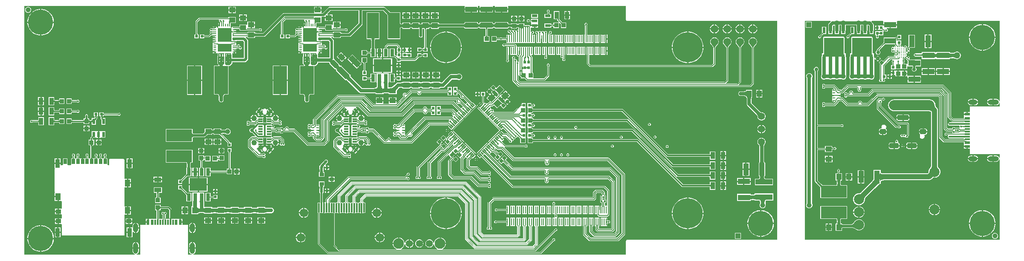
<source format=gbr>
%TF.GenerationSoftware,Altium Limited,Altium Designer,22.4.2 (48)*%
G04 Layer_Physical_Order=1*
G04 Layer_Color=255*
%FSLAX26Y26*%
%MOIN*%
%TF.SameCoordinates,8C98EB32-1E12-42CD-A60B-9DA89663A72C*%
%TF.FilePolarity,Positive*%
%TF.FileFunction,Copper,L1,Top,Signal*%
%TF.Part,Single*%
G01*
G75*
%TA.AperFunction,Conductor*%
%ADD10C,0.006102*%
%ADD11C,0.006890*%
%TA.AperFunction,SMDPad,CuDef*%
%ADD12R,0.043307X0.023622*%
%ADD13R,0.043307X0.011811*%
%ADD14R,0.033465X0.011811*%
G04:AMPARAMS|DCode=15|XSize=19.685mil|YSize=40.551mil|CornerRadius=0mil|HoleSize=0mil|Usage=FLASHONLY|Rotation=40.000|XOffset=0mil|YOffset=0mil|HoleType=Round|Shape=Rectangle|*
%AMROTATEDRECTD15*
4,1,4,0.005493,-0.021859,-0.020573,0.009205,-0.005493,0.021859,0.020573,-0.009205,0.005493,-0.021859,0.0*
%
%ADD15ROTATEDRECTD15*%

G04:AMPARAMS|DCode=16|XSize=19.685mil|YSize=40.551mil|CornerRadius=0mil|HoleSize=0mil|Usage=FLASHONLY|Rotation=140.000|XOffset=0mil|YOffset=0mil|HoleType=Round|Shape=Rectangle|*
%AMROTATEDRECTD16*
4,1,4,0.020573,0.009205,-0.005493,-0.021859,-0.020573,-0.009205,0.005493,0.021859,0.020573,0.009205,0.0*
%
%ADD16ROTATEDRECTD16*%

%TA.AperFunction,BGAPad,CuDef*%
%ADD17C,0.007874*%
%TA.AperFunction,SMDPad,CuDef*%
%ADD18R,0.092520X0.200787*%
%ADD19R,0.035433X0.031496*%
%ADD20R,0.137795X0.102362*%
%ADD21R,0.031496X0.059055*%
%ADD22R,0.033465X0.035433*%
%ADD23R,0.023622X0.023622*%
%ADD24R,0.023622X0.007874*%
%ADD25R,0.107087X0.060236*%
%ADD26R,0.107087X0.107087*%
%ADD27R,0.009842X0.023622*%
%ADD28R,0.007874X0.023622*%
G04:AMPARAMS|DCode=29|XSize=11.024mil|YSize=27.165mil|CornerRadius=0mil|HoleSize=0mil|Usage=FLASHONLY|Rotation=315.000|XOffset=0mil|YOffset=0mil|HoleType=Round|Shape=Rectangle|*
%AMROTATEDRECTD29*
4,1,4,-0.013502,-0.005707,0.005707,0.013502,0.013502,0.005707,-0.005707,-0.013502,-0.013502,-0.005707,0.0*
%
%ADD29ROTATEDRECTD29*%

G04:AMPARAMS|DCode=30|XSize=11.024mil|YSize=27.165mil|CornerRadius=0mil|HoleSize=0mil|Usage=FLASHONLY|Rotation=45.000|XOffset=0mil|YOffset=0mil|HoleType=Round|Shape=Rectangle|*
%AMROTATEDRECTD30*
4,1,4,0.005707,-0.013502,-0.013502,0.005707,-0.005707,0.013502,0.013502,-0.005707,0.005707,-0.013502,0.0*
%
%ADD30ROTATEDRECTD30*%

%ADD31P,0.361905X4X180.0*%
%ADD32R,0.024016X0.050000*%
%ADD33R,0.035433X0.055118*%
%ADD34R,0.011811X0.074803*%
%ADD35R,0.007874X0.056299*%
%ADD36R,0.106299X0.220472*%
%ADD37R,0.049213X0.039370*%
%ADD38R,0.133858X0.043307*%
%ADD39R,0.039370X0.033465*%
%ADD40R,0.044488X0.055118*%
%ADD41R,0.035433X0.066929*%
%ADD42R,0.025591X0.039370*%
G04:AMPARAMS|DCode=43|XSize=51.181mil|YSize=43.307mil|CornerRadius=0mil|HoleSize=0mil|Usage=FLASHONLY|Rotation=225.000|XOffset=0mil|YOffset=0mil|HoleType=Round|Shape=Rectangle|*
%AMROTATEDRECTD43*
4,1,4,0.002784,0.033407,0.033407,0.002784,-0.002784,-0.033407,-0.033407,-0.002784,0.002784,0.033407,0.0*
%
%ADD43ROTATEDRECTD43*%

%ADD44R,0.023622X0.043307*%
%ADD45R,0.011811X0.043307*%
%TA.AperFunction,FiducialPad,Global*%
%ADD46C,0.039370*%
%ADD47R,0.039370X0.039370*%
%TA.AperFunction,SMDPad,CuDef*%
%ADD48P,0.033407X4X180.0*%
%ADD49R,0.043307X0.094488*%
%ADD50R,0.200787X0.092520*%
%ADD51R,0.023622X0.023622*%
%ADD52R,0.039370X0.049213*%
%ADD53R,0.035433X0.033465*%
%ADD54R,0.094488X0.043307*%
%ADD55P,0.033407X4X90.0*%
%ADD56R,0.055118X0.035433*%
%ADD57R,0.011811X0.011811*%
%ADD58R,0.011811X0.011811*%
%ADD59R,0.018701X0.007874*%
G04:AMPARAMS|DCode=60|XSize=43.307mil|YSize=94.488mil|CornerRadius=0mil|HoleSize=0mil|Usage=FLASHONLY|Rotation=45.000|XOffset=0mil|YOffset=0mil|HoleType=Round|Shape=Rectangle|*
%AMROTATEDRECTD60*
4,1,4,0.018095,-0.048718,-0.048718,0.018095,-0.018095,0.048718,0.048718,-0.018095,0.018095,-0.048718,0.0*
%
%ADD60ROTATEDRECTD60*%

G04:AMPARAMS|DCode=61|XSize=39.37mil|YSize=49.213mil|CornerRadius=0mil|HoleSize=0mil|Usage=FLASHONLY|Rotation=45.000|XOffset=0mil|YOffset=0mil|HoleType=Round|Shape=Rectangle|*
%AMROTATEDRECTD61*
4,1,4,0.003480,-0.031319,-0.031319,0.003480,-0.003480,0.031319,0.031319,-0.003480,0.003480,-0.031319,0.0*
%
%ADD61ROTATEDRECTD61*%

%TA.AperFunction,Conductor*%
%ADD62C,0.005000*%
%ADD63C,0.007874*%
%ADD64C,0.013780*%
%ADD65C,0.005906*%
%ADD66C,0.019685*%
%ADD67C,0.027559*%
%ADD68C,0.011811*%
%ADD69C,0.009842*%
%ADD70C,0.004921*%
%ADD71C,0.039370*%
%ADD72C,0.078740*%
%ADD73R,0.010827X0.023622*%
%ADD74R,0.045276X0.010827*%
%ADD75R,0.153937X0.147638*%
%TA.AperFunction,ComponentPad*%
%ADD76C,0.078740*%
%ADD77O,0.086614X0.039370*%
%ADD78O,0.070866X0.039370*%
G04:AMPARAMS|DCode=79|XSize=74.803mil|YSize=39.37mil|CornerRadius=9.842mil|HoleSize=0mil|Usage=FLASHONLY|Rotation=180.000|XOffset=0mil|YOffset=0mil|HoleType=Round|Shape=RoundedRectangle|*
%AMROUNDEDRECTD79*
21,1,0.074803,0.019685,0,0,180.0*
21,1,0.055118,0.039370,0,0,180.0*
1,1,0.019685,-0.027559,0.009843*
1,1,0.019685,0.027559,0.009843*
1,1,0.019685,0.027559,-0.009843*
1,1,0.019685,-0.027559,-0.009843*
%
%ADD79ROUNDEDRECTD79*%
G04:AMPARAMS|DCode=80|XSize=90.551mil|YSize=39.37mil|CornerRadius=9.842mil|HoleSize=0mil|Usage=FLASHONLY|Rotation=180.000|XOffset=0mil|YOffset=0mil|HoleType=Round|Shape=RoundedRectangle|*
%AMROUNDEDRECTD80*
21,1,0.090551,0.019685,0,0,180.0*
21,1,0.070866,0.039370,0,0,180.0*
1,1,0.019685,-0.035433,0.009843*
1,1,0.019685,0.035433,0.009843*
1,1,0.019685,0.035433,-0.009843*
1,1,0.019685,-0.035433,-0.009843*
%
%ADD80ROUNDEDRECTD80*%
G04:AMPARAMS|DCode=81|XSize=51.181mil|YSize=39.37mil|CornerRadius=9.842mil|HoleSize=0mil|Usage=FLASHONLY|Rotation=0.000|XOffset=0mil|YOffset=0mil|HoleType=Round|Shape=RoundedRectangle|*
%AMROUNDEDRECTD81*
21,1,0.051181,0.019685,0,0,0.0*
21,1,0.031496,0.039370,0,0,0.0*
1,1,0.019685,0.015748,-0.009843*
1,1,0.019685,-0.015748,-0.009843*
1,1,0.019685,-0.015748,0.009843*
1,1,0.019685,0.015748,0.009843*
%
%ADD81ROUNDEDRECTD81*%
%ADD82C,0.043307*%
%ADD83C,0.055118*%
%ADD84C,0.082677*%
%ADD85C,0.196850*%
%ADD86C,0.066929*%
%ADD87C,0.236220*%
%ADD88C,0.060000*%
%ADD89O,0.039370X0.086614*%
%ADD90O,0.039370X0.070866*%
%TA.AperFunction,ViaPad*%
%ADD91C,0.017716*%
%ADD92C,0.013780*%
%ADD93C,0.011811*%
%ADD94C,0.027559*%
%ADD95C,0.039370*%
%ADD96C,0.050000*%
%ADD97C,0.023622*%
G36*
X7076419Y3818899D02*
X7076453Y3818726D01*
X7076425Y3818552D01*
X7076801Y3816949D01*
X7077068Y3815319D01*
X7077068Y3815318D01*
X7077161Y3815169D01*
X7077195Y3814997D01*
X7077293Y3814851D01*
X7077333Y3814679D01*
X7078295Y3813340D01*
X7079165Y3811938D01*
X7079308Y3811835D01*
X7079405Y3811690D01*
X7079406Y3811689D01*
X7079406Y3811689D01*
X7079551Y3811592D01*
X7079654Y3811448D01*
X7081055Y3810579D01*
X7082396Y3809616D01*
X7082568Y3809576D01*
X7082714Y3809478D01*
X7082886Y3809444D01*
X7083035Y3809352D01*
X7083036Y3809351D01*
X7084665Y3809084D01*
X7086269Y3808708D01*
X7086442Y3808737D01*
X7086616Y3808702D01*
X8257521D01*
Y2096810D01*
X7086616D01*
X7086442Y2096775D01*
X7086269Y2096803D01*
X7084665Y2096427D01*
X7083036Y2096160D01*
X7083035Y2096160D01*
X7082886Y2096068D01*
X7082714Y2096034D01*
X7082568Y2095936D01*
X7082396Y2095895D01*
X7081056Y2094933D01*
X7079654Y2094063D01*
X7079551Y2093920D01*
X7079406Y2093823D01*
X7079406Y2093823D01*
X7079405Y2093822D01*
X7079308Y2093677D01*
X7079165Y2093574D01*
X7078296Y2092173D01*
X7077333Y2090832D01*
X7077293Y2090661D01*
X7077195Y2090514D01*
X7077161Y2090342D01*
X7077068Y2090193D01*
X7077068Y2090193D01*
X7076801Y2088564D01*
X7076425Y2086959D01*
X7076453Y2086786D01*
X7076419Y2086613D01*
Y1978699D01*
X3690913D01*
X3690420Y1983699D01*
X3695428Y1984695D01*
X3703567Y1990134D01*
X3709005Y1998273D01*
X3710915Y2007874D01*
Y2026575D01*
X3660738D01*
Y2007874D01*
X3662648Y1998273D01*
X3668086Y1990134D01*
X3676226Y1984695D01*
X3681233Y1983699D01*
X3680741Y1978699D01*
X3650718D01*
Y2208661D01*
X3650394Y2209445D01*
Y2212598D01*
X3647240D01*
X3646457Y2212923D01*
X3607284D01*
Y2229331D01*
X3590551D01*
Y2234252D01*
X3585630D01*
Y2260827D01*
X3573819D01*
Y2259843D01*
X3548307D01*
X3543307Y2259843D01*
Y2259843D01*
X3543307D01*
Y2259843D01*
X3523207D01*
X3522970Y2263891D01*
X3522962Y2265648D01*
X3522811Y2266008D01*
Y2333662D01*
X3522124Y2337118D01*
X3520166Y2340048D01*
X3505402Y2354812D01*
X3502472Y2356769D01*
X3499016Y2357457D01*
X3443241D01*
X3442906Y2357606D01*
X3441167Y2357652D01*
X3439789Y2357774D01*
X3438680Y2357959D01*
X3437860Y2358179D01*
X3437342Y2358391D01*
X3437215Y2358469D01*
X3437189Y2358714D01*
X3437008Y2359047D01*
Y2369095D01*
X3393701D01*
Y2327756D01*
X3404950D01*
X3405060Y2327695D01*
X3405294Y2327671D01*
X3405379Y2327530D01*
X3405595Y2326996D01*
X3405819Y2326155D01*
X3406005Y2325024D01*
X3406127Y2323624D01*
X3406173Y2321860D01*
X3406323Y2321523D01*
Y2266024D01*
X3406172Y2265669D01*
X3406138Y2262205D01*
X3406026Y2259843D01*
X3390827D01*
X3385827Y2259843D01*
Y2259843D01*
X3385827D01*
Y2259843D01*
X3355315D01*
Y2260827D01*
X3343504D01*
Y2234252D01*
X3338583D01*
Y2229331D01*
X3321850D01*
Y2212923D01*
X3282677D01*
X3281894Y2212598D01*
X3278740D01*
Y2209445D01*
X3278416Y2208661D01*
Y1978699D01*
X3248393D01*
X3247901Y1983699D01*
X3252908Y1984695D01*
X3261047Y1990134D01*
X3266486Y1998273D01*
X3268396Y2007874D01*
Y2026575D01*
X3218219D01*
Y2007874D01*
X3220128Y1998273D01*
X3225567Y1990134D01*
X3233706Y1984695D01*
X3238713Y1983699D01*
X3238221Y1978699D01*
X2372400D01*
Y3926812D01*
X5813976D01*
Y3906496D01*
X5866142D01*
X5913266D01*
Y3915354D01*
X5913404Y3914045D01*
X5913817Y3912874D01*
X5914506Y3911840D01*
X5915471Y3910945D01*
X5916711Y3910187D01*
X5918226Y3909567D01*
X5918307Y3909545D01*
Y3926812D01*
X5932087D01*
Y3909525D01*
X5932244Y3909567D01*
X5933773Y3910187D01*
X5935024Y3910945D01*
X5935997Y3911840D01*
X5936692Y3912874D01*
X5937109Y3914045D01*
X5937248Y3915354D01*
Y3906496D01*
X5984252D01*
X6031376D01*
Y3915354D01*
X6031514Y3914045D01*
X6031927Y3912874D01*
X6032616Y3911840D01*
X6033581Y3910945D01*
X6034821Y3910187D01*
X6036337Y3909567D01*
X6036417Y3909545D01*
Y3926812D01*
X6050197D01*
Y3909525D01*
X6050354Y3909567D01*
X6051883Y3910187D01*
X6053134Y3910945D01*
X6054107Y3911840D01*
X6054802Y3912874D01*
X6055219Y3914045D01*
X6055358Y3915354D01*
Y3906496D01*
X6102362D01*
X6154528D01*
Y3926812D01*
X7076419D01*
Y3818899D01*
D02*
G37*
G36*
X9999647Y3179102D02*
X9994647Y3178610D01*
X9993651Y3183617D01*
X9988213Y3191756D01*
X9980073Y3197194D01*
X9970472Y3199104D01*
X9951772D01*
Y3174016D01*
Y3148927D01*
X9970472D01*
X9980073Y3150837D01*
X9988213Y3156276D01*
X9993651Y3164415D01*
X9994647Y3169422D01*
X9999647Y3168929D01*
Y3138907D01*
X9769685D01*
X9768902Y3138583D01*
X9765748D01*
Y3135429D01*
X9765424Y3134646D01*
Y3095472D01*
X9749016D01*
Y3078740D01*
X9744094D01*
Y3073819D01*
X9717520D01*
Y3062008D01*
X9718504D01*
Y3046740D01*
X9718117Y3046675D01*
X9717375Y3046610D01*
X9716346Y3046583D01*
X9715929Y3046397D01*
X9635924D01*
X9618346Y3063975D01*
Y3246889D01*
X9617803Y3249616D01*
X9616259Y3251927D01*
X9559801Y3308385D01*
X9557490Y3309929D01*
X9554763Y3310472D01*
X8805906D01*
X8803179Y3309929D01*
X8800867Y3308385D01*
X8761025Y3268543D01*
X8752461D01*
Y3273622D01*
X8737581D01*
X8737523Y3273978D01*
X8737457Y3274736D01*
X8737429Y3275778D01*
X8737243Y3276197D01*
Y3277553D01*
X8736701Y3280280D01*
X8735156Y3282592D01*
X8708970Y3308778D01*
X8706658Y3310323D01*
X8703932Y3310865D01*
X8633907D01*
X8633660Y3311011D01*
X8633417Y3310948D01*
X8633189Y3311051D01*
X8632605Y3311068D01*
X8632253Y3311102D01*
X8632091Y3311131D01*
X8631226Y3313219D01*
X8628180Y3316265D01*
X8624201Y3317913D01*
X8619894D01*
X8615914Y3316265D01*
X8612869Y3313219D01*
X8611220Y3309240D01*
Y3304933D01*
X8612869Y3300954D01*
X8615594Y3298228D01*
X8612869Y3295503D01*
X8611220Y3291524D01*
Y3287216D01*
X8612869Y3283237D01*
X8615914Y3280192D01*
X8619894Y3278543D01*
X8624201D01*
X8628180Y3280192D01*
X8631226Y3283237D01*
X8632091Y3285326D01*
X8632253Y3285355D01*
X8632605Y3285389D01*
X8633189Y3285406D01*
X8633417Y3285508D01*
X8633660Y3285446D01*
X8633907Y3285591D01*
X8696414D01*
X8703764Y3278242D01*
X8701851Y3273622D01*
X8688484D01*
Y3258937D01*
X8688484Y3257874D01*
Y3253937D01*
X8688484Y3252874D01*
Y3239828D01*
X8687500Y3235236D01*
X8687500Y3233597D01*
Y3231299D01*
X8701771D01*
Y3221456D01*
X8687500D01*
Y3219159D01*
X8687500Y3217520D01*
X8688484Y3212928D01*
Y3199882D01*
X8688484Y3198819D01*
Y3194882D01*
X8688484Y3193819D01*
Y3179134D01*
X8701851D01*
X8703764Y3174515D01*
X8696414Y3167165D01*
X8633988D01*
X8633822Y3167275D01*
X8633465Y3167202D01*
X8633132Y3167351D01*
X8632537Y3167367D01*
X8632355Y3167384D01*
X8631226Y3170109D01*
X8628180Y3173155D01*
X8624201Y3174803D01*
X8619894D01*
X8615914Y3173155D01*
X8612869Y3170109D01*
X8611220Y3166130D01*
Y3161823D01*
X8612869Y3157844D01*
X8615594Y3155118D01*
X8612869Y3152393D01*
X8611220Y3148414D01*
Y3144106D01*
X8612869Y3140127D01*
X8615914Y3137082D01*
X8619894Y3135433D01*
X8624201D01*
X8628180Y3137082D01*
X8631226Y3140127D01*
X8631790Y3141490D01*
X8631814Y3141511D01*
X8631818Y3141512D01*
X8631906Y3141579D01*
X8632018Y3141610D01*
X8632261Y3141653D01*
X8632613Y3141688D01*
X8633192Y3141705D01*
X8633323Y3141764D01*
X8633460Y3141722D01*
X8633781Y3141891D01*
X8703932D01*
X8706658Y3142433D01*
X8708970Y3143978D01*
X8735156Y3170164D01*
X8736701Y3172476D01*
X8737243Y3175202D01*
Y3176559D01*
X8737429Y3176978D01*
X8737457Y3178020D01*
X8737523Y3178778D01*
X8737581Y3179134D01*
X8752461D01*
Y3184213D01*
X8761025D01*
X8800867Y3144371D01*
X8803179Y3142827D01*
X8805906Y3142284D01*
X8968307D01*
X8971034Y3142827D01*
X8973345Y3144371D01*
X9046258Y3217284D01*
X9520671D01*
X9524174Y3213781D01*
Y2899961D01*
X9524716Y2897235D01*
X9526261Y2894923D01*
X9559982Y2861202D01*
X9562294Y2859657D01*
X9565021Y2859115D01*
X9715930D01*
X9716348Y2858929D01*
X9717394Y2858902D01*
X9718157Y2858836D01*
X9718504Y2858778D01*
Y2843504D01*
X9717520D01*
Y2831693D01*
X9744094D01*
Y2826772D01*
X9749016D01*
Y2810039D01*
X9765424D01*
Y2770866D01*
X9765748Y2770083D01*
Y2766929D01*
X9768902D01*
X9769685Y2766605D01*
X9999647D01*
Y2736582D01*
X9994647Y2736090D01*
X9993651Y2741097D01*
X9988213Y2749236D01*
X9980073Y2754675D01*
X9970472Y2756584D01*
X9951772D01*
Y2731496D01*
Y2706408D01*
X9970472D01*
X9980073Y2708317D01*
X9988213Y2713756D01*
X9993651Y2721895D01*
X9994647Y2726902D01*
X9999647Y2726410D01*
Y2096810D01*
X8474762D01*
Y3808702D01*
X8675057D01*
X8677128Y3803702D01*
X8663014Y3789588D01*
X8659099Y3783728D01*
X8657724Y3776816D01*
Y3735039D01*
X8659099Y3728127D01*
X8659843Y3727014D01*
Y3706102D01*
X8691732D01*
Y3727014D01*
X8692476Y3728127D01*
X8693851Y3735039D01*
X8693851Y3735040D01*
Y3769333D01*
X8699413Y3774896D01*
X8707724D01*
Y3735039D01*
X8709099Y3728127D01*
X8709843Y3727014D01*
Y3706102D01*
X8741732D01*
Y3727014D01*
X8742476Y3728127D01*
X8743851Y3735039D01*
Y3775244D01*
X8757724D01*
Y3735039D01*
X8759099Y3728127D01*
X8759843Y3727014D01*
Y3706102D01*
X8791732D01*
Y3727014D01*
X8792476Y3728127D01*
X8793851Y3735039D01*
Y3775244D01*
X8878196D01*
Y3735039D01*
X8879571Y3728127D01*
X8880315Y3727014D01*
Y3706102D01*
X8912205D01*
Y3727014D01*
X8912948Y3728127D01*
X8914323Y3735039D01*
Y3775244D01*
X8928196D01*
Y3735039D01*
X8929571Y3728127D01*
X8930315Y3727014D01*
Y3706102D01*
X8962205D01*
Y3727014D01*
X8962948Y3728127D01*
X8964323Y3735039D01*
Y3775244D01*
X8972634D01*
X8978196Y3769681D01*
Y3735039D01*
X8979571Y3728127D01*
X8980315Y3727014D01*
Y3706102D01*
X9012205D01*
Y3727014D01*
X9012948Y3728127D01*
X9014323Y3735039D01*
Y3777163D01*
X9012948Y3784076D01*
X9009033Y3789936D01*
X8995267Y3803702D01*
X8997338Y3808702D01*
X9085644D01*
X9089567Y3806102D01*
X9089567Y3803702D01*
Y3784449D01*
X9141732D01*
X9193898D01*
Y3803702D01*
X9193898Y3806102D01*
X9197821Y3808702D01*
X9999647D01*
Y3179102D01*
D02*
G37*
G36*
X8628839Y3308510D02*
X8629052Y3308149D01*
X8629329Y3307831D01*
X8629670Y3307555D01*
X8630076Y3307322D01*
X8630545Y3307131D01*
X8631079Y3306982D01*
X8631676Y3306876D01*
X8632338Y3306813D01*
X8633065Y3306791D01*
X8632203Y3300689D01*
X8624261Y3300562D01*
X8628691Y3308912D01*
X8628839Y3308510D01*
D02*
G37*
G36*
X8624408Y3295870D02*
X8624698Y3295849D01*
X8628310Y3295779D01*
X8632203Y3295768D01*
X8633065Y3289665D01*
X8632338Y3289644D01*
X8631676Y3289581D01*
X8631079Y3289474D01*
X8630545Y3289326D01*
X8630076Y3289135D01*
X8629670Y3288902D01*
X8629329Y3288626D01*
X8629052Y3288308D01*
X8628839Y3287947D01*
X8628691Y3287544D01*
X8624261Y3295894D01*
X8624408Y3295870D01*
D02*
G37*
G36*
X8733200Y3274496D02*
X8733291Y3273446D01*
X8733444Y3272519D01*
X8733658Y3271713D01*
X8733932Y3271030D01*
X8734268Y3270469D01*
X8734665Y3270030D01*
X8735122Y3269713D01*
X8735641Y3269518D01*
X8736221Y3269445D01*
X8729943Y3269565D01*
X8729396Y3269626D01*
X8728907Y3269809D01*
X8728476Y3270114D01*
X8728102Y3270541D01*
X8727786Y3271091D01*
X8727527Y3271762D01*
X8727326Y3272555D01*
X8727182Y3273471D01*
X8727096Y3274508D01*
X8727067Y3275668D01*
X8733169D01*
X8733200Y3274496D01*
D02*
G37*
G36*
X9593072Y3239372D02*
Y3056458D01*
X9593614Y3053731D01*
X9595159Y3051419D01*
X9623368Y3023210D01*
X9625680Y3021665D01*
X9628406Y3021123D01*
X9718504D01*
Y3015015D01*
X9606299D01*
X9601307Y3014021D01*
X9597074Y3011193D01*
X9594246Y3006961D01*
X9593253Y3001968D01*
X9594246Y2996976D01*
X9597074Y2992744D01*
X9601307Y2989916D01*
X9606299Y2988923D01*
X9680501D01*
X9684055Y2984437D01*
Y2980130D01*
X9685289Y2977152D01*
X9682293Y2973748D01*
X9681833Y2973424D01*
X9679157Y2973956D01*
X9650198D01*
X9649773Y2974142D01*
X9648717Y2974165D01*
X9647918Y2974221D01*
X9647638Y2974258D01*
X9647638Y2976378D01*
X9643581Y2976583D01*
X9643455Y2976530D01*
X9643024Y2976546D01*
X9642733Y2976378D01*
X9627953D01*
Y2965393D01*
X9593896D01*
X9586062Y2973227D01*
Y3231928D01*
X9585520Y3234655D01*
X9583975Y3236967D01*
X9545038Y3275905D01*
X9542726Y3277449D01*
X9539999Y3277991D01*
X9003308D01*
X9000581Y3277449D01*
X8998270Y3275905D01*
X8966413Y3244047D01*
X8852186D01*
Y3244364D01*
X8851755Y3244543D01*
X8851727Y3244609D01*
X8851417Y3249481D01*
X8851417D01*
X8850250Y3255349D01*
X8846926Y3260323D01*
X8841951Y3263648D01*
X8836083Y3264815D01*
X8830215Y3263648D01*
X8825240Y3260323D01*
X8821916Y3255349D01*
X8820749Y3249481D01*
X8820749Y3249481D01*
X8820439Y3244609D01*
X8820412Y3244543D01*
X8819981Y3244364D01*
Y3244047D01*
X8805633D01*
X8804454Y3246894D01*
X8801408Y3249939D01*
X8797429Y3251588D01*
X8793122D01*
X8789143Y3249939D01*
X8786097Y3246894D01*
X8784449Y3242914D01*
Y3238607D01*
X8786097Y3234628D01*
X8788988Y3231410D01*
X8786097Y3228193D01*
X8784449Y3224214D01*
Y3219906D01*
X8786097Y3215927D01*
X8789143Y3212882D01*
X8793122Y3211233D01*
X8797429D01*
X8801408Y3212882D01*
X8804454Y3215927D01*
X8805633Y3218773D01*
X8973930D01*
X8976657Y3219316D01*
X8978968Y3220860D01*
X9010825Y3252718D01*
X9532482D01*
X9560788Y3224411D01*
Y2965709D01*
X9561331Y2962983D01*
X9562875Y2960671D01*
X9581341Y2942206D01*
X9583652Y2940661D01*
X9586379Y2940119D01*
X9627953D01*
Y2929791D01*
X9588889D01*
X9588460Y2929987D01*
X9587956Y2930005D01*
X9587637Y2930040D01*
X9587350Y2930093D01*
X9587089Y2930165D01*
X9586849Y2930252D01*
X9586621Y2930358D01*
X9586400Y2930483D01*
X9586178Y2930635D01*
X9585952Y2930818D01*
X9585606Y2931146D01*
X9584867Y2931428D01*
X9583889Y2932407D01*
X9579910Y2934055D01*
X9575602D01*
X9571623Y2932407D01*
X9568578Y2929361D01*
X9566929Y2925382D01*
Y2921075D01*
X9568578Y2917095D01*
X9571623Y2914050D01*
X9575602Y2912402D01*
X9579910D01*
X9583889Y2914050D01*
X9584867Y2915028D01*
X9585606Y2915311D01*
X9585952Y2915639D01*
X9586178Y2915821D01*
X9586400Y2915973D01*
X9586621Y2916099D01*
X9586849Y2916205D01*
X9587089Y2916292D01*
X9587350Y2916363D01*
X9587637Y2916417D01*
X9587956Y2916452D01*
X9588460Y2916470D01*
X9588889Y2916665D01*
X9594122D01*
X9594993Y2915516D01*
X9596337Y2911665D01*
X9594246Y2908536D01*
X9593253Y2903543D01*
X9594246Y2898551D01*
X9597074Y2894318D01*
X9601307Y2891490D01*
X9606299Y2890497D01*
X9718504D01*
Y2884389D01*
X9572538D01*
X9549448Y2907479D01*
Y3221298D01*
X9548906Y3224025D01*
X9547361Y3226337D01*
X9533226Y3240471D01*
X9530915Y3242016D01*
X9528188Y3242558D01*
X9038741D01*
X9036014Y3242016D01*
X9033703Y3240471D01*
X8960790Y3167558D01*
X8925486D01*
X8921594Y3170235D01*
X8920427Y3176103D01*
X8917103Y3181078D01*
X8912129Y3184402D01*
X8906260Y3185569D01*
X8900392Y3184402D01*
X8895418Y3181078D01*
X8892094Y3176103D01*
X8890926Y3170235D01*
X8887035Y3167558D01*
X8813423D01*
X8773581Y3207401D01*
X8771269Y3208945D01*
X8768542Y3209487D01*
X8755901D01*
X8755420Y3209968D01*
X8752795Y3214488D01*
X8753445Y3217520D01*
X8753445Y3219159D01*
Y3221457D01*
X8739173D01*
Y3231300D01*
X8753445D01*
Y3233597D01*
X8753445Y3235236D01*
X8752795Y3238269D01*
X8755420Y3242788D01*
X8755901Y3243269D01*
X8768542D01*
X8771269Y3243811D01*
X8773581Y3245356D01*
X8813423Y3285198D01*
X8885157D01*
Y3284881D01*
X8885588Y3284702D01*
X8885767Y3284272D01*
X8886084D01*
Y3271524D01*
X8885926D01*
X8887093Y3265656D01*
X8890417Y3260682D01*
X8895392Y3257358D01*
X8901260Y3256190D01*
X8907128Y3257358D01*
X8912103Y3260682D01*
X8915427Y3265656D01*
X8916594Y3271524D01*
X8916436D01*
Y3284272D01*
X8916753D01*
X8916931Y3284702D01*
X8917362Y3284881D01*
Y3285198D01*
X9547246D01*
X9593072Y3239372D01*
D02*
G37*
G36*
X8731179Y3253001D02*
X8733402Y3251113D01*
X8734390Y3250419D01*
X8735294Y3249892D01*
X8736116Y3249532D01*
X8736854Y3249339D01*
X8737510Y3249313D01*
X8738083Y3249453D01*
X8738573Y3249760D01*
X8729943Y3242246D01*
X8729900Y3242920D01*
X8729770Y3243613D01*
X8729554Y3244327D01*
X8729252Y3245061D01*
X8728864Y3245814D01*
X8728389Y3246587D01*
X8727828Y3247381D01*
X8727181Y3248194D01*
X8725628Y3249880D01*
X8729943Y3254195D01*
X8731179Y3253001D01*
D02*
G37*
G36*
X8729943Y3222561D02*
X8729893Y3222811D01*
X8729743Y3223035D01*
X8729493Y3223233D01*
X8729143Y3223404D01*
X8728693Y3223549D01*
X8728143Y3223667D01*
X8727493Y3223760D01*
X8726743Y3223825D01*
X8724943Y3223878D01*
Y3228878D01*
X8725893Y3228891D01*
X8728143Y3229089D01*
X8728693Y3229207D01*
X8729143Y3229352D01*
X8729493Y3229523D01*
X8729743Y3229721D01*
X8729893Y3229945D01*
X8729943Y3230195D01*
Y3222561D01*
D02*
G37*
G36*
X8711052Y3229945D02*
X8711202Y3229721D01*
X8711452Y3229523D01*
X8711802Y3229352D01*
X8712252Y3229207D01*
X8712802Y3229089D01*
X8713452Y3228997D01*
X8714202Y3228931D01*
X8716002Y3228878D01*
Y3223878D01*
X8715052Y3223865D01*
X8712802Y3223667D01*
X8712252Y3223549D01*
X8711802Y3223404D01*
X8711452Y3223233D01*
X8711202Y3223035D01*
X8711052Y3222811D01*
X8711002Y3222561D01*
Y3230195D01*
X8711052Y3229945D01*
D02*
G37*
G36*
X8738573Y3202996D02*
X8738083Y3203303D01*
X8737510Y3203443D01*
X8736854Y3203417D01*
X8736116Y3203224D01*
X8735294Y3202863D01*
X8734390Y3202336D01*
X8733402Y3201643D01*
X8732332Y3200782D01*
X8729943Y3198561D01*
X8725628Y3202876D01*
X8726448Y3203729D01*
X8727828Y3205375D01*
X8728389Y3206169D01*
X8728864Y3206942D01*
X8729252Y3207695D01*
X8729554Y3208429D01*
X8729770Y3209142D01*
X8729900Y3209836D01*
X8729943Y3210510D01*
X8738573Y3202996D01*
D02*
G37*
G36*
X8735641Y3183238D02*
X8735122Y3183043D01*
X8734665Y3182726D01*
X8734268Y3182287D01*
X8733932Y3181726D01*
X8733658Y3181043D01*
X8733444Y3180237D01*
X8733291Y3179310D01*
X8733200Y3178260D01*
X8733169Y3177088D01*
X8727067D01*
X8729943Y3183191D01*
X8736221Y3183311D01*
X8735641Y3183238D01*
D02*
G37*
G36*
X8628944Y3164737D02*
X8629118Y3164391D01*
X8629361Y3164086D01*
X8629673Y3163822D01*
X8630056Y3163599D01*
X8630508Y3163416D01*
X8631030Y3163274D01*
X8631621Y3163172D01*
X8632282Y3163111D01*
X8633014Y3163091D01*
X8631835Y3156988D01*
X8623843Y3157325D01*
X8628841Y3165123D01*
X8628944Y3164737D01*
D02*
G37*
G36*
X8624979Y3152531D02*
X8625412Y3152434D01*
X8625945Y3152348D01*
X8627313Y3152210D01*
X8630120Y3152090D01*
X8632496Y3152067D01*
X8633065Y3145965D01*
X8632342Y3145943D01*
X8631679Y3145878D01*
X8631074Y3145771D01*
X8630528Y3145619D01*
X8630041Y3145425D01*
X8629613Y3145188D01*
X8629243Y3144908D01*
X8628932Y3144584D01*
X8628679Y3144218D01*
X8628486Y3143808D01*
X8624647Y3152640D01*
X8624979Y3152531D01*
D02*
G37*
G36*
X9722561Y3035553D02*
X9722500Y3035680D01*
X9722317Y3035793D01*
X9722012Y3035894D01*
X9721585Y3035980D01*
X9721035Y3036054D01*
X9719571Y3036160D01*
X9716459Y3036220D01*
Y3042323D01*
X9717618Y3042353D01*
X9718656Y3042445D01*
X9719571Y3042597D01*
X9720364Y3042811D01*
X9721035Y3043086D01*
X9721585Y3043421D01*
X9722012Y3043818D01*
X9722317Y3044276D01*
X9722500Y3044794D01*
X9722561Y3045374D01*
Y3035553D01*
D02*
G37*
G36*
X9700007Y2986938D02*
X9700275Y2986787D01*
X9700605Y2986655D01*
X9700998Y2986539D01*
X9701453Y2986442D01*
X9701971Y2986362D01*
X9703195Y2986256D01*
X9704670Y2986220D01*
Y2978347D01*
X9703901Y2978338D01*
X9701971Y2978205D01*
X9701453Y2978125D01*
X9700998Y2978028D01*
X9700605Y2977912D01*
X9700275Y2977780D01*
X9700007Y2977629D01*
X9699802Y2977461D01*
Y2987106D01*
X9700007Y2986938D01*
D02*
G37*
G36*
X9722561Y2976498D02*
X9722482Y2976849D01*
X9722246Y2977164D01*
X9721852Y2977441D01*
X9721301Y2977681D01*
X9720593Y2977884D01*
X9719726Y2978051D01*
X9718703Y2978180D01*
X9716183Y2978328D01*
X9714687Y2978347D01*
Y2986220D01*
X9716183Y2986239D01*
X9719726Y2986516D01*
X9720593Y2986683D01*
X9721301Y2986886D01*
X9721852Y2987126D01*
X9722246Y2987403D01*
X9722482Y2987718D01*
X9722561Y2988069D01*
Y2976498D01*
D02*
G37*
G36*
X9643642Y2971858D02*
X9643825Y2971443D01*
X9644130Y2971077D01*
X9644557Y2970760D01*
X9645106Y2970492D01*
X9645778Y2970272D01*
X9646571Y2970102D01*
X9647486Y2969980D01*
X9648524Y2969906D01*
X9649683Y2969882D01*
Y2963780D01*
X9648524Y2963749D01*
X9647486Y2963658D01*
X9646571Y2963507D01*
X9645778Y2963295D01*
X9645106Y2963022D01*
X9644557Y2962689D01*
X9644130Y2962295D01*
X9643825Y2961841D01*
X9643642Y2961325D01*
X9643581Y2960750D01*
Y2972321D01*
X9643642Y2971858D01*
D02*
G37*
G36*
X9638813Y2960870D02*
X9638694Y2960852D01*
X9638484Y2960732D01*
X9638183Y2960510D01*
X9637791Y2960187D01*
X9636068Y2958607D01*
X9633524Y2956110D01*
X9629209Y2960425D01*
X9629829Y2961051D01*
X9632130Y2963685D01*
X9632166Y2963812D01*
X9632130Y2963876D01*
X9638813Y2960870D01*
D02*
G37*
G36*
X9665474Y2947756D02*
X9665424Y2948231D01*
X9665274Y2948656D01*
X9665024Y2949031D01*
X9664674Y2949356D01*
X9664224Y2949631D01*
X9663674Y2949856D01*
X9663066Y2950020D01*
X9662569Y2949884D01*
X9661995Y2949675D01*
X9661442Y2949420D01*
X9660911Y2949118D01*
X9660402Y2948769D01*
X9659914Y2948374D01*
X9659448Y2947933D01*
Y2957579D01*
X9659914Y2957137D01*
X9660402Y2956742D01*
X9660911Y2956394D01*
X9661442Y2956092D01*
X9661995Y2955837D01*
X9662569Y2955628D01*
X9663066Y2955492D01*
X9663674Y2955656D01*
X9664224Y2955881D01*
X9664674Y2956156D01*
X9665024Y2956481D01*
X9665274Y2956856D01*
X9665424Y2957281D01*
X9665474Y2957756D01*
Y2947756D01*
D02*
G37*
G36*
X9638812Y2944642D02*
X9632130Y2941636D01*
X9632166Y2941700D01*
X9632130Y2941827D01*
X9632020Y2942016D01*
X9631837Y2942267D01*
X9631582Y2942581D01*
X9630377Y2943897D01*
X9629209Y2945086D01*
X9633524Y2949401D01*
X9638812Y2944642D01*
D02*
G37*
G36*
X9643642Y2944186D02*
X9643825Y2943671D01*
X9644130Y2943217D01*
X9644557Y2942823D01*
X9645106Y2942490D01*
X9645778Y2942217D01*
X9646571Y2942005D01*
X9647486Y2941853D01*
X9648524Y2941762D01*
X9649683Y2941732D01*
Y2935630D01*
X9648524Y2935605D01*
X9646571Y2935410D01*
X9645778Y2935240D01*
X9645106Y2935020D01*
X9644557Y2934752D01*
X9644130Y2934435D01*
X9643825Y2934069D01*
X9643642Y2933654D01*
X9643581Y2933191D01*
Y2944762D01*
X9643642Y2944186D01*
D02*
G37*
G36*
X9583142Y2927610D02*
X9583630Y2927215D01*
X9584140Y2926867D01*
X9584671Y2926564D01*
X9585223Y2926309D01*
X9585797Y2926100D01*
X9586393Y2925937D01*
X9587011Y2925821D01*
X9587649Y2925751D01*
X9588310Y2925728D01*
Y2920728D01*
X9587649Y2920705D01*
X9587011Y2920635D01*
X9586393Y2920519D01*
X9585797Y2920357D01*
X9585223Y2920148D01*
X9584671Y2919892D01*
X9584140Y2919590D01*
X9583630Y2919242D01*
X9583142Y2918847D01*
X9582676Y2918405D01*
Y2928051D01*
X9583142Y2927610D01*
D02*
G37*
G36*
X9722681Y2918228D02*
X9722630Y2918703D01*
X9722476Y2919128D01*
X9722220Y2919503D01*
X9721862Y2919828D01*
X9721401Y2920103D01*
X9720838Y2920328D01*
X9720172Y2920503D01*
X9719404Y2920628D01*
X9718534Y2920703D01*
X9717561Y2920728D01*
Y2925728D01*
X9718534Y2925753D01*
X9719404Y2925828D01*
X9720172Y2925953D01*
X9720838Y2926128D01*
X9721401Y2926353D01*
X9721862Y2926628D01*
X9722220Y2926953D01*
X9722476Y2927328D01*
X9722630Y2927753D01*
X9722681Y2928228D01*
Y2918228D01*
D02*
G37*
G36*
Y2860138D02*
X9722612Y2860717D01*
X9722420Y2861236D01*
X9722105Y2861694D01*
X9721667Y2862090D01*
X9721107Y2862426D01*
X9720423Y2862701D01*
X9719616Y2862914D01*
X9718687Y2863067D01*
X9717634Y2863158D01*
X9716459Y2863189D01*
Y2869291D01*
X9717618Y2869298D01*
X9721585Y2869532D01*
X9722012Y2869618D01*
X9722317Y2869718D01*
X9722500Y2869832D01*
X9722561Y2869959D01*
X9722681Y2860138D01*
D02*
G37*
G36*
X3433049Y2357333D02*
X3433345Y2356496D01*
X3433837Y2355758D01*
X3434526Y2355118D01*
X3435411Y2354577D01*
X3436494Y2354134D01*
X3437774Y2353789D01*
X3439250Y2353543D01*
X3440923Y2353396D01*
X3442793Y2353346D01*
Y2343504D01*
X3440923Y2343455D01*
X3439250Y2343307D01*
X3437774Y2343061D01*
X3436494Y2342717D01*
X3435411Y2342274D01*
X3434526Y2341732D01*
X3433837Y2341093D01*
X3433345Y2340354D01*
X3433049Y2339518D01*
X3432951Y2338583D01*
Y2358268D01*
X3433049Y2357333D01*
D02*
G37*
G36*
X3424262Y2331833D02*
X3423425Y2331534D01*
X3422687Y2331036D01*
X3422047Y2330339D01*
X3421506Y2329442D01*
X3421063Y2328346D01*
X3420718Y2327051D01*
X3420472Y2325557D01*
X3420325Y2323863D01*
X3420276Y2321970D01*
X3410433D01*
X3410384Y2323863D01*
X3410236Y2325557D01*
X3409990Y2327051D01*
X3409646Y2328346D01*
X3409203Y2329442D01*
X3408661Y2330339D01*
X3408022Y2331036D01*
X3407283Y2331534D01*
X3406447Y2331833D01*
X3405512Y2331933D01*
X3425197D01*
X3424262Y2331833D01*
D02*
G37*
G36*
X3504748Y2329920D02*
Y2266024D01*
X3504597Y2265669D01*
X3504563Y2262205D01*
X3504452Y2259843D01*
X3489252D01*
X3484252Y2259843D01*
Y2259843D01*
X3484252D01*
Y2259843D01*
X3477204D01*
Y2266050D01*
X3477105Y2266545D01*
Y2293777D01*
X3479952Y2294956D01*
X3482997Y2298001D01*
X3484646Y2301980D01*
Y2306288D01*
X3482997Y2310267D01*
X3479952Y2313312D01*
X3475972Y2314961D01*
X3471665D01*
X3467686Y2313312D01*
X3464468Y2310421D01*
X3461251Y2313312D01*
X3457272Y2314961D01*
X3452964D01*
X3448985Y2313312D01*
X3445940Y2310267D01*
X3444291Y2306288D01*
Y2301980D01*
X3445940Y2298001D01*
X3448985Y2294956D01*
X3451831Y2293777D01*
Y2261583D01*
X3449521Y2260713D01*
X3444882Y2259843D01*
X3444882Y2259843D01*
X3424782D01*
X3424545Y2263891D01*
X3424537Y2265648D01*
X3424386Y2266008D01*
Y2321523D01*
X3424536Y2321860D01*
X3424581Y2323624D01*
X3424704Y2325024D01*
X3424890Y2326156D01*
X3425113Y2326996D01*
X3425329Y2327530D01*
X3425414Y2327671D01*
X3425648Y2327695D01*
X3425759Y2327756D01*
X3437008D01*
Y2337803D01*
X3437189Y2338137D01*
X3437215Y2338381D01*
X3437341Y2338459D01*
X3437860Y2338671D01*
X3438680Y2338892D01*
X3439789Y2339077D01*
X3441167Y2339198D01*
X3442906Y2339244D01*
X3443241Y2339394D01*
X3495275D01*
X3504748Y2329920D01*
D02*
G37*
G36*
X3518709Y2263758D02*
X3519124Y2256671D01*
X3519254Y2256179D01*
X3519401Y2255884D01*
X3519565Y2255785D01*
X3507994D01*
X3508158Y2255884D01*
X3508305Y2256179D01*
X3508435Y2256671D01*
X3508547Y2257360D01*
X3508642Y2258246D01*
X3508824Y2262085D01*
X3508858Y2265628D01*
X3518701D01*
X3518709Y2263758D01*
D02*
G37*
G36*
X3420284D02*
X3420699Y2256671D01*
X3420829Y2256179D01*
X3420976Y2255884D01*
X3421140Y2255785D01*
X3409569D01*
X3409733Y2255884D01*
X3409880Y2256179D01*
X3410010Y2256671D01*
X3410122Y2257360D01*
X3410217Y2258246D01*
X3410398Y2262085D01*
X3410433Y2265628D01*
X3420276D01*
X3420284Y2263758D01*
D02*
G37*
%LPC*%
G36*
X4695866Y3920276D02*
X4671260D01*
Y3900591D01*
X4695866D01*
Y3920276D01*
D02*
G37*
G36*
X4661417D02*
X4636811D01*
Y3900591D01*
X4661417D01*
Y3920276D01*
D02*
G37*
G36*
X4026575D02*
X4001968D01*
Y3900590D01*
X4026575D01*
Y3920276D01*
D02*
G37*
G36*
X3992126D02*
X3967520D01*
Y3900590D01*
X3992126D01*
Y3920276D01*
D02*
G37*
G36*
X6097441Y3896654D02*
X6055358D01*
Y3887795D01*
X6055219Y3889104D01*
X6054802Y3890276D01*
X6054107Y3891309D01*
X6053134Y3892205D01*
X6051883Y3892963D01*
X6050354Y3893583D01*
X6050197Y3893625D01*
Y3875000D01*
X6097441D01*
Y3896654D01*
D02*
G37*
G36*
X5979331Y3896654D02*
X5937248D01*
Y3887795D01*
X5937109Y3889104D01*
X5936692Y3890276D01*
X5935997Y3891309D01*
X5935024Y3892205D01*
X5933773Y3892963D01*
X5932244Y3893583D01*
X5932087Y3893625D01*
Y3875000D01*
X5979331D01*
Y3896654D01*
D02*
G37*
G36*
X6154528Y3896654D02*
X6107283D01*
Y3875000D01*
X6154528D01*
Y3896654D01*
D02*
G37*
G36*
X6031376Y3896654D02*
X5989173D01*
Y3875000D01*
X6036417D01*
Y3893604D01*
X6036337Y3893583D01*
X6034821Y3892963D01*
X6033581Y3892205D01*
X6032616Y3891309D01*
X6031927Y3890276D01*
X6031514Y3889104D01*
X6031376Y3887795D01*
Y3896654D01*
D02*
G37*
G36*
X5913266Y3896654D02*
X5871063D01*
Y3875000D01*
X5918307D01*
Y3893604D01*
X5918226Y3893583D01*
X5916711Y3892963D01*
X5915471Y3892205D01*
X5914506Y3891309D01*
X5913817Y3890276D01*
X5913404Y3889104D01*
X5913266Y3887795D01*
Y3896654D01*
D02*
G37*
G36*
X5861220D02*
X5813976D01*
Y3875000D01*
X5861220D01*
Y3896654D01*
D02*
G37*
G36*
X2406273Y3921260D02*
X2396876D01*
X2388194Y3917664D01*
X2381549Y3911019D01*
X2377953Y3902336D01*
Y3892939D01*
X2381549Y3884257D01*
X2388194Y3877612D01*
X2396876Y3874016D01*
X2406273D01*
X2414956Y3877612D01*
X2421601Y3884257D01*
X2425197Y3892939D01*
Y3902336D01*
X2421601Y3911019D01*
X2414956Y3917664D01*
X2406273Y3921260D01*
D02*
G37*
G36*
X5184055Y3918577D02*
X4758072D01*
X4752695Y3917508D01*
X4748137Y3914462D01*
X4705008Y3871333D01*
X4695866D01*
Y3890748D01*
X4666338D01*
X4636811D01*
Y3871333D01*
X4402559D01*
X4397183Y3870264D01*
X4392625Y3867218D01*
X4240243Y3714837D01*
X4190070D01*
X4189951Y3714890D01*
X4186340Y3714984D01*
X4183286Y3715250D01*
X4180697Y3715676D01*
X4178593Y3716236D01*
X4176989Y3716884D01*
X4175872Y3717558D01*
X4175871Y3717559D01*
X4174213Y3722138D01*
Y3724410D01*
X4170155Y3724614D01*
X4170063Y3724576D01*
X4169704Y3724590D01*
X4169373Y3724409D01*
X4117126D01*
Y3717299D01*
X4117078Y3717280D01*
X4116493Y3717124D01*
X4115657Y3716987D01*
X4114588Y3716894D01*
X4113199Y3716858D01*
X4112819Y3716690D01*
X4028543D01*
Y3719489D01*
X4011811D01*
Y3729331D01*
X4028543D01*
Y3735237D01*
X4011811D01*
Y3745079D01*
X4028543D01*
Y3747877D01*
X4049827D01*
X4050206Y3747709D01*
X4051596Y3747672D01*
X4052665Y3747580D01*
X4053500Y3747442D01*
X4054085Y3747287D01*
X4054134Y3747268D01*
Y3732284D01*
X4097650D01*
X4098425Y3732129D01*
X4106984D01*
X4107099Y3732080D01*
X4114973Y3731960D01*
X4115005Y3731972D01*
X4115038Y3731959D01*
X4115448Y3732129D01*
X4208232D01*
X4208614Y3731960D01*
X4209956Y3731928D01*
X4210905Y3731846D01*
X4211160Y3731806D01*
X4211342Y3731767D01*
X4211383Y3731755D01*
X4211521Y3731700D01*
X4211571Y3731700D01*
X4211582Y3731697D01*
X4211617Y3731701D01*
X4211649Y3731701D01*
X4212371Y3730979D01*
X4216350Y3729331D01*
X4220658D01*
X4224637Y3730979D01*
X4227682Y3734025D01*
X4229331Y3738004D01*
Y3742311D01*
X4227682Y3746290D01*
X4224637Y3749336D01*
X4220658Y3750984D01*
X4216350D01*
X4212371Y3749336D01*
X4211649Y3748614D01*
X4211617Y3748614D01*
X4211582Y3748618D01*
X4211571Y3748615D01*
X4211521Y3748615D01*
X4211383Y3748559D01*
X4211343Y3748548D01*
X4211160Y3748509D01*
X4210944Y3748475D01*
X4209314Y3748363D01*
X4208667Y3748356D01*
X4208270Y3748186D01*
X4115528D01*
X4115150Y3748354D01*
X4113785Y3748390D01*
X4112741Y3748483D01*
X4111929Y3748618D01*
X4111364Y3748770D01*
X4111221Y3748829D01*
Y3754731D01*
X4116142Y3754921D01*
X4116221Y3754921D01*
X4140748D01*
Y3779528D01*
Y3804134D01*
X4116142D01*
Y3779718D01*
X4111221Y3779528D01*
X4111142Y3779528D01*
X4054134D01*
Y3764543D01*
X4054085Y3764524D01*
X4053501Y3764369D01*
X4052665Y3764231D01*
X4051596Y3764139D01*
X4050206Y3764102D01*
X4049827Y3763934D01*
X4011811D01*
X4011035Y3763780D01*
X3996063D01*
Y3762630D01*
X3995472Y3757874D01*
X3988437D01*
X3984252Y3759843D01*
X3984252Y3762874D01*
Y3774815D01*
X3984406Y3775590D01*
Y3789000D01*
X3984575Y3789379D01*
X3984611Y3790761D01*
X3984704Y3791823D01*
X3984841Y3792655D01*
X3984996Y3793237D01*
X3985024Y3793307D01*
X4025590D01*
Y3840551D01*
X3968504D01*
Y3835409D01*
X3968455Y3835390D01*
X3967870Y3835235D01*
X3967035Y3835098D01*
X3965966Y3835005D01*
X3964576Y3834969D01*
X3964197Y3834800D01*
X3742127D01*
X3742126Y3834800D01*
X3739054Y3834189D01*
X3736449Y3832449D01*
X3712827Y3808827D01*
X3711087Y3806222D01*
X3710476Y3803150D01*
Y3759843D01*
Y3709031D01*
X3710307Y3708652D01*
X3710271Y3707262D01*
X3710178Y3706193D01*
X3710041Y3705358D01*
X3709886Y3704773D01*
X3709866Y3704724D01*
X3702756D01*
Y3673228D01*
X3734252D01*
Y3704724D01*
X3727142D01*
X3727122Y3704773D01*
X3726967Y3705358D01*
X3726830Y3706193D01*
X3726737Y3707262D01*
X3726701Y3708652D01*
X3726532Y3709031D01*
Y3759843D01*
Y3799824D01*
X3745452Y3818743D01*
X3890595D01*
X3893935Y3813743D01*
X3893701Y3813177D01*
Y3808870D01*
X3895349Y3804891D01*
X3898395Y3801845D01*
X3902374Y3800197D01*
X3903396D01*
X3903416Y3800177D01*
X3903440Y3800146D01*
X3903452Y3800140D01*
X3903486Y3800105D01*
X3903622Y3800047D01*
X3903660Y3800026D01*
X3903814Y3799927D01*
X3903992Y3799796D01*
X3905224Y3798723D01*
X3905358Y3798592D01*
Y3792323D01*
X3902559D01*
Y3775590D01*
X3897638D01*
Y3770669D01*
X3888779D01*
Y3758858D01*
X3884187Y3757874D01*
X3882473D01*
X3878937Y3761410D01*
Y3764764D01*
X3867126D01*
Y3755906D01*
X3862205D01*
Y3750984D01*
X3843905D01*
X3840472Y3749642D01*
X3838810Y3751304D01*
X3834831Y3752953D01*
X3830523D01*
X3826544Y3751304D01*
X3823499Y3748259D01*
X3821850Y3744280D01*
Y3739972D01*
X3823499Y3735993D01*
X3826224Y3733268D01*
X3823499Y3730542D01*
X3821851Y3726563D01*
Y3722256D01*
X3823499Y3718277D01*
X3826224Y3715551D01*
X3823499Y3712826D01*
X3821850Y3708847D01*
Y3707463D01*
X3821528Y3706741D01*
X3821515Y3706264D01*
X3821484Y3705974D01*
X3821435Y3705711D01*
X3821367Y3705464D01*
X3821281Y3705230D01*
X3821172Y3704997D01*
X3821039Y3704764D01*
X3820874Y3704523D01*
X3820673Y3704273D01*
X3820329Y3703903D01*
X3820164Y3703461D01*
X3812242Y3695539D01*
X3779054D01*
X3778611Y3695736D01*
X3777767Y3695758D01*
X3777559Y3695776D01*
Y3704724D01*
X3746063D01*
Y3673228D01*
X3777559D01*
Y3682177D01*
X3777767Y3682195D01*
X3778611Y3682216D01*
X3779054Y3682413D01*
X3814961D01*
X3817472Y3682913D01*
X3819601Y3684336D01*
X3829446Y3694180D01*
X3829887Y3694345D01*
X3830257Y3694689D01*
X3830507Y3694890D01*
X3830748Y3695055D01*
X3830982Y3695189D01*
X3831214Y3695297D01*
X3831448Y3695383D01*
X3831696Y3695451D01*
X3831959Y3695500D01*
X3832248Y3695531D01*
X3832725Y3695544D01*
X3833447Y3695866D01*
X3834831D01*
X3838810Y3697515D01*
X3840472Y3699177D01*
X3843904Y3697835D01*
X3862205D01*
Y3687992D01*
X3845472D01*
Y3682086D01*
X3862205D01*
Y3672244D01*
X3845472D01*
Y3666338D01*
X3862205D01*
Y3656496D01*
X3845472D01*
Y3650590D01*
X3862205D01*
Y3640748D01*
X3845472D01*
Y3636811D01*
X3846457D01*
Y3606299D01*
X3846457Y3590551D01*
X3846457Y3585551D01*
Y3575787D01*
X3845472D01*
Y3571850D01*
X3862205D01*
Y3566929D01*
X3867126D01*
Y3558071D01*
X3878529D01*
X3878937Y3558071D01*
X3883529Y3557086D01*
Y3548228D01*
X3883696Y3547825D01*
X3883456Y3547244D01*
Y3534120D01*
X3881829Y3533446D01*
X3880581Y3530433D01*
Y3477362D01*
X3881829Y3474349D01*
X3881829Y3474349D01*
X3890524Y3465654D01*
X3890534Y3465595D01*
X3888477Y3460630D01*
X3854331D01*
Y3232284D01*
X3883298D01*
X3883410Y3232223D01*
X3885527Y3231999D01*
X3886892Y3231515D01*
X3888098Y3230708D01*
X3889258Y3229452D01*
X3890375Y3227617D01*
X3891386Y3225136D01*
X3892228Y3221995D01*
X3892856Y3218209D01*
X3893244Y3213798D01*
X3893354Y3209593D01*
Y3189961D01*
X3893701Y3188216D01*
Y3186437D01*
X3894382Y3184793D01*
X3894729Y3183048D01*
X3895717Y3181569D01*
X3896398Y3179925D01*
X3897656Y3178667D01*
X3898644Y3177188D01*
X3900124Y3176199D01*
X3901382Y3174941D01*
X3903025Y3174260D01*
X3904505Y3173272D01*
X3906250Y3172925D01*
X3907893Y3172244D01*
X3909672D01*
X3911417Y3171897D01*
X3913162Y3172244D01*
X3914941D01*
X3916585Y3172925D01*
X3918330Y3173272D01*
X3919809Y3174260D01*
X3921453Y3174941D01*
X3922711Y3176199D01*
X3924190Y3177188D01*
X3925179Y3178667D01*
X3926437Y3179925D01*
X3927117Y3181569D01*
X3928106Y3183048D01*
X3928453Y3184793D01*
X3929134Y3186437D01*
Y3188216D01*
X3929481Y3189961D01*
Y3209593D01*
X3929591Y3213796D01*
X3929979Y3218209D01*
X3930607Y3221995D01*
X3931449Y3225135D01*
X3932460Y3227617D01*
X3933576Y3229452D01*
X3934737Y3230708D01*
X3935943Y3231515D01*
X3937307Y3231999D01*
X3939424Y3232223D01*
X3939536Y3232284D01*
X3968504D01*
Y3457542D01*
X3977362D01*
X3980051Y3458077D01*
X3982330Y3459600D01*
X3997093Y3474363D01*
X3998616Y3476642D01*
X3999151Y3479331D01*
Y3485893D01*
X4093784D01*
X4100312Y3487191D01*
X4105847Y3490890D01*
X4117378Y3502421D01*
X4121077Y3507955D01*
X4122375Y3514484D01*
Y3652559D01*
X4121077Y3659088D01*
X4117378Y3664622D01*
X4102115Y3679885D01*
X4104187Y3684885D01*
X4112819D01*
X4113199Y3684716D01*
X4114588Y3684680D01*
X4115657Y3684588D01*
X4116493Y3684450D01*
X4117078Y3684295D01*
X4117126Y3684276D01*
Y3677165D01*
X4169213D01*
X4169373Y3677165D01*
X4169704Y3676985D01*
X4170063Y3676999D01*
X4170155Y3676961D01*
X4174213Y3677165D01*
X4174213Y3679437D01*
X4175871Y3684016D01*
X4175872Y3684016D01*
X4176989Y3684691D01*
X4178593Y3685339D01*
X4180697Y3685898D01*
X4183286Y3686325D01*
X4186340Y3686591D01*
X4189951Y3686685D01*
X4190070Y3686738D01*
X4246063D01*
X4251440Y3687807D01*
X4255998Y3690853D01*
X4408379Y3843234D01*
X4633907D01*
X4636932Y3841146D01*
X4636654Y3836071D01*
X4633048Y3834800D01*
X4411418D01*
X4411417Y3834800D01*
X4408345Y3834189D01*
X4405740Y3832449D01*
X4382118Y3808827D01*
X4380378Y3806222D01*
X4379767Y3803150D01*
Y3759843D01*
Y3709031D01*
X4379598Y3708652D01*
X4379562Y3707262D01*
X4379469Y3706193D01*
X4379332Y3705358D01*
X4379177Y3704773D01*
X4379158Y3704724D01*
X4372047D01*
Y3673228D01*
X4403543D01*
Y3704724D01*
X4396433D01*
X4396413Y3704773D01*
X4396258Y3705358D01*
X4396121Y3706193D01*
X4396028Y3707262D01*
X4395992Y3708652D01*
X4395824Y3709031D01*
Y3759843D01*
Y3799824D01*
X4414743Y3818743D01*
X4559886D01*
X4563227Y3813743D01*
X4562992Y3813177D01*
Y3808870D01*
X4564641Y3804891D01*
X4567686Y3801845D01*
X4571665Y3800197D01*
X4572687D01*
X4572707Y3800177D01*
X4572731Y3800146D01*
X4572743Y3800140D01*
X4572777Y3800105D01*
X4572914Y3800047D01*
X4572951Y3800026D01*
X4573105Y3799927D01*
X4573283Y3799796D01*
X4574516Y3798723D01*
X4574649Y3798592D01*
Y3792323D01*
X4571850D01*
Y3775590D01*
X4566929D01*
Y3770669D01*
X4558071D01*
Y3758858D01*
X4553479Y3757874D01*
X4551764D01*
X4548228Y3761410D01*
Y3764764D01*
X4536417D01*
Y3755906D01*
X4531496D01*
Y3750985D01*
X4513196D01*
X4509764Y3749642D01*
X4508101Y3751304D01*
X4504122Y3752953D01*
X4499815D01*
X4495836Y3751304D01*
X4492790Y3748259D01*
X4491142Y3744280D01*
Y3739972D01*
X4492790Y3735993D01*
X4495516Y3733268D01*
X4492790Y3730542D01*
X4491142Y3726563D01*
Y3722256D01*
X4492790Y3718277D01*
X4495516Y3715551D01*
X4492790Y3712826D01*
X4491142Y3708847D01*
Y3707463D01*
X4490819Y3706741D01*
X4490806Y3706264D01*
X4490776Y3705974D01*
X4490726Y3705711D01*
X4490658Y3705464D01*
X4490572Y3705230D01*
X4490464Y3704997D01*
X4490331Y3704764D01*
X4490166Y3704523D01*
X4489965Y3704273D01*
X4489620Y3703903D01*
X4489455Y3703461D01*
X4481533Y3695539D01*
X4448346D01*
X4447903Y3695736D01*
X4447059Y3695758D01*
X4446850Y3695776D01*
Y3704724D01*
X4415354D01*
Y3673228D01*
X4446850D01*
Y3682177D01*
X4447059Y3682195D01*
X4447903Y3682216D01*
X4448346Y3682413D01*
X4484252D01*
X4486764Y3682913D01*
X4488893Y3684336D01*
X4498737Y3694180D01*
X4499179Y3694345D01*
X4499548Y3694689D01*
X4499798Y3694890D01*
X4500040Y3695055D01*
X4500273Y3695189D01*
X4500505Y3695297D01*
X4500740Y3695383D01*
X4500987Y3695451D01*
X4501251Y3695500D01*
X4501540Y3695531D01*
X4502016Y3695544D01*
X4502738Y3695866D01*
X4504122D01*
X4508101Y3697515D01*
X4509764Y3699177D01*
X4513926Y3697835D01*
X4531496D01*
Y3687992D01*
X4514764D01*
Y3682086D01*
X4531496D01*
Y3672244D01*
X4514764D01*
Y3666338D01*
X4531496D01*
Y3656496D01*
X4514764D01*
Y3650590D01*
X4531496D01*
Y3640748D01*
X4514764D01*
Y3636811D01*
X4515748D01*
Y3606299D01*
X4515748Y3590551D01*
X4515748Y3585551D01*
Y3575787D01*
X4514764D01*
Y3571851D01*
X4531496D01*
Y3566929D01*
X4536417D01*
Y3558071D01*
X4547831D01*
X4548228Y3558071D01*
X4552831Y3557112D01*
Y3548229D01*
X4552993Y3547839D01*
X4552747Y3547244D01*
Y3534120D01*
X4551121Y3533446D01*
X4549873Y3530433D01*
Y3477362D01*
X4551121Y3474349D01*
X4551121Y3474349D01*
X4559815Y3465654D01*
X4559825Y3465595D01*
X4557768Y3460630D01*
X4523622D01*
Y3232284D01*
X4552590D01*
X4552702Y3232223D01*
X4554819Y3231999D01*
X4556183Y3231515D01*
X4557389Y3230708D01*
X4558550Y3229452D01*
X4559666Y3227617D01*
X4560677Y3225136D01*
X4561519Y3221995D01*
X4562147Y3218209D01*
X4562535Y3213798D01*
X4562645Y3209590D01*
Y3189961D01*
X4562992Y3188216D01*
Y3186437D01*
X4563673Y3184793D01*
X4564020Y3183048D01*
X4565008Y3181569D01*
X4565689Y3179925D01*
X4566947Y3178667D01*
X4567936Y3177188D01*
X4569415Y3176199D01*
X4570673Y3174941D01*
X4572317Y3174260D01*
X4573796Y3173272D01*
X4575541Y3172925D01*
X4577185Y3172244D01*
X4578964D01*
X4580709Y3171897D01*
X4582454Y3172244D01*
X4584233D01*
X4585876Y3172925D01*
X4587621Y3173272D01*
X4589101Y3174260D01*
X4590744Y3174941D01*
X4592002Y3176199D01*
X4593481Y3177188D01*
X4594470Y3178667D01*
X4595728Y3179925D01*
X4596409Y3181569D01*
X4597397Y3183048D01*
X4597744Y3184793D01*
X4598425Y3186437D01*
Y3188216D01*
X4598772Y3189961D01*
Y3209590D01*
X4598882Y3213796D01*
X4599270Y3218209D01*
X4599898Y3221995D01*
X4600740Y3225135D01*
X4601751Y3227617D01*
X4602867Y3229452D01*
X4604028Y3230708D01*
X4605234Y3231515D01*
X4606599Y3231999D01*
X4608716Y3232223D01*
X4608828Y3232284D01*
X4637795D01*
Y3457542D01*
X4646654D01*
X4649342Y3458077D01*
X4651621Y3459600D01*
X4666385Y3474363D01*
X4667907Y3476642D01*
X4668442Y3479331D01*
Y3481879D01*
X4756375D01*
X4759059Y3477814D01*
X4755902Y3474657D01*
X4760805Y3469754D01*
X4760848Y3469689D01*
X4760912Y3469646D01*
X4795434Y3435125D01*
X4795477Y3435061D01*
X4795541Y3435018D01*
X4800444Y3430115D01*
X4803552Y3433222D01*
X4804854Y3432480D01*
X4806833Y3431115D01*
X4807932Y3430168D01*
X4808950Y3428806D01*
X4810292Y3426707D01*
X4811078Y3425150D01*
X4811106Y3425065D01*
X4807429Y3421388D01*
X4812333Y3416485D01*
X4812375Y3416421D01*
X4812440Y3416378D01*
X4878976Y3349841D01*
X4879019Y3349777D01*
X4879083Y3349734D01*
X4883986Y3344831D01*
X4887663Y3348508D01*
X4887749Y3348479D01*
X4889305Y3347693D01*
X4891405Y3346351D01*
X4893885Y3344499D01*
X4897963Y3340934D01*
X4990015Y3248883D01*
X4996852Y3244314D01*
X5004917Y3242710D01*
X5106676D01*
X5111059Y3242480D01*
X5114231Y3242122D01*
X5116783Y3241683D01*
X5118133Y3241337D01*
Y3237209D01*
X5125067D01*
X5125143Y3237195D01*
X5125218Y3237209D01*
X5174040D01*
X5174115Y3237195D01*
X5174191Y3237209D01*
X5181125D01*
Y3241380D01*
X5182304Y3241693D01*
X5184594Y3242099D01*
X5193056Y3242710D01*
X5209605D01*
X5213827Y3242481D01*
X5216873Y3242126D01*
X5219316Y3241693D01*
X5220495Y3241380D01*
Y3237209D01*
X5227429D01*
X5227505Y3237195D01*
X5227580Y3237209D01*
X5283487D01*
Y3262529D01*
X5284108Y3263605D01*
X5286942Y3267639D01*
X5294363Y3276352D01*
X5304023Y3286012D01*
X5315337D01*
X5319720Y3285782D01*
X5322892Y3285424D01*
X5325444Y3284985D01*
X5326794Y3284639D01*
Y3280512D01*
X5333728D01*
X5333804Y3280497D01*
X5333879Y3280512D01*
X5382701D01*
X5382776Y3280497D01*
X5382852Y3280512D01*
X5389786D01*
Y3284639D01*
X5391136Y3284986D01*
X5393539Y3285398D01*
X5396232Y3285587D01*
X5397673Y3285424D01*
X5400225Y3284985D01*
X5401575Y3284639D01*
Y3280512D01*
X5408509D01*
X5408585Y3280497D01*
X5408660Y3280512D01*
X5457482D01*
X5457557Y3280497D01*
X5457633Y3280512D01*
X5464567D01*
Y3284639D01*
X5465917Y3284986D01*
X5468320Y3285398D01*
X5473458Y3285758D01*
X5476413Y3285424D01*
X5478965Y3284985D01*
X5480315Y3284639D01*
Y3280512D01*
X5487249D01*
X5487325Y3280497D01*
X5487400Y3280512D01*
X5536222D01*
X5536297Y3280497D01*
X5536373Y3280512D01*
X5543307D01*
Y3284639D01*
X5544657Y3284986D01*
X5547060Y3285398D01*
X5552199Y3285758D01*
X5555153Y3285424D01*
X5557705Y3284985D01*
X5559055Y3284639D01*
Y3280512D01*
X5565989D01*
X5566065Y3280497D01*
X5566140Y3280512D01*
X5614962D01*
X5615038Y3280497D01*
X5615113Y3280512D01*
X5622047D01*
Y3284639D01*
X5623398Y3284986D01*
X5625800Y3285398D01*
X5634577Y3286012D01*
X5643701D01*
X5651766Y3287617D01*
X5658602Y3292185D01*
X5717391Y3350973D01*
X5759305D01*
X5765931Y3348228D01*
X5775407D01*
X5784162Y3351854D01*
X5790862Y3358555D01*
X5794488Y3367309D01*
Y3376785D01*
X5790862Y3385539D01*
X5784162Y3392240D01*
X5775407Y3395866D01*
X5765931D01*
X5759305Y3393121D01*
X5708661D01*
X5700597Y3391517D01*
X5693760Y3386949D01*
X5634971Y3328161D01*
X5633504D01*
X5629121Y3328391D01*
X5625949Y3328749D01*
X5623397Y3329188D01*
X5622047Y3329534D01*
Y3333661D01*
X5615113D01*
X5615038Y3333676D01*
X5614962Y3333661D01*
X5566140D01*
X5566065Y3333676D01*
X5565989Y3333661D01*
X5559055D01*
Y3329534D01*
X5557705Y3329188D01*
X5555302Y3328775D01*
X5550163Y3328415D01*
X5547209Y3328749D01*
X5544657Y3329188D01*
X5543307Y3329534D01*
Y3333661D01*
X5536373D01*
X5536297Y3333676D01*
X5536222Y3333661D01*
X5487400D01*
X5487325Y3333676D01*
X5487249Y3333661D01*
X5480315D01*
Y3329534D01*
X5478965Y3329188D01*
X5476562Y3328775D01*
X5471423Y3328415D01*
X5468469Y3328749D01*
X5465917Y3329188D01*
X5464567Y3329534D01*
Y3333661D01*
X5457633D01*
X5457557Y3333676D01*
X5457482Y3333661D01*
X5408660D01*
X5408585Y3333676D01*
X5408509Y3333661D01*
X5401575D01*
Y3329534D01*
X5400225Y3329188D01*
X5397822Y3328775D01*
X5395129Y3328586D01*
X5393688Y3328749D01*
X5391136Y3329188D01*
X5389786Y3329534D01*
Y3333661D01*
X5382852D01*
X5382776Y3333676D01*
X5382701Y3333661D01*
X5333879D01*
X5333804Y3333676D01*
X5333728Y3333661D01*
X5326794D01*
Y3329534D01*
X5325444Y3329188D01*
X5323041Y3328775D01*
X5314264Y3328161D01*
X5295293D01*
X5287229Y3326557D01*
X5280392Y3321988D01*
X5267624Y3309220D01*
X5256582Y3299497D01*
X5251288Y3295468D01*
X5246609Y3292375D01*
X5242856Y3290359D01*
X5227580D01*
X5227505Y3290374D01*
X5227429Y3290359D01*
X5220495D01*
X5219302Y3294865D01*
Y3321273D01*
X5219324Y3322582D01*
X5219539Y3325787D01*
X5220866D01*
Y3332722D01*
X5220881Y3332797D01*
X5220866Y3332873D01*
Y3398622D01*
X5175591D01*
Y3398622D01*
X5170866D01*
Y3398622D01*
X5125591D01*
Y3332873D01*
X5125575Y3332797D01*
X5125591Y3332722D01*
Y3325787D01*
X5127141D01*
X5127855Y3314221D01*
Y3303247D01*
X5127751Y3301635D01*
X5127305Y3297951D01*
X5126718Y3294948D01*
X5126043Y3292674D01*
X5125377Y3291174D01*
X5124885Y3290444D01*
X5124841Y3290404D01*
X5124533Y3290359D01*
X5118133D01*
Y3286232D01*
X5116783Y3285885D01*
X5114380Y3285473D01*
X5105603Y3284858D01*
X5013646D01*
X4927596Y3370908D01*
X4926699Y3371866D01*
X4924339Y3374738D01*
X4922492Y3377279D01*
X4921208Y3379375D01*
X4920480Y3380919D01*
X4920388Y3381232D01*
X4924353Y3385197D01*
X4919449Y3390100D01*
X4919407Y3390164D01*
X4919342Y3390207D01*
X4852806Y3456744D01*
X4852763Y3456808D01*
X4852699Y3456851D01*
X4847796Y3461754D01*
X4843831Y3457789D01*
X4843519Y3457881D01*
X4841974Y3458610D01*
X4839879Y3459892D01*
X4838149Y3461150D01*
X4836213Y3465884D01*
X4838026Y3467697D01*
X4833123Y3472600D01*
X4833081Y3472664D01*
X4833016Y3472707D01*
X4798494Y3507229D01*
X4798452Y3507293D01*
X4798387Y3507336D01*
X4793484Y3512239D01*
X4791666Y3516486D01*
Y3652559D01*
X4790368Y3659088D01*
X4786670Y3664622D01*
X4771407Y3679885D01*
X4773478Y3684885D01*
X4782111D01*
X4782490Y3684716D01*
X4783880Y3684680D01*
X4784949Y3684588D01*
X4785784Y3684450D01*
X4786369Y3684295D01*
X4786417Y3684276D01*
Y3677165D01*
X4838504D01*
X4838664Y3677165D01*
X4838995Y3676985D01*
X4839355Y3676999D01*
X4839447Y3676961D01*
X4843504Y3677165D01*
X4843504Y3679437D01*
X4845163Y3684016D01*
X4845163Y3684017D01*
X4846280Y3684691D01*
X4847884Y3685339D01*
X4849988Y3685898D01*
X4852577Y3686325D01*
X4855632Y3686591D01*
X4859243Y3686685D01*
X4859362Y3686738D01*
X4915354D01*
X4920731Y3687807D01*
X4925289Y3690853D01*
X5010427Y3775991D01*
X5013472Y3780549D01*
X5014542Y3785925D01*
Y3890478D01*
X5178235D01*
X5199571Y3869142D01*
X5199614Y3869026D01*
X5206771Y3861326D01*
X5209382Y3858071D01*
X5211433Y3855135D01*
X5212598Y3853109D01*
Y3844292D01*
X5212514Y3844088D01*
X5212598Y3843885D01*
Y3843547D01*
X5212567Y3843416D01*
X5212598Y3843366D01*
Y3667323D01*
X5312992D01*
Y3751408D01*
X5313053Y3751520D01*
X5313198Y3752888D01*
X5313444Y3753582D01*
X5313857Y3754197D01*
X5314561Y3754847D01*
X5315687Y3755531D01*
X5317304Y3756189D01*
X5319420Y3756755D01*
X5321354Y3757075D01*
X5323240Y3756765D01*
X5325343Y3756205D01*
X5326949Y3755557D01*
X5328065Y3754883D01*
X5328066Y3754882D01*
X5329724Y3750303D01*
Y3748031D01*
X5333781Y3747827D01*
X5333874Y3747865D01*
X5334233Y3747851D01*
X5334564Y3748032D01*
X5381811D01*
X5381971Y3748031D01*
X5382302Y3747851D01*
X5382662Y3747865D01*
X5382754Y3747827D01*
X5386811Y3748031D01*
X5386811Y3750303D01*
X5388470Y3754882D01*
X5388471Y3754883D01*
X5389587Y3755557D01*
X5391191Y3756205D01*
X5393295Y3756765D01*
X5395669Y3757155D01*
X5398043Y3756765D01*
X5400147Y3756205D01*
X5401751Y3755557D01*
X5402868Y3754883D01*
X5402869Y3754882D01*
X5404527Y3750303D01*
Y3748031D01*
X5408584Y3747827D01*
X5408677Y3747865D01*
X5409036Y3747851D01*
X5409367Y3748032D01*
X5458325D01*
X5458349Y3747712D01*
X5458391Y3747628D01*
Y3692913D01*
X5459461Y3687537D01*
X5462506Y3682979D01*
X5467064Y3679933D01*
X5472441Y3678864D01*
X5477817Y3679933D01*
X5482375Y3682979D01*
X5485421Y3687537D01*
X5486490Y3692913D01*
Y3747628D01*
X5486533Y3747712D01*
X5486557Y3748032D01*
X5499236D01*
X5499256Y3747983D01*
X5499411Y3747398D01*
X5499548Y3746562D01*
X5499641Y3745494D01*
X5499677Y3744104D01*
X5499846Y3743725D01*
Y3604700D01*
X5499677Y3604321D01*
X5499641Y3602931D01*
X5499548Y3601862D01*
X5499411Y3601027D01*
X5499256Y3600442D01*
X5499236Y3600394D01*
X5492126D01*
Y3593317D01*
X5491983Y3593258D01*
X5491419Y3593106D01*
X5490606Y3592971D01*
X5489561Y3592878D01*
X5488197Y3592843D01*
X5487818Y3592674D01*
X5480686D01*
X5480307Y3592843D01*
X5478943Y3592878D01*
X5477898Y3592971D01*
X5477086Y3593106D01*
X5476521Y3593258D01*
X5476378Y3593317D01*
Y3600394D01*
X5444882D01*
Y3568898D01*
X5476378D01*
Y3575975D01*
X5476521Y3576033D01*
X5477085Y3576185D01*
X5477898Y3576321D01*
X5478943Y3576413D01*
X5480307Y3576449D01*
X5480686Y3576617D01*
X5487818D01*
X5488197Y3576449D01*
X5489561Y3576413D01*
X5490606Y3576321D01*
X5491418Y3576185D01*
X5491983Y3576033D01*
X5492126Y3575975D01*
Y3568898D01*
X5523622D01*
Y3600394D01*
X5516512D01*
X5516492Y3600442D01*
X5516337Y3601027D01*
X5516200Y3601863D01*
X5516107Y3602931D01*
X5516071Y3604321D01*
X5515902Y3604700D01*
Y3743284D01*
X5517576Y3748032D01*
X5531417D01*
X5531577Y3748031D01*
X5531908Y3747851D01*
X5532268Y3747865D01*
X5532360Y3747827D01*
X5536417Y3748031D01*
X5536417Y3750303D01*
X5538076Y3754882D01*
X5538077Y3754883D01*
X5539193Y3755557D01*
X5540798Y3756205D01*
X5542901Y3756765D01*
X5545276Y3757155D01*
X5547650Y3756765D01*
X5549753Y3756205D01*
X5551358Y3755557D01*
X5552474Y3754883D01*
X5552475Y3754882D01*
X5554134Y3750303D01*
Y3748031D01*
X5558191Y3747827D01*
X5558283Y3747865D01*
X5558642Y3747851D01*
X5558974Y3748032D01*
X5611221D01*
Y3753158D01*
X5611401Y3753491D01*
X5611546Y3754862D01*
X5611792Y3755560D01*
X5612203Y3756175D01*
X5612900Y3756823D01*
X5614015Y3757504D01*
X5615616Y3758159D01*
X5617716Y3758725D01*
X5620300Y3759155D01*
X5623352Y3759425D01*
X5626961Y3759520D01*
X5627079Y3759573D01*
X5799103D01*
X5799222Y3759519D01*
X5802833Y3759426D01*
X5805887Y3759159D01*
X5808476Y3758733D01*
X5810580Y3758174D01*
X5812184Y3757525D01*
X5813301Y3756851D01*
X5814961Y3752289D01*
Y3750000D01*
X5819005Y3749795D01*
X5819099Y3749834D01*
X5819469Y3749819D01*
X5819800Y3750000D01*
X5912323D01*
X5912483Y3750000D01*
X5912814Y3749819D01*
X5913174Y3749834D01*
X5913266Y3749795D01*
X5917323Y3750000D01*
X5917323Y3752272D01*
X5918981Y3756851D01*
X5918982Y3756851D01*
X5920099Y3757525D01*
X5921703Y3758174D01*
X5923807Y3758733D01*
X5925197Y3758962D01*
X5926587Y3758733D01*
X5928690Y3758174D01*
X5930295Y3757525D01*
X5931411Y3756851D01*
X5933071Y3752289D01*
Y3750000D01*
X5937115Y3749795D01*
X5937209Y3749834D01*
X5937580Y3749819D01*
X5937911Y3750000D01*
X5978567D01*
X5978587Y3749952D01*
X5978742Y3749367D01*
X5978879Y3748531D01*
X5978968Y3747506D01*
X5978972Y3747438D01*
X5978979Y3747192D01*
X5979007Y3743896D01*
X5979176Y3743495D01*
Y3695253D01*
X5979008Y3694874D01*
X5978972Y3693510D01*
X5978880Y3692465D01*
X5978744Y3691653D01*
X5978592Y3691088D01*
X5978534Y3690945D01*
X5966535D01*
Y3647638D01*
X6007874D01*
Y3690945D01*
X5995876D01*
X5995817Y3691088D01*
X5995665Y3691652D01*
X5995530Y3692465D01*
X5995438Y3693510D01*
X5995402Y3694874D01*
X5995233Y3695253D01*
Y3743495D01*
X5995403Y3743896D01*
X5995431Y3747192D01*
X5995438Y3747463D01*
X5995531Y3748531D01*
X5995668Y3749367D01*
X5995823Y3749951D01*
X5995842Y3750000D01*
X6030433D01*
X6030593Y3750000D01*
X6030924Y3749819D01*
X6031284Y3749834D01*
X6031376Y3749795D01*
X6035433Y3750000D01*
X6035433Y3752272D01*
X6037092Y3756851D01*
X6037093Y3756851D01*
X6038209Y3757525D01*
X6039814Y3758174D01*
X6041917Y3758733D01*
X6043307Y3758962D01*
X6044697Y3758733D01*
X6046800Y3758174D01*
X6048405Y3757525D01*
X6049522Y3756851D01*
X6051181Y3752289D01*
Y3750000D01*
X6055225Y3749795D01*
X6055319Y3749834D01*
X6055690Y3749819D01*
X6056021Y3750000D01*
X6148543D01*
X6148689Y3750000D01*
X6149011Y3749822D01*
X6149387Y3749837D01*
X6149486Y3749795D01*
X6153543Y3750000D01*
X6153543Y3752272D01*
X6155444Y3756662D01*
X6156241Y3757119D01*
X6157862Y3757741D01*
X6159984Y3758277D01*
X6162590Y3758684D01*
X6165660Y3758938D01*
X6166339Y3758955D01*
X6167017Y3758938D01*
X6170087Y3758684D01*
X6172693Y3758277D01*
X6174815Y3757741D01*
X6176436Y3757119D01*
X6177233Y3756662D01*
X6179134Y3752271D01*
Y3750000D01*
X6183191Y3749795D01*
X6183290Y3749837D01*
X6183666Y3749822D01*
X6183988Y3750000D01*
X6217441D01*
X6217483Y3750000D01*
X6217739Y3749844D01*
X6218220Y3749863D01*
X6218384Y3749795D01*
X6222441Y3750000D01*
Y3752270D01*
X6222441D01*
Y3752271D01*
X6225875Y3755430D01*
X6226438Y3755589D01*
X6228602Y3755990D01*
X6230580Y3756160D01*
X6231969Y3756001D01*
X6234193Y3755589D01*
X6235917Y3755104D01*
X6236066Y3755041D01*
Y3747380D01*
X6236038Y3747276D01*
X6236066Y3747070D01*
Y3746594D01*
X6235896Y3746183D01*
X6236066Y3745772D01*
Y3742280D01*
X6231066Y3738939D01*
X6230500Y3739173D01*
X6226193D01*
X6222214Y3737525D01*
X6219168Y3734479D01*
X6213903D01*
X6210857Y3737525D01*
X6206878Y3739173D01*
X6202571D01*
X6198592Y3737525D01*
X6196564Y3735497D01*
X6193560Y3734885D01*
X6190556Y3735497D01*
X6188528Y3737525D01*
X6184549Y3739173D01*
X6180242D01*
X6176263Y3737525D01*
X6175173Y3736435D01*
X6171906Y3735039D01*
X6168640Y3736435D01*
X6167550Y3737525D01*
X6163571Y3739173D01*
X6159264D01*
X6155284Y3737525D01*
X6152239Y3734479D01*
X6150591Y3730500D01*
Y3726193D01*
X6152239Y3722214D01*
X6155284Y3719168D01*
X6159264Y3717520D01*
X6160623D01*
X6161319Y3717199D01*
X6161632Y3717187D01*
X6161745Y3717171D01*
X6161876Y3717140D01*
X6162032Y3717088D01*
X6162219Y3717006D01*
X6162441Y3716886D01*
X6162697Y3716722D01*
X6162984Y3716509D01*
X6163301Y3716241D01*
X6163722Y3715842D01*
X6164153Y3715676D01*
X6173845Y3705984D01*
X6173772Y3704875D01*
X6171245Y3700985D01*
Y3700984D01*
X6141732D01*
Y3677929D01*
X6141684Y3677910D01*
X6141099Y3677754D01*
X6140263Y3677617D01*
X6139195Y3677524D01*
X6137805Y3677488D01*
X6137426Y3677320D01*
X6108697D01*
X6108315Y3677488D01*
X6106974Y3677521D01*
X6106024Y3677603D01*
X6105769Y3677642D01*
X6105587Y3677681D01*
X6105546Y3677693D01*
X6105408Y3677749D01*
X6105359Y3677748D01*
X6105347Y3677752D01*
X6105312Y3677748D01*
X6105280Y3677747D01*
X6104558Y3678470D01*
X6100579Y3680118D01*
X6096272D01*
X6092292Y3678470D01*
X6091570Y3677747D01*
X6091538Y3677748D01*
X6091503Y3677752D01*
X6091492Y3677748D01*
X6091442Y3677749D01*
X6091304Y3677693D01*
X6091264Y3677682D01*
X6091082Y3677642D01*
X6090865Y3677609D01*
X6089235Y3677497D01*
X6088588Y3677489D01*
X6088191Y3677320D01*
X6069267D01*
X6068888Y3677488D01*
X6067498Y3677524D01*
X6066429Y3677617D01*
X6065594Y3677754D01*
X6065010Y3677909D01*
X6064961Y3677929D01*
Y3690945D01*
X6023622D01*
Y3647638D01*
X6064961D01*
Y3660654D01*
X6065009Y3660673D01*
X6065594Y3660828D01*
X6066430Y3660965D01*
X6067498Y3661058D01*
X6068888Y3661094D01*
X6069267Y3661263D01*
X6088153D01*
X6088535Y3661094D01*
X6089877Y3661062D01*
X6090827Y3660979D01*
X6091082Y3660940D01*
X6091263Y3660901D01*
X6091305Y3660889D01*
X6091442Y3660834D01*
X6091492Y3660834D01*
X6091503Y3660831D01*
X6091538Y3660835D01*
X6091570Y3660835D01*
X6092292Y3660113D01*
X6096272Y3658465D01*
X6100579D01*
X6104558Y3660113D01*
X6105280Y3660835D01*
X6105312Y3660835D01*
X6105347Y3660831D01*
X6105359Y3660834D01*
X6105408Y3660834D01*
X6105546Y3660889D01*
X6105586Y3660901D01*
X6105769Y3660940D01*
X6105985Y3660974D01*
X6107615Y3661086D01*
X6108262Y3661093D01*
X6108659Y3661263D01*
X6137426D01*
X6137805Y3661094D01*
X6139195Y3661058D01*
X6140263Y3660965D01*
X6141099Y3660828D01*
X6141683Y3660673D01*
X6141732Y3660653D01*
Y3636811D01*
X6173228D01*
Y3636811D01*
X6178228Y3636811D01*
X6246968D01*
X6251968Y3636811D01*
Y3636811D01*
X6251969D01*
Y3636811D01*
X6278465D01*
X6283464Y3636811D01*
Y3636811D01*
X6283465D01*
Y3636811D01*
X6325709D01*
X6330708Y3636811D01*
Y3636811D01*
X6330709D01*
Y3636811D01*
X6361220D01*
Y3635827D01*
X6365158D01*
Y3668898D01*
Y3701969D01*
X6361220D01*
Y3700984D01*
X6346611D01*
Y3707541D01*
X6346788Y3707612D01*
X6347801Y3708598D01*
X6348559Y3709285D01*
X6349096Y3709721D01*
X6349147Y3709756D01*
X6349160Y3709762D01*
X6349167Y3709771D01*
X6349171Y3709773D01*
X6349315Y3709861D01*
X6349396Y3709971D01*
X6352590Y3711294D01*
X6355635Y3714340D01*
X6357283Y3718319D01*
Y3722626D01*
X6355635Y3726605D01*
X6352590Y3729651D01*
X6348610Y3731299D01*
X6344303D01*
X6340324Y3729651D01*
X6337278Y3726605D01*
X6335630Y3722626D01*
X6330863Y3723188D01*
Y3756327D01*
X6335630Y3756890D01*
X6335863Y3756890D01*
X6357284D01*
Y3768701D01*
X6335630D01*
Y3764768D01*
X6330630Y3764275D01*
X6330252Y3766176D01*
X6328511Y3768781D01*
X6328511Y3768781D01*
X6323899Y3773393D01*
X6321294Y3775134D01*
X6318222Y3775745D01*
X6308053D01*
X6307922Y3775832D01*
X6307480Y3775745D01*
X6306846D01*
X6306366Y3775854D01*
X6306193Y3775745D01*
X6292305D01*
X6292174Y3775832D01*
X6291733Y3775745D01*
X6290945D01*
X6290503Y3775832D01*
X6290372Y3775745D01*
X6285804D01*
X6285425Y3775913D01*
X6284061Y3775949D01*
X6283016Y3776041D01*
X6282204Y3776177D01*
X6281640Y3776329D01*
X6281496Y3776388D01*
Y3791339D01*
X6243189D01*
X6243147Y3791339D01*
X6242891Y3791494D01*
X6242410Y3791475D01*
X6242246Y3791543D01*
X6238189Y3791339D01*
Y3789068D01*
X6238189D01*
Y3789067D01*
X6234755Y3785908D01*
X6234192Y3785750D01*
X6232028Y3785349D01*
X6230049Y3785179D01*
X6228661Y3785338D01*
X6226436Y3785750D01*
X6225875Y3785908D01*
X6222441Y3789067D01*
Y3789068D01*
X6222441D01*
X6222441Y3791339D01*
X6218384Y3791543D01*
X6218220Y3791475D01*
X6217739Y3791494D01*
X6217483Y3791339D01*
X6217441Y3791339D01*
X6184306D01*
X6184187Y3791425D01*
X6183672Y3791344D01*
X6183191Y3791543D01*
X6179134Y3791339D01*
Y3789068D01*
X6179134D01*
Y3789067D01*
X6174592Y3787824D01*
X6167222Y3787287D01*
X6165675Y3787327D01*
X6162623Y3787597D01*
X6160039Y3788027D01*
X6157938Y3788593D01*
X6156337Y3789248D01*
X6155222Y3789929D01*
X6154525Y3790576D01*
X6154115Y3791192D01*
X6153869Y3791890D01*
X6153724Y3793261D01*
X6153543Y3793594D01*
Y3801181D01*
X6051181D01*
Y3793876D01*
X6051122Y3793768D01*
X6050972Y3792398D01*
X6050723Y3791700D01*
X6050306Y3791081D01*
X6049600Y3790430D01*
X6048471Y3789744D01*
X6046855Y3789087D01*
X6044739Y3788520D01*
X6043327Y3788286D01*
X6041929Y3788519D01*
X6039828Y3789085D01*
X6038228Y3789740D01*
X6037112Y3790421D01*
X6036415Y3791069D01*
X6036005Y3791684D01*
X6035758Y3792382D01*
X6035614Y3793753D01*
X6035433Y3794086D01*
Y3801181D01*
X5933071D01*
Y3793876D01*
X5933011Y3793768D01*
X5932862Y3792398D01*
X5932613Y3791700D01*
X5932196Y3791081D01*
X5931489Y3790430D01*
X5930361Y3789744D01*
X5928745Y3789087D01*
X5926629Y3788520D01*
X5925217Y3788286D01*
X5923819Y3788519D01*
X5921718Y3789085D01*
X5920117Y3789740D01*
X5919002Y3790421D01*
X5918305Y3791068D01*
X5917894Y3791684D01*
X5917648Y3792382D01*
X5917504Y3793753D01*
X5917323Y3794086D01*
Y3801181D01*
X5814961D01*
Y3793876D01*
X5814901Y3793768D01*
X5814752Y3792398D01*
X5814503Y3791700D01*
X5814086Y3791081D01*
X5813379Y3790430D01*
X5812251Y3789744D01*
X5810634Y3789087D01*
X5808518Y3788520D01*
X5805917Y3788089D01*
X5802846Y3787819D01*
X5799221Y3787724D01*
X5799102Y3787671D01*
X5627059D01*
X5626937Y3787725D01*
X5623299Y3787800D01*
X5620187Y3788017D01*
X5617530Y3788366D01*
X5615349Y3788828D01*
X5613958Y3789277D01*
X5611221Y3793004D01*
Y3795276D01*
X5607163Y3795480D01*
X5607035Y3795427D01*
X5606599Y3795443D01*
X5606311Y3795276D01*
X5559134D01*
X5558974Y3795276D01*
X5558643Y3795456D01*
X5558283Y3795442D01*
X5558191Y3795480D01*
X5554134Y3795276D01*
X5554134Y3793004D01*
X5552475Y3788425D01*
X5552474Y3788424D01*
X5551358Y3787750D01*
X5549753Y3787102D01*
X5547650Y3786542D01*
X5545276Y3786151D01*
X5542902Y3786542D01*
X5540798Y3787102D01*
X5539193Y3787750D01*
X5538077Y3788424D01*
X5538076Y3788425D01*
X5536417Y3793004D01*
Y3795276D01*
X5532360Y3795480D01*
X5532268Y3795442D01*
X5531908Y3795456D01*
X5531577Y3795276D01*
X5479331D01*
Y3786096D01*
X5474390Y3785768D01*
X5472468Y3785758D01*
X5469779Y3785805D01*
X5467449Y3785945D01*
X5465472Y3786168D01*
X5463869Y3786460D01*
X5462667Y3786794D01*
X5461902Y3787110D01*
X5461765Y3787196D01*
X5461614Y3787444D01*
Y3795276D01*
X5409527D01*
X5409367Y3795276D01*
X5409036Y3795456D01*
X5408677Y3795442D01*
X5408584Y3795480D01*
X5404527Y3795276D01*
X5404527Y3793004D01*
X5402869Y3788425D01*
X5402868Y3788425D01*
X5401751Y3787750D01*
X5400147Y3787102D01*
X5398043Y3786542D01*
X5395669Y3786151D01*
X5393295Y3786542D01*
X5391192Y3787102D01*
X5389587Y3787750D01*
X5388471Y3788424D01*
X5388470Y3788425D01*
X5386811Y3793004D01*
Y3795276D01*
X5382754Y3795480D01*
X5382662Y3795442D01*
X5382302Y3795456D01*
X5381971Y3795276D01*
X5334724D01*
X5334564Y3795276D01*
X5334233Y3795456D01*
X5333874Y3795442D01*
X5333781Y3795480D01*
X5329724Y3795276D01*
X5329724Y3793004D01*
X5328066Y3788425D01*
X5328065Y3788424D01*
X5326949Y3787750D01*
X5325344Y3787102D01*
X5323240Y3786542D01*
X5321354Y3786232D01*
X5319420Y3786552D01*
X5317304Y3787118D01*
X5315687Y3787776D01*
X5314561Y3788460D01*
X5313857Y3789110D01*
X5313444Y3789725D01*
X5313198Y3790419D01*
X5313053Y3791787D01*
X5312992Y3791899D01*
Y3875984D01*
X5245217D01*
X5245166Y3876015D01*
X5245035Y3875984D01*
X5244698D01*
X5244494Y3876069D01*
X5244290Y3875984D01*
X5235474D01*
X5233447Y3877150D01*
X5230559Y3879168D01*
X5223564Y3885099D01*
X5219616Y3888912D01*
X5219490Y3888961D01*
X5193989Y3914462D01*
X5189431Y3917508D01*
X5184055Y3918577D01*
D02*
G37*
G36*
X4026575Y3890748D02*
X4001968D01*
Y3871063D01*
X4026575D01*
Y3890748D01*
D02*
G37*
G36*
X3992126D02*
X3967520D01*
Y3871063D01*
X3992126D01*
Y3890748D01*
D02*
G37*
G36*
X6638779Y3886811D02*
X6621063D01*
Y3859252D01*
X6638779D01*
Y3886811D01*
D02*
G37*
G36*
X6611221D02*
X6593504D01*
Y3859252D01*
X6611221D01*
Y3886811D01*
D02*
G37*
G36*
X5612205Y3875000D02*
X5587598D01*
Y3855315D01*
X5612205D01*
Y3875000D01*
D02*
G37*
G36*
X5537402D02*
X5512795D01*
Y3855315D01*
X5537402D01*
Y3875000D01*
D02*
G37*
G36*
X5387795D02*
X5363189D01*
Y3855315D01*
X5387795D01*
Y3875000D01*
D02*
G37*
G36*
X5577756D02*
X5553150D01*
Y3855315D01*
X5577756D01*
Y3875000D01*
D02*
G37*
G36*
X5502953D02*
X5478346D01*
Y3855315D01*
X5502953D01*
Y3875000D01*
D02*
G37*
G36*
X5353346D02*
X5328740D01*
Y3855315D01*
X5353346D01*
Y3875000D01*
D02*
G37*
G36*
X5462598D02*
X5437992D01*
Y3855315D01*
X5462598D01*
Y3875000D01*
D02*
G37*
G36*
X5428150D02*
X5403543D01*
Y3855315D01*
X5428150D01*
Y3875000D01*
D02*
G37*
G36*
X4112205Y3859252D02*
X4087598D01*
Y3839567D01*
X4112205D01*
Y3859252D01*
D02*
G37*
G36*
X4077756D02*
X4053150D01*
Y3839567D01*
X4077756D01*
Y3859252D01*
D02*
G37*
G36*
X6282480Y3849410D02*
X6264764D01*
Y3832677D01*
X6282480D01*
Y3849410D01*
D02*
G37*
G36*
X6223425D02*
X6205708D01*
Y3832677D01*
X6223425D01*
Y3849410D01*
D02*
G37*
G36*
X6254921D02*
X6237205D01*
Y3832677D01*
X6254921D01*
Y3849410D01*
D02*
G37*
G36*
X6195866D02*
X6178150D01*
Y3832677D01*
X6195866D01*
Y3849410D01*
D02*
G37*
G36*
X6470658Y3896653D02*
X6466350D01*
X6462371Y3895005D01*
X6459325Y3891960D01*
X6457677Y3887980D01*
Y3883673D01*
X6459325Y3879694D01*
X6460048Y3878972D01*
X6460047Y3878940D01*
X6460044Y3878905D01*
X6460047Y3878894D01*
X6460046Y3878844D01*
X6460102Y3878706D01*
X6460114Y3878666D01*
X6460153Y3878483D01*
X6460186Y3878267D01*
X6460298Y3876637D01*
X6460306Y3875990D01*
X6460476Y3875593D01*
Y3868480D01*
X6460307Y3868101D01*
X6460271Y3866711D01*
X6460178Y3865642D01*
X6460041Y3864807D01*
X6459886Y3864222D01*
X6459866Y3864173D01*
X6438976D01*
Y3832677D01*
X6490157D01*
Y3864173D01*
X6477142D01*
X6477122Y3864222D01*
X6476967Y3864807D01*
X6476830Y3865642D01*
X6476737Y3866711D01*
X6476701Y3868101D01*
X6476532Y3868480D01*
Y3875555D01*
X6476701Y3875937D01*
X6476733Y3877278D01*
X6476816Y3878228D01*
X6476855Y3878483D01*
X6476894Y3878665D01*
X6476906Y3878706D01*
X6476961Y3878844D01*
X6476961Y3878894D01*
X6476964Y3878905D01*
X6476960Y3878940D01*
X6476960Y3878972D01*
X6477682Y3879694D01*
X6479331Y3883673D01*
Y3887980D01*
X6477682Y3891960D01*
X6474637Y3895005D01*
X6470658Y3896653D01*
D02*
G37*
G36*
X6387795Y3864173D02*
X6336614D01*
Y3832677D01*
X6387795D01*
Y3864173D01*
D02*
G37*
G36*
X5612205Y3845472D02*
X5587598D01*
Y3825787D01*
X5612205D01*
Y3845472D01*
D02*
G37*
G36*
X5577756D02*
X5553150D01*
Y3825787D01*
X5577756D01*
Y3845472D01*
D02*
G37*
G36*
X5537402D02*
X5512795D01*
Y3825787D01*
X5537402D01*
Y3845472D01*
D02*
G37*
G36*
X5502953D02*
X5478346D01*
Y3825787D01*
X5502953D01*
Y3845472D01*
D02*
G37*
G36*
X5462598Y3845472D02*
X5437992D01*
Y3825787D01*
X5462598D01*
Y3845472D01*
D02*
G37*
G36*
X5428150D02*
X5403543D01*
Y3825787D01*
X5428150D01*
Y3845472D01*
D02*
G37*
G36*
X5387795Y3845472D02*
X5363189D01*
Y3825787D01*
X5387795D01*
Y3845472D01*
D02*
G37*
G36*
X5353346D02*
X5328740D01*
Y3825787D01*
X5353346D01*
Y3845472D01*
D02*
G37*
G36*
X6638779Y3849410D02*
X6621063D01*
Y3821850D01*
X6638779D01*
Y3849410D01*
D02*
G37*
G36*
X6611221D02*
X6593504D01*
Y3821850D01*
X6611221D01*
Y3849410D01*
D02*
G37*
G36*
X6387795Y3826772D02*
X6336614D01*
Y3818368D01*
X6336354Y3818325D01*
X6335644Y3818262D01*
X6334654Y3818236D01*
X6334231Y3818048D01*
X6321917D01*
X6321496Y3818236D01*
X6320913Y3818252D01*
X6320502Y3818286D01*
X6320147Y3818339D01*
X6319851Y3818404D01*
X6319610Y3818476D01*
X6319419Y3818551D01*
X6319271Y3818624D01*
X6319157Y3818694D01*
X6319068Y3818762D01*
X6318837Y3818975D01*
X6318118Y3819241D01*
X6317156Y3820202D01*
X6313177Y3821850D01*
X6308870D01*
X6304891Y3820202D01*
X6301845Y3817156D01*
X6300197Y3813177D01*
Y3808870D01*
X6301845Y3804891D01*
X6304891Y3801845D01*
X6308870Y3800197D01*
X6313177D01*
X6317156Y3801845D01*
X6318118Y3802806D01*
X6318837Y3803072D01*
X6319068Y3803285D01*
X6319157Y3803353D01*
X6319271Y3803423D01*
X6319419Y3803497D01*
X6319610Y3803571D01*
X6319851Y3803643D01*
X6320147Y3803708D01*
X6320501Y3803761D01*
X6320914Y3803795D01*
X6321496Y3803811D01*
X6321917Y3803999D01*
X6331747D01*
X6336614Y3799986D01*
Y3795354D01*
X6336614Y3795276D01*
X6336424Y3790354D01*
X6335630D01*
Y3778543D01*
X6362205D01*
X6388779D01*
Y3790354D01*
X6387985D01*
X6387795Y3795276D01*
X6387795Y3795354D01*
Y3826772D01*
D02*
G37*
G36*
X4112205Y3829724D02*
X4087598D01*
Y3810039D01*
X4112205D01*
Y3829724D01*
D02*
G37*
G36*
X4077756D02*
X4053150D01*
Y3810039D01*
X4077756D01*
Y3829724D01*
D02*
G37*
G36*
X6282480Y3822835D02*
X6264764D01*
Y3806102D01*
X6282480D01*
Y3822835D01*
D02*
G37*
G36*
X6254921D02*
X6237205D01*
Y3806102D01*
X6254921D01*
Y3822835D01*
D02*
G37*
G36*
X6223425D02*
X6205708D01*
Y3806102D01*
X6223425D01*
Y3822835D01*
D02*
G37*
G36*
X6195866D02*
X6178150D01*
Y3806102D01*
X6195866D01*
Y3822835D01*
D02*
G37*
G36*
X2508133Y3902559D02*
X2504921D01*
Y3804134D01*
X2603347D01*
Y3807346D01*
X2600802Y3823413D01*
X2595775Y3838884D01*
X2588390Y3853378D01*
X2578828Y3866538D01*
X2567326Y3878041D01*
X2554165Y3887602D01*
X2539671Y3894988D01*
X2524200Y3900014D01*
X2508133Y3902559D01*
D02*
G37*
G36*
X2495079D02*
X2491867D01*
X2475800Y3900014D01*
X2460329Y3894988D01*
X2445835Y3887602D01*
X2432674Y3878041D01*
X2421172Y3866538D01*
X2411610Y3853378D01*
X2404225Y3838884D01*
X2399198Y3823413D01*
X2396653Y3807346D01*
Y3804134D01*
X2495079D01*
Y3902559D01*
D02*
G37*
G36*
X6555118Y3885827D02*
X6511811D01*
Y3822835D01*
X6538573D01*
X6538632Y3822691D01*
X6538784Y3822127D01*
X6538919Y3821314D01*
X6539011Y3820270D01*
X6539047Y3818905D01*
X6539216Y3818527D01*
Y3816929D01*
X6539827Y3813857D01*
X6541567Y3811252D01*
X6550575Y3802244D01*
X6548504Y3797244D01*
X6547325Y3797244D01*
X6547325Y3797244D01*
X6547290Y3797244D01*
X6509842D01*
Y3784228D01*
X6509794Y3784209D01*
X6509209Y3784054D01*
X6508373Y3783916D01*
X6507305Y3783824D01*
X6505915Y3783788D01*
X6505536Y3783619D01*
X6494464D01*
X6494085Y3783788D01*
X6492695Y3783824D01*
X6491626Y3783916D01*
X6490791Y3784054D01*
X6490206Y3784209D01*
X6490157Y3784228D01*
Y3789370D01*
X6438976D01*
Y3757874D01*
X6490157D01*
Y3766953D01*
X6490206Y3766972D01*
X6490791Y3767128D01*
X6491626Y3767265D01*
X6492695Y3767358D01*
X6494085Y3767394D01*
X6494464Y3767562D01*
X6505536D01*
X6505915Y3767394D01*
X6507305Y3767358D01*
X6508374Y3767265D01*
X6509209Y3767128D01*
X6509794Y3766972D01*
X6509842Y3766953D01*
Y3753937D01*
X6551181D01*
X6551181Y3793353D01*
Y3793388D01*
Y3793388D01*
X6551181Y3794567D01*
X6553144Y3795380D01*
X6556181Y3796638D01*
X6562158Y3790661D01*
X6562299Y3790284D01*
X6565114Y3787259D01*
X6566057Y3786088D01*
X6566774Y3785067D01*
X6566929Y3784801D01*
Y3782256D01*
X6566845Y3782052D01*
X6566929Y3781848D01*
Y3781492D01*
X6566900Y3781368D01*
X6566929Y3781321D01*
Y3753937D01*
X6608268D01*
Y3797244D01*
X6582853D01*
X6582805Y3797273D01*
X6582681Y3797244D01*
X6582325D01*
X6582122Y3797329D01*
X6581918Y3797244D01*
X6579373D01*
X6579105Y3797399D01*
X6578132Y3798083D01*
X6575476Y3800342D01*
X6573948Y3801819D01*
X6573552Y3801975D01*
X6555437Y3820090D01*
X6555412Y3824945D01*
X6555392Y3824994D01*
X6555411Y3825044D01*
X6555364Y3826698D01*
X6555310Y3826818D01*
X6555350Y3826943D01*
X6555329Y3827180D01*
X6555272Y3827289D01*
Y3840551D01*
X6555273Y3840551D01*
X6555118Y3841328D01*
Y3885827D01*
D02*
G37*
G36*
X4175197Y3804134D02*
X4150590D01*
Y3784449D01*
X4175197D01*
Y3804134D01*
D02*
G37*
G36*
X4562008Y3792323D02*
X4558071D01*
Y3780512D01*
X4562008D01*
Y3792323D01*
D02*
G37*
G36*
X3892717D02*
X3888780D01*
Y3780512D01*
X3892717D01*
Y3792323D01*
D02*
G37*
G36*
X4526575Y3764764D02*
X4514764D01*
Y3760827D01*
X4526575D01*
Y3764764D01*
D02*
G37*
G36*
X3857284D02*
X3845472D01*
Y3760827D01*
X3857284D01*
Y3764764D01*
D02*
G37*
G36*
X6388779Y3768701D02*
X6367126D01*
Y3756890D01*
X6388779D01*
Y3768701D01*
D02*
G37*
G36*
X4175197Y3774606D02*
X4150590D01*
Y3754921D01*
X4175197D01*
Y3774606D01*
D02*
G37*
G36*
X8072638Y3781685D02*
Y3751772D01*
X8102551D01*
X8100258Y3760329D01*
X8095660Y3768293D01*
X8089159Y3774794D01*
X8081196Y3779392D01*
X8072638Y3781685D01*
D02*
G37*
G36*
X7972638D02*
Y3751772D01*
X8002551D01*
X8000258Y3760329D01*
X7995660Y3768293D01*
X7989159Y3774794D01*
X7981196Y3779392D01*
X7972638Y3781685D01*
D02*
G37*
G36*
X7872638D02*
Y3751772D01*
X7902551D01*
X7900258Y3760329D01*
X7895660Y3768293D01*
X7889159Y3774794D01*
X7881196Y3779392D01*
X7872638Y3781685D01*
D02*
G37*
G36*
X8062796Y3781685D02*
X8054237Y3779392D01*
X8046274Y3774794D01*
X8039773Y3768293D01*
X8035175Y3760329D01*
X8032882Y3751772D01*
X8062796D01*
Y3781685D01*
D02*
G37*
G36*
X7962796D02*
X7954237Y3779392D01*
X7946274Y3774794D01*
X7939773Y3768293D01*
X7935175Y3760329D01*
X7932882Y3751772D01*
X7962796D01*
Y3781685D01*
D02*
G37*
G36*
X7862796D02*
X7854237Y3779392D01*
X7846274Y3774794D01*
X7839773Y3768293D01*
X7835175Y3760329D01*
X7832882Y3751772D01*
X7862796D01*
Y3781685D01*
D02*
G37*
G36*
X7772638Y3781685D02*
Y3751771D01*
X7802551D01*
X7800258Y3760329D01*
X7795660Y3768293D01*
X7789159Y3774794D01*
X7781196Y3779392D01*
X7772638Y3781685D01*
D02*
G37*
G36*
X7762796Y3781685D02*
X7754237Y3779392D01*
X7746274Y3774794D01*
X7739773Y3768293D01*
X7735175Y3760329D01*
X7732882Y3751771D01*
X7762796D01*
Y3781685D01*
D02*
G37*
G36*
X6450972Y3731299D02*
X6446665D01*
X6442686Y3729651D01*
X6439641Y3726605D01*
X6434375D01*
X6431330Y3729651D01*
X6427350Y3731299D01*
X6423043D01*
X6419064Y3729651D01*
X6416019Y3726605D01*
X6410753D01*
X6407708Y3729651D01*
X6403728Y3731299D01*
X6399421D01*
X6395442Y3729651D01*
X6392396Y3726605D01*
X6387131D01*
X6384086Y3729651D01*
X6380106Y3731299D01*
X6375799D01*
X6371820Y3729651D01*
X6368774Y3726605D01*
X6367126Y3722626D01*
Y3718319D01*
X6368774Y3714340D01*
X6371820Y3711294D01*
X6375013Y3709971D01*
X6375094Y3709861D01*
X6375236Y3709774D01*
X6375248Y3709764D01*
X6375250Y3709762D01*
X6375251Y3709762D01*
X6377128Y3708099D01*
X6377600Y3707633D01*
X6377798Y3707552D01*
Y3701969D01*
X6375000D01*
Y3668898D01*
Y3635827D01*
X6378937D01*
Y3636811D01*
X6388701D01*
X6393700Y3636811D01*
Y3636811D01*
X6393701D01*
Y3636811D01*
X6408465D01*
Y3635827D01*
X6412401D01*
Y3668898D01*
X6422244D01*
Y3635827D01*
X6426181D01*
Y3636811D01*
X6435945D01*
X6440945Y3636811D01*
Y3636811D01*
X6440945D01*
Y3636811D01*
X6455709D01*
Y3635827D01*
X6459645D01*
Y3668898D01*
Y3701969D01*
X6456847D01*
Y3710201D01*
X6457016Y3710582D01*
X6457048Y3711924D01*
X6457131Y3712874D01*
X6457170Y3713129D01*
X6457209Y3713311D01*
X6457221Y3713352D01*
X6457276Y3713490D01*
X6457276Y3713539D01*
X6457279Y3713550D01*
X6457275Y3713586D01*
X6457275Y3713617D01*
X6457997Y3714340D01*
X6459646Y3718319D01*
Y3722626D01*
X6457997Y3726605D01*
X6454952Y3729651D01*
X6450972Y3731299D01*
D02*
G37*
G36*
X7802551Y3741929D02*
X7772638D01*
Y3712016D01*
X7781196Y3714309D01*
X7789159Y3718906D01*
X7795660Y3725408D01*
X7800258Y3733371D01*
X7802551Y3741929D01*
D02*
G37*
G36*
X8002551Y3741930D02*
X7972638D01*
Y3712016D01*
X7981196Y3714309D01*
X7989159Y3718906D01*
X7995660Y3725408D01*
X8000258Y3733371D01*
X8002551Y3741930D01*
D02*
G37*
G36*
X7902551D02*
X7872638D01*
Y3712016D01*
X7881196Y3714309D01*
X7889159Y3718906D01*
X7895660Y3725408D01*
X7900258Y3733371D01*
X7902551Y3741930D01*
D02*
G37*
G36*
X8102551D02*
X8072638D01*
Y3712016D01*
X8081196Y3714309D01*
X8089159Y3718906D01*
X8095660Y3725408D01*
X8100258Y3733371D01*
X8102551Y3741930D01*
D02*
G37*
G36*
X8062796D02*
X8032882D01*
X8035175Y3733371D01*
X8039773Y3725408D01*
X8046274Y3718906D01*
X8054237Y3714309D01*
X8062796Y3712016D01*
Y3741930D01*
D02*
G37*
G36*
X7962796D02*
X7932882D01*
X7935175Y3733371D01*
X7939773Y3725408D01*
X7946274Y3718906D01*
X7954237Y3714309D01*
X7962796Y3712016D01*
Y3741930D01*
D02*
G37*
G36*
X7862796D02*
X7832882D01*
X7835175Y3733371D01*
X7839773Y3725408D01*
X7846274Y3718906D01*
X7854237Y3714309D01*
X7862796Y3712016D01*
Y3741930D01*
D02*
G37*
G36*
X7762796Y3741929D02*
X7732882D01*
X7735175Y3733371D01*
X7739773Y3725408D01*
X7746274Y3718906D01*
X7754237Y3714309D01*
X7762796Y3712016D01*
Y3741929D01*
D02*
G37*
G36*
X6912401Y3701969D02*
X6911417Y3700984D01*
X6897638Y3700984D01*
X6892638Y3700984D01*
X6882874D01*
Y3701969D01*
X6878937D01*
Y3668897D01*
Y3635827D01*
X6882874D01*
Y3635827D01*
X6883858Y3636811D01*
X6897638Y3636811D01*
X6902638Y3636811D01*
X6912401D01*
Y3635827D01*
X6916339D01*
Y3668897D01*
Y3701969D01*
X6912401D01*
Y3701969D01*
D02*
G37*
G36*
X6581693D02*
X6580708Y3700984D01*
X6566929Y3700984D01*
X6561929Y3700984D01*
X6520669D01*
Y3701969D01*
X6516732D01*
Y3668897D01*
Y3635827D01*
X6520669D01*
Y3636811D01*
X6561929D01*
X6566929Y3636811D01*
X6571929Y3636811D01*
X6581693D01*
Y3635827D01*
X6585630D01*
Y3668898D01*
Y3701969D01*
X6581693D01*
Y3701969D01*
D02*
G37*
G36*
X6739173D02*
X6738189Y3700984D01*
X6724409Y3700984D01*
X6719409Y3700984D01*
X6678150D01*
Y3701969D01*
X6674212D01*
Y3668898D01*
Y3635827D01*
X6678150D01*
Y3636811D01*
X6719409D01*
X6724409Y3636811D01*
X6729409Y3636811D01*
X6739173D01*
Y3635827D01*
X6743110D01*
Y3668898D01*
Y3701969D01*
X6739173D01*
Y3701969D01*
D02*
G37*
G36*
X6660433D02*
X6659449Y3700984D01*
X6645669Y3700984D01*
X6640669Y3700984D01*
X6599409D01*
Y3701969D01*
X6595472D01*
Y3668898D01*
Y3635827D01*
X6599409D01*
Y3636811D01*
X6640669D01*
X6645669Y3636811D01*
X6650669Y3636811D01*
X6660433D01*
Y3635827D01*
X6664370D01*
Y3668898D01*
Y3701969D01*
X6660433D01*
Y3701969D01*
D02*
G37*
G36*
X6869095Y3701969D02*
X6865157D01*
Y3700984D01*
X6835630D01*
Y3701969D01*
X6831692D01*
Y3668898D01*
Y3635827D01*
X6835630D01*
Y3636811D01*
X6865157D01*
Y3635827D01*
X6869095D01*
Y3668897D01*
Y3701969D01*
D02*
G37*
G36*
X2603347Y3794291D02*
X2504921D01*
Y3695866D01*
X2508133D01*
X2524200Y3698411D01*
X2539671Y3703438D01*
X2554165Y3710823D01*
X2567326Y3720384D01*
X2578828Y3731887D01*
X2588390Y3745047D01*
X2595775Y3759541D01*
X2600802Y3775012D01*
X2603347Y3791079D01*
Y3794291D01*
D02*
G37*
G36*
X2495079D02*
X2396653D01*
Y3791079D01*
X2399198Y3775012D01*
X2404225Y3759541D01*
X2411610Y3745047D01*
X2421172Y3731887D01*
X2432674Y3720384D01*
X2445835Y3710823D01*
X2460329Y3703438D01*
X2475800Y3698411D01*
X2491867Y3695866D01*
X2495079D01*
Y3794291D01*
D02*
G37*
G36*
X6930118Y3701969D02*
X6926181D01*
Y3673819D01*
X6930118D01*
Y3701969D01*
D02*
G37*
G36*
Y3663976D02*
X6926181D01*
Y3635827D01*
X6930118D01*
Y3663976D01*
D02*
G37*
G36*
X6765933Y3795276D02*
X6761626D01*
X6757647Y3793627D01*
X6754601Y3790582D01*
X6752953Y3786602D01*
Y3782295D01*
X6754601Y3778316D01*
X6755323Y3777594D01*
X6755323Y3777562D01*
X6755319Y3777527D01*
X6755323Y3777515D01*
X6755322Y3777466D01*
X6755378Y3777328D01*
X6755389Y3777288D01*
X6755428Y3777105D01*
X6755462Y3776889D01*
X6755574Y3775259D01*
X6755581Y3774612D01*
X6755751Y3774215D01*
Y3701969D01*
X6752952D01*
Y3668898D01*
Y3635827D01*
X6756890D01*
Y3636811D01*
X6782401D01*
X6787401Y3636811D01*
X6792402Y3636811D01*
X6817913D01*
Y3635827D01*
X6821850D01*
Y3668898D01*
Y3701969D01*
X6817913D01*
Y3700984D01*
X6787402Y3700984D01*
X6782401Y3700984D01*
X6771808D01*
Y3774177D01*
X6771977Y3774559D01*
X6772009Y3775900D01*
X6772091Y3776850D01*
X6772131Y3777105D01*
X6772169Y3777287D01*
X6772182Y3777328D01*
X6772237Y3777466D01*
X6772236Y3777515D01*
X6772240Y3777527D01*
X6772236Y3777562D01*
X6772236Y3777594D01*
X6772958Y3778316D01*
X6774606Y3782295D01*
Y3786602D01*
X6772958Y3790582D01*
X6769912Y3793627D01*
X6765933Y3795276D01*
D02*
G37*
G36*
X6486406Y3730315D02*
X6482098D01*
X6478119Y3728667D01*
X6475074Y3725621D01*
X6473425Y3721642D01*
Y3718398D01*
X6473388Y3718336D01*
X6473274Y3717588D01*
X6472898Y3717025D01*
X6472287Y3713953D01*
Y3711136D01*
X6472166Y3710345D01*
X6472287Y3709852D01*
Y3701969D01*
X6469488D01*
Y3668898D01*
Y3635827D01*
X6473425D01*
Y3636811D01*
X6502953D01*
Y3635827D01*
X6506890D01*
Y3668897D01*
Y3701969D01*
X6502953D01*
Y3700984D01*
X6488343D01*
Y3707610D01*
X6488462Y3707804D01*
X6488396Y3708076D01*
X6488511Y3708331D01*
X6488550Y3709550D01*
X6490385Y3710310D01*
X6493430Y3713355D01*
X6495079Y3717335D01*
Y3721642D01*
X6493430Y3725621D01*
X6490385Y3728667D01*
X6486406Y3730315D01*
D02*
G37*
G36*
X7568738Y3725394D02*
X7563976D01*
Y3607284D01*
X7682087D01*
Y3612045D01*
X7679057Y3631172D01*
X7673073Y3649590D01*
X7664281Y3666845D01*
X7652898Y3682512D01*
X7639205Y3696205D01*
X7623538Y3707588D01*
X7606283Y3716380D01*
X7587865Y3722364D01*
X7568738Y3725394D01*
D02*
G37*
G36*
X7554134D02*
X7549372D01*
X7530245Y3722364D01*
X7511827Y3716380D01*
X7494573Y3707588D01*
X7478905Y3696205D01*
X7465212Y3682512D01*
X7453829Y3666845D01*
X7445037Y3649590D01*
X7439053Y3631172D01*
X7436024Y3612045D01*
Y3607284D01*
X7554134D01*
Y3725394D01*
D02*
G37*
G36*
X6518701Y3608268D02*
X6517716Y3607284D01*
X6503937Y3607284D01*
X6498937Y3607284D01*
X6473425D01*
Y3608268D01*
X6469488D01*
Y3575197D01*
Y3542126D01*
X6473425D01*
Y3543110D01*
X6503937Y3543110D01*
X6508937Y3543110D01*
X6518701D01*
Y3542126D01*
X6522638D01*
Y3575197D01*
Y3608268D01*
X6518701D01*
Y3608268D01*
D02*
G37*
G36*
X6408465D02*
X6407480Y3607284D01*
X6393701Y3607284D01*
X6388701Y3607284D01*
X6363189D01*
Y3608268D01*
X6359252D01*
Y3575197D01*
Y3542126D01*
X6363189D01*
Y3543110D01*
X6393701Y3543110D01*
X6398701Y3543110D01*
X6408465D01*
Y3542126D01*
X6412401D01*
Y3575197D01*
Y3608268D01*
X6408465D01*
Y3608268D01*
D02*
G37*
G36*
X6912401D02*
X6911417Y3607284D01*
X6897638Y3607284D01*
X6892638Y3607284D01*
X6882874D01*
Y3608268D01*
X6878937D01*
Y3575197D01*
Y3542126D01*
X6882874D01*
Y3542126D01*
X6883858Y3543110D01*
X6897638Y3543110D01*
X6902638Y3543110D01*
X6912401D01*
Y3542126D01*
X6916339D01*
Y3575197D01*
Y3608268D01*
X6912401D01*
Y3608268D01*
D02*
G37*
G36*
X5678974Y3725394D02*
X5674212D01*
Y3607284D01*
X5792323D01*
Y3612045D01*
X5789293Y3631172D01*
X5783309Y3649590D01*
X5774517Y3666845D01*
X5763134Y3682512D01*
X5749441Y3696205D01*
X5733774Y3707588D01*
X5716519Y3716380D01*
X5698101Y3722364D01*
X5678974Y3725394D01*
D02*
G37*
G36*
X6869095Y3608268D02*
X6865157D01*
Y3607284D01*
X6835630D01*
Y3608268D01*
X6831692D01*
Y3575197D01*
Y3542126D01*
X6835630D01*
Y3543110D01*
X6865157D01*
Y3542126D01*
X6869095D01*
Y3575197D01*
Y3608268D01*
D02*
G37*
G36*
X6758858D02*
X6754921D01*
Y3607284D01*
X6724409Y3607284D01*
X6719409Y3607284D01*
X6693898D01*
Y3608268D01*
X6689960D01*
Y3575197D01*
Y3542126D01*
X6693898D01*
Y3543110D01*
X6719409D01*
X6724409Y3543110D01*
X6729409Y3543110D01*
X6754921D01*
Y3542126D01*
X6758858D01*
Y3575197D01*
Y3608268D01*
D02*
G37*
G36*
X6680118D02*
X6676181D01*
Y3607284D01*
X6650669D01*
X6645669Y3607284D01*
X6640669Y3607284D01*
X6615157D01*
Y3608268D01*
X6611220D01*
Y3575197D01*
Y3542126D01*
X6615157D01*
Y3543110D01*
X6645669Y3543110D01*
X6650669Y3543110D01*
X6676181D01*
Y3542126D01*
X6680118D01*
Y3575197D01*
Y3608268D01*
D02*
G37*
G36*
X6601378D02*
X6597441D01*
Y3607284D01*
X6571929D01*
X6566929Y3607284D01*
Y3607284D01*
X6566929D01*
Y3607284D01*
X6536417D01*
Y3608268D01*
X6532480D01*
Y3575197D01*
Y3542126D01*
X6536417D01*
Y3543110D01*
X6563167D01*
X6564048Y3542683D01*
X6564505Y3542402D01*
X6564571Y3542352D01*
X6565686Y3537395D01*
X6565625Y3537334D01*
X6563976Y3533354D01*
Y3529047D01*
X6565625Y3525068D01*
X6568670Y3522022D01*
X6572650Y3520374D01*
X6576957D01*
X6578402Y3519706D01*
X6581707Y3517730D01*
X6581955Y3516877D01*
X6581889Y3513539D01*
X6581373Y3513023D01*
X6579724Y3509043D01*
Y3504736D01*
X6581373Y3500757D01*
X6584418Y3497711D01*
X6588398Y3496063D01*
X6592705D01*
X6596684Y3497711D01*
X6599730Y3500757D01*
X6601378Y3504736D01*
Y3509043D01*
X6599730Y3513023D01*
X6598773Y3513979D01*
X6598512Y3514693D01*
X6598324Y3514897D01*
X6598282Y3514954D01*
X6598229Y3515044D01*
X6598165Y3515177D01*
X6598096Y3515361D01*
X6598026Y3515605D01*
X6597963Y3515910D01*
X6597912Y3516277D01*
X6597877Y3516711D01*
X6597862Y3517307D01*
X6597676Y3517727D01*
Y3540547D01*
X6597863Y3540970D01*
X6597888Y3542126D01*
X6601378D01*
Y3575197D01*
Y3608268D01*
D02*
G37*
G36*
X6459645D02*
X6455709D01*
Y3607284D01*
X6445945D01*
X6440945Y3607284D01*
Y3607284D01*
X6440945D01*
Y3607284D01*
X6426181D01*
Y3608268D01*
X6422244D01*
Y3575197D01*
Y3542126D01*
X6426181D01*
Y3543110D01*
X6440791D01*
Y3533894D01*
X6440622Y3533512D01*
X6440590Y3532171D01*
X6440507Y3531221D01*
X6440468Y3530965D01*
X6440429Y3530785D01*
X6440417Y3530743D01*
X6440361Y3530605D01*
X6440362Y3530556D01*
X6440359Y3530545D01*
X6440362Y3530510D01*
X6440363Y3530477D01*
X6439640Y3529755D01*
X6437992Y3525776D01*
Y3521469D01*
X6439640Y3517489D01*
X6442686Y3514444D01*
X6446665Y3512796D01*
X6450972D01*
X6454952Y3514444D01*
X6457997Y3517489D01*
X6459645Y3521469D01*
Y3525776D01*
X6457997Y3529755D01*
X6457275Y3530477D01*
X6457275Y3530503D01*
X6457279Y3530544D01*
X6457275Y3530557D01*
X6457276Y3530606D01*
X6457221Y3530744D01*
X6457209Y3530784D01*
X6457170Y3530965D01*
X6457137Y3531182D01*
X6457025Y3532812D01*
X6457017Y3533459D01*
X6456847Y3533856D01*
Y3542126D01*
X6459645D01*
Y3575197D01*
Y3608268D01*
D02*
G37*
G36*
X5664370Y3725394D02*
X5659609D01*
X5640481Y3722364D01*
X5622064Y3716380D01*
X5604809Y3707588D01*
X5589142Y3696205D01*
X5575448Y3682512D01*
X5564065Y3666845D01*
X5555274Y3649590D01*
X5549289Y3631172D01*
X5546260Y3612045D01*
Y3607284D01*
X5664370D01*
Y3725394D01*
D02*
G37*
G36*
X5149606Y3875984D02*
X5049213D01*
Y3667323D01*
X5077764D01*
X5078097Y3667142D01*
X5079468Y3666997D01*
X5080166Y3666751D01*
X5080782Y3666341D01*
X5081429Y3665644D01*
X5082110Y3664529D01*
X5082766Y3662927D01*
X5083331Y3660827D01*
X5083762Y3658243D01*
X5084031Y3655191D01*
X5084126Y3651583D01*
X5084179Y3651464D01*
Y3608402D01*
X5084127Y3608287D01*
X5083900Y3601339D01*
X5083636Y3598649D01*
X5083331Y3596718D01*
X5080815Y3592520D01*
X5080814D01*
X5080814Y3592520D01*
X5078543D01*
X5078339Y3588463D01*
X5078465Y3588159D01*
X5078405Y3587711D01*
X5078543Y3587497D01*
Y3568677D01*
X5078495Y3568657D01*
X5077910Y3568502D01*
X5077074Y3568365D01*
X5076006Y3568272D01*
X5074616Y3568236D01*
X5074237Y3568068D01*
X5057457D01*
X5057079Y3568236D01*
X5055714Y3568272D01*
X5054670Y3568364D01*
X5053858Y3568500D01*
X5053293Y3568652D01*
X5053150Y3568710D01*
Y3580709D01*
X5009842D01*
Y3539370D01*
X5053150D01*
Y3551368D01*
X5053293Y3551427D01*
X5053857Y3551579D01*
X5054670Y3551714D01*
X5055714Y3551807D01*
X5057079Y3551842D01*
X5057457Y3552011D01*
X5074237D01*
X5074616Y3551842D01*
X5076006Y3551806D01*
X5077074Y3551713D01*
X5077910Y3551576D01*
X5078494Y3551421D01*
X5078543Y3551401D01*
Y3525591D01*
X5117913D01*
Y3587497D01*
X5118051Y3587711D01*
X5117992Y3588159D01*
X5118118Y3588463D01*
X5117913Y3592520D01*
X5115643D01*
X5115643Y3592520D01*
X5115642D01*
X5113126Y3596718D01*
X5112828Y3598599D01*
X5112388Y3604596D01*
X5112332Y3608214D01*
X5112278Y3608338D01*
Y3651464D01*
X5112331Y3651583D01*
X5112426Y3655191D01*
X5112695Y3658243D01*
X5113126Y3660827D01*
X5113691Y3662928D01*
X5114346Y3664529D01*
X5115027Y3665644D01*
X5115675Y3666341D01*
X5116291Y3666751D01*
X5116988Y3666997D01*
X5118359Y3667142D01*
X5118693Y3667323D01*
X5149606D01*
Y3875984D01*
D02*
G37*
G36*
X5386811Y3601378D02*
Y3589567D01*
X5398622D01*
Y3601378D01*
X5386811D01*
D02*
G37*
G36*
X5339567Y3599409D02*
X5327756D01*
Y3587598D01*
X5339567D01*
Y3599409D01*
D02*
G37*
G36*
X6930118Y3608268D02*
X6926181D01*
Y3580118D01*
X6930118D01*
Y3608268D01*
D02*
G37*
G36*
X5398622Y3579724D02*
X5386811D01*
Y3567913D01*
X5398622D01*
Y3579724D01*
D02*
G37*
G36*
X5339567Y3577756D02*
X5327756D01*
Y3565945D01*
X5339567D01*
Y3577756D01*
D02*
G37*
G36*
X5365157Y3601378D02*
X5360973Y3599410D01*
X5360157Y3599409D01*
X5349409D01*
Y3582677D01*
Y3565945D01*
X5360973D01*
X5361220Y3565945D01*
X5365405Y3567913D01*
X5366221Y3567913D01*
X5376968D01*
Y3584646D01*
Y3601378D01*
X5365405D01*
X5365157Y3601378D01*
D02*
G37*
G36*
X5168898Y3593504D02*
X5153150D01*
Y3563976D01*
X5168898D01*
Y3593504D01*
D02*
G37*
G36*
X5143307D02*
X5127559D01*
Y3563976D01*
X5143307D01*
Y3593504D01*
D02*
G37*
G36*
X4526575Y3562008D02*
X4514764D01*
Y3558071D01*
X4526575D01*
Y3562008D01*
D02*
G37*
G36*
X3857284Y3562008D02*
X3845472D01*
Y3558071D01*
X3857284D01*
Y3562008D01*
D02*
G37*
G36*
X6930118Y3570275D02*
X6926181D01*
Y3542126D01*
X6930118D01*
Y3570275D01*
D02*
G37*
G36*
X7772184Y3680787D02*
X7763249D01*
X7754617Y3678475D01*
X7746879Y3674007D01*
X7740560Y3667688D01*
X7736092Y3659950D01*
X7733779Y3651318D01*
Y3642383D01*
X7736092Y3633751D01*
X7740560Y3626013D01*
X7743373Y3623200D01*
X7743689Y3622428D01*
X7746853Y3619232D01*
X7752145Y3613301D01*
X7754204Y3610660D01*
X7755932Y3608171D01*
X7757306Y3605881D01*
X7758329Y3603810D01*
X7759015Y3601982D01*
X7759391Y3600416D01*
X7759534Y3598746D01*
X7759688Y3598448D01*
Y3478082D01*
X7746327Y3464721D01*
X6800917D01*
X6787556Y3478082D01*
Y3543110D01*
X6817913D01*
Y3542126D01*
X6821850D01*
Y3575197D01*
Y3608268D01*
X6817913D01*
Y3607284D01*
X6787402D01*
Y3607284D01*
X6782402Y3607284D01*
X6772638D01*
Y3608268D01*
X6768700D01*
Y3575197D01*
Y3542126D01*
X6771499D01*
Y3474757D01*
X6772110Y3471684D01*
X6773851Y3469080D01*
X6791914Y3451016D01*
X6791914Y3451016D01*
X6794519Y3449276D01*
X6797591Y3448665D01*
X7749653D01*
X7752725Y3449276D01*
X7755330Y3451016D01*
X7773393Y3469080D01*
X7775134Y3471684D01*
X7775745Y3474756D01*
X7775745Y3474757D01*
Y3598448D01*
X7775899Y3598746D01*
X7776042Y3600416D01*
X7776418Y3601982D01*
X7777104Y3603810D01*
X7778127Y3605881D01*
X7779501Y3608171D01*
X7781173Y3610579D01*
X7788610Y3619263D01*
X7791744Y3622427D01*
X7792060Y3623200D01*
X7794873Y3626013D01*
X7799341Y3633751D01*
X7801654Y3642383D01*
Y3651318D01*
X7799341Y3659950D01*
X7794873Y3667688D01*
X7788554Y3674007D01*
X7780816Y3678475D01*
X7772184Y3680787D01*
D02*
G37*
G36*
X5212598Y3630076D02*
X5209526Y3629464D01*
X5206922Y3627724D01*
X5192551Y3613354D01*
X5190811Y3610749D01*
X5190200Y3607677D01*
Y3596826D01*
X5190031Y3596447D01*
X5189995Y3595057D01*
X5189902Y3593988D01*
X5189765Y3593153D01*
X5189610Y3592569D01*
X5189591Y3592520D01*
X5178543D01*
Y3525591D01*
X5217913D01*
Y3592520D01*
X5206866D01*
X5206846Y3592568D01*
X5206691Y3593153D01*
X5206554Y3593989D01*
X5206461Y3595057D01*
X5206425Y3596447D01*
X5206257Y3596826D01*
Y3604352D01*
X5215924Y3614019D01*
X5284076D01*
X5293153Y3604942D01*
Y3602732D01*
X5292984Y3602353D01*
X5292948Y3600963D01*
X5292855Y3599894D01*
X5292718Y3599059D01*
X5292563Y3598474D01*
X5292543Y3598425D01*
X5285433D01*
Y3566929D01*
X5289762D01*
X5292014Y3562992D01*
X5289762Y3559055D01*
X5285433D01*
Y3537572D01*
X5280814Y3535658D01*
X5277330Y3539141D01*
X5274726Y3540882D01*
X5272538Y3541317D01*
X5271763Y3541662D01*
X5270395Y3541697D01*
X5269344Y3541788D01*
X5268519Y3541922D01*
X5267943Y3542073D01*
X5267913Y3542086D01*
Y3592520D01*
X5228543D01*
Y3525591D01*
X5259263D01*
X5260039Y3525436D01*
X5263676D01*
X5263791Y3525387D01*
X5268449Y3525315D01*
X5278694Y3515071D01*
X5278834Y3514693D01*
X5281649Y3511668D01*
X5282592Y3510497D01*
X5283310Y3509477D01*
X5283465Y3509210D01*
Y3506665D01*
X5283380Y3506461D01*
X5283465Y3506257D01*
Y3505901D01*
X5283435Y3505777D01*
X5283465Y3505730D01*
Y3490157D01*
X5314961D01*
Y3497234D01*
X5315104Y3497293D01*
X5315668Y3497445D01*
X5316481Y3497580D01*
X5317525Y3497673D01*
X5318890Y3497709D01*
X5319268Y3497877D01*
X5425197D01*
X5428269Y3498488D01*
X5430874Y3500229D01*
X5451465Y3520820D01*
X5451842Y3520960D01*
X5454867Y3523775D01*
X5456038Y3524718D01*
X5457059Y3525436D01*
X5457325Y3525591D01*
X5459870D01*
X5460074Y3525506D01*
X5460278Y3525591D01*
X5460634D01*
X5460758Y3525561D01*
X5460805Y3525591D01*
X5476378D01*
Y3532668D01*
X5476521Y3532726D01*
X5477085Y3532878D01*
X5477898Y3533014D01*
X5478943Y3533106D01*
X5480307Y3533142D01*
X5480686Y3533310D01*
X5487818D01*
X5488197Y3533142D01*
X5489561Y3533106D01*
X5490606Y3533014D01*
X5491418Y3532878D01*
X5491983Y3532726D01*
X5492126Y3532668D01*
Y3525591D01*
X5523622D01*
Y3557087D01*
X5492126D01*
Y3550010D01*
X5491983Y3549951D01*
X5491419Y3549799D01*
X5490606Y3549664D01*
X5489561Y3549571D01*
X5488197Y3549535D01*
X5487818Y3549367D01*
X5480686D01*
X5480307Y3549535D01*
X5478943Y3549571D01*
X5477898Y3549664D01*
X5477086Y3549799D01*
X5476521Y3549951D01*
X5476378Y3550010D01*
Y3557087D01*
X5444882D01*
Y3541514D01*
X5444853Y3541467D01*
X5444882Y3541343D01*
Y3540987D01*
X5444797Y3540783D01*
X5444882Y3540579D01*
Y3538034D01*
X5444727Y3537767D01*
X5444043Y3536794D01*
X5441784Y3534137D01*
X5440307Y3532609D01*
X5440151Y3532213D01*
X5421871Y3513934D01*
X5319268D01*
X5318890Y3514102D01*
X5317525Y3514138D01*
X5316481Y3514230D01*
X5315669Y3514366D01*
X5315104Y3514518D01*
X5314961Y3514576D01*
Y3521653D01*
X5299388D01*
X5299341Y3521683D01*
X5298823Y3522050D01*
X5298318Y3522559D01*
X5298579Y3524177D01*
X5301196Y3527559D01*
X5316929D01*
Y3559055D01*
X5312600D01*
X5310348Y3562992D01*
X5312600Y3566929D01*
X5316929D01*
Y3598425D01*
X5309819D01*
X5309799Y3598474D01*
X5309644Y3599059D01*
X5309507Y3599894D01*
X5309414Y3600963D01*
X5309378Y3602353D01*
X5309209Y3602732D01*
Y3608267D01*
X5309209Y3608268D01*
X5308598Y3611340D01*
X5306858Y3613945D01*
X5306858Y3613945D01*
X5293078Y3627724D01*
X5290474Y3629464D01*
X5287402Y3630075D01*
X5212599D01*
X5212598Y3630076D01*
D02*
G37*
G36*
X4849162Y3565133D02*
X4835243Y3551213D01*
X4852642Y3533814D01*
X4866561Y3547734D01*
X4849162Y3565133D01*
D02*
G37*
G36*
X5360236Y3559055D02*
X5328740D01*
Y3527559D01*
X5360236D01*
Y3527910D01*
X5363189Y3529645D01*
X5366142Y3527910D01*
Y3525591D01*
X5397638D01*
Y3557087D01*
X5366142D01*
X5366142Y3557087D01*
X5363904Y3556549D01*
X5360236Y3558704D01*
Y3559055D01*
D02*
G37*
G36*
X5168898Y3554134D02*
X5153150D01*
Y3524606D01*
X5168898D01*
Y3554134D01*
D02*
G37*
G36*
X5143307D02*
X5127559D01*
Y3524606D01*
X5143307D01*
Y3554134D01*
D02*
G37*
G36*
X4828283Y3544254D02*
X4814364Y3530334D01*
X4831763Y3512935D01*
X4845682Y3526854D01*
X4828283Y3544254D01*
D02*
G37*
G36*
X4873521Y3540774D02*
X4859601Y3526854D01*
X4877001Y3509455D01*
X4890920Y3523375D01*
X4873521Y3540774D01*
D02*
G37*
G36*
X4936880Y3548054D02*
X4921569Y3532743D01*
X4954975Y3499336D01*
X4970287Y3514648D01*
X4936880Y3548054D01*
D02*
G37*
G36*
X4852642Y3519895D02*
X4838722Y3505976D01*
X4856122Y3488576D01*
X4870041Y3502495D01*
X4852642Y3519895D01*
D02*
G37*
G36*
X6160433Y3608268D02*
X6156496D01*
Y3607284D01*
X6141732D01*
Y3575973D01*
X6141578Y3575197D01*
Y3508303D01*
X6141409Y3507922D01*
X6141377Y3506580D01*
X6141294Y3505629D01*
X6141255Y3505374D01*
X6141216Y3505194D01*
X6141204Y3505152D01*
X6141149Y3505015D01*
X6141150Y3504966D01*
X6141146Y3504953D01*
X6141150Y3504913D01*
X6141150Y3504887D01*
X6140428Y3504164D01*
X6138780Y3500185D01*
Y3495878D01*
X6140428Y3491899D01*
X6143474Y3488853D01*
X6147453Y3487205D01*
X6151760D01*
X6155739Y3488853D01*
X6158785Y3491899D01*
X6160433Y3495878D01*
Y3500185D01*
X6158785Y3504164D01*
X6158062Y3504887D01*
X6158063Y3504919D01*
X6158066Y3504954D01*
X6158063Y3504965D01*
X6158064Y3505015D01*
X6158008Y3505152D01*
X6157996Y3505194D01*
X6157958Y3505374D01*
X6157924Y3505593D01*
X6157812Y3507221D01*
X6157804Y3507869D01*
X6157635Y3508266D01*
Y3542126D01*
X6160433D01*
Y3575197D01*
Y3608268D01*
D02*
G37*
G36*
X7682087Y3597441D02*
X7563976D01*
Y3479331D01*
X7568738D01*
X7587865Y3482360D01*
X7606283Y3488345D01*
X7623538Y3497136D01*
X7639205Y3508519D01*
X7652898Y3522213D01*
X7664281Y3537880D01*
X7673073Y3555135D01*
X7679057Y3573552D01*
X7682087Y3592679D01*
Y3597441D01*
D02*
G37*
G36*
X7554134D02*
X7436024D01*
Y3592679D01*
X7439053Y3573552D01*
X7445037Y3555135D01*
X7453829Y3537880D01*
X7465212Y3522213D01*
X7478905Y3508519D01*
X7494573Y3497136D01*
X7511827Y3488345D01*
X7530245Y3482360D01*
X7549372Y3479331D01*
X7554134D01*
Y3597441D01*
D02*
G37*
G36*
X5792323Y3597441D02*
X5674212D01*
Y3479331D01*
X5678974D01*
X5698101Y3482360D01*
X5716519Y3488345D01*
X5733774Y3497136D01*
X5749441Y3508519D01*
X5763134Y3522213D01*
X5774517Y3537880D01*
X5783309Y3555135D01*
X5789293Y3573552D01*
X5792323Y3592679D01*
Y3597441D01*
D02*
G37*
G36*
X5664370D02*
X5546260D01*
Y3592679D01*
X5549289Y3573552D01*
X5555274Y3555135D01*
X5564065Y3537880D01*
X5575448Y3522213D01*
X5589142Y3508519D01*
X5604809Y3497136D01*
X5622064Y3488345D01*
X5640481Y3482360D01*
X5659609Y3479331D01*
X5664370D01*
Y3597441D01*
D02*
G37*
G36*
X4914609Y3525783D02*
X4899297Y3510472D01*
X4932704Y3477065D01*
X4948016Y3492377D01*
X4914609Y3525783D01*
D02*
G37*
G36*
X5315945Y3479331D02*
X5304134D01*
Y3467519D01*
X5315945D01*
Y3479331D01*
D02*
G37*
G36*
X5294292D02*
X5282480D01*
Y3467519D01*
X5294292D01*
Y3479331D01*
D02*
G37*
G36*
X5247047Y3516732D02*
X5178150D01*
Y3465551D01*
X5247047D01*
Y3516732D01*
D02*
G37*
G36*
X5168307D02*
X5099409D01*
Y3465551D01*
X5168307D01*
Y3516732D01*
D02*
G37*
G36*
X4977246Y3507688D02*
X4961935Y3492377D01*
X4995342Y3458970D01*
X5010653Y3474281D01*
X4977246Y3507688D01*
D02*
G37*
G36*
X5315945Y3457677D02*
X5304134D01*
Y3445866D01*
X5315945D01*
Y3457677D01*
D02*
G37*
G36*
X5294292D02*
X5282480D01*
Y3445866D01*
X5294292D01*
Y3457677D01*
D02*
G37*
G36*
X4954975Y3485417D02*
X4939664Y3470106D01*
X4973070Y3436699D01*
X4988382Y3452010D01*
X4954975Y3485417D01*
D02*
G37*
G36*
X5315945Y3420276D02*
X5304134D01*
Y3408464D01*
X5315945D01*
Y3420276D01*
D02*
G37*
G36*
X5294292D02*
X5282480D01*
Y3408464D01*
X5294292D01*
Y3420276D01*
D02*
G37*
G36*
X5247047Y3455709D02*
X5178150D01*
Y3404528D01*
X5247047D01*
Y3455709D01*
D02*
G37*
G36*
X5168307D02*
X5099409D01*
Y3404528D01*
X5168307D01*
Y3455709D01*
D02*
G37*
G36*
X5462599Y3410433D02*
X5437992D01*
Y3390748D01*
X5462599D01*
Y3410433D01*
D02*
G37*
G36*
X5428150D02*
X5403543D01*
Y3390748D01*
X5428150D01*
Y3410433D01*
D02*
G37*
G36*
X5620079D02*
X5595472D01*
Y3390748D01*
X5620079D01*
Y3410433D01*
D02*
G37*
G36*
X5387818D02*
X5363211D01*
Y3390748D01*
X5387818D01*
Y3410433D01*
D02*
G37*
G36*
X5585630D02*
X5561024D01*
Y3390748D01*
X5585630D01*
Y3410433D01*
D02*
G37*
G36*
X5353369D02*
X5328762D01*
Y3390748D01*
X5353369D01*
Y3410433D01*
D02*
G37*
G36*
X5541339D02*
X5516732D01*
Y3390748D01*
X5541339D01*
Y3410433D01*
D02*
G37*
G36*
X5506890D02*
X5482283D01*
Y3390748D01*
X5506890D01*
Y3410433D01*
D02*
G37*
G36*
X5053150Y3523622D02*
X5009842D01*
Y3482283D01*
X5022858D01*
X5022878Y3482235D01*
X5023033Y3481650D01*
X5023170Y3480814D01*
X5023263Y3479746D01*
X5023299Y3478356D01*
X5023468Y3477977D01*
Y3423598D01*
X5023299Y3423219D01*
X5023263Y3421829D01*
X5023170Y3420760D01*
X5023033Y3419925D01*
X5022878Y3419340D01*
X5022858Y3419291D01*
X5015748D01*
Y3387795D01*
X5047244D01*
Y3419291D01*
X5040134D01*
X5040114Y3419340D01*
X5039959Y3419925D01*
X5039822Y3420760D01*
X5039729Y3421829D01*
X5039693Y3423219D01*
X5039524Y3423598D01*
Y3477977D01*
X5039693Y3478356D01*
X5039729Y3479746D01*
X5039822Y3480815D01*
X5039959Y3481650D01*
X5040114Y3482235D01*
X5040134Y3482283D01*
X5053150D01*
Y3523622D01*
D02*
G37*
G36*
X5315945Y3398622D02*
X5304134D01*
Y3386811D01*
X5315945D01*
Y3398622D01*
D02*
G37*
G36*
X5294292D02*
X5282480D01*
Y3386811D01*
X5294292D01*
Y3398622D01*
D02*
G37*
G36*
X5117913Y3395669D02*
X5078543D01*
Y3368874D01*
X5078495Y3368854D01*
X5077910Y3368699D01*
X5077074Y3368562D01*
X5076006Y3368469D01*
X5074616Y3368433D01*
X5074237Y3368265D01*
X5051551D01*
X5051172Y3368433D01*
X5049782Y3368469D01*
X5048713Y3368562D01*
X5047877Y3368699D01*
X5047292Y3368854D01*
X5047244Y3368874D01*
Y3375984D01*
X5015748D01*
Y3344488D01*
X5047244D01*
Y3351599D01*
X5047292Y3351618D01*
X5047877Y3351773D01*
X5048713Y3351910D01*
X5049782Y3352003D01*
X5051172Y3352039D01*
X5051551Y3352208D01*
X5074237D01*
X5074616Y3352039D01*
X5076006Y3352003D01*
X5077074Y3351910D01*
X5077910Y3351773D01*
X5078495Y3351618D01*
X5078543Y3351599D01*
Y3328740D01*
X5117913D01*
Y3395669D01*
D02*
G37*
G36*
X5620079Y3380906D02*
X5595472D01*
Y3361220D01*
X5620079D01*
Y3380906D01*
D02*
G37*
G36*
X5585630D02*
X5561024D01*
Y3361220D01*
X5585630D01*
Y3380906D01*
D02*
G37*
G36*
X5541339Y3380905D02*
X5516732D01*
Y3361220D01*
X5541339D01*
Y3380905D01*
D02*
G37*
G36*
X5506890D02*
X5482283D01*
Y3361220D01*
X5506890D01*
Y3380905D01*
D02*
G37*
G36*
X5462599Y3380906D02*
X5437992D01*
Y3361220D01*
X5462599D01*
Y3380906D01*
D02*
G37*
G36*
X5428150D02*
X5403543D01*
Y3361220D01*
X5428150D01*
Y3380906D01*
D02*
G37*
G36*
X5387818Y3380906D02*
X5363211D01*
Y3361220D01*
X5387818D01*
Y3380906D01*
D02*
G37*
G36*
X5353369D02*
X5328762D01*
Y3361220D01*
X5353369D01*
Y3380906D01*
D02*
G37*
G36*
X3760827Y3461614D02*
X3707677D01*
Y3351378D01*
X3760827D01*
Y3461614D01*
D02*
G37*
G36*
X4430118D02*
X4376968D01*
Y3351378D01*
X4430118D01*
Y3461614D01*
D02*
G37*
G36*
X4367126D02*
X4313976D01*
Y3351378D01*
X4367126D01*
Y3461614D01*
D02*
G37*
G36*
X3697835D02*
X3644685D01*
Y3351378D01*
X3697835D01*
Y3461614D01*
D02*
G37*
G36*
X5267913Y3395669D02*
X5228543D01*
Y3328740D01*
X5267913D01*
Y3353567D01*
X5267962Y3353586D01*
X5268547Y3353742D01*
X5269382Y3353879D01*
X5270451Y3353972D01*
X5271841Y3354008D01*
X5272220Y3354176D01*
X5279158D01*
X5279537Y3354008D01*
X5280927Y3353972D01*
X5281996Y3353879D01*
X5282831Y3353742D01*
X5283416Y3353587D01*
X5283465Y3353567D01*
Y3344488D01*
X5314961D01*
Y3375984D01*
X5283465D01*
Y3370842D01*
X5283416Y3370823D01*
X5282831Y3370668D01*
X5281996Y3370531D01*
X5280927Y3370438D01*
X5279537Y3370402D01*
X5279158Y3370233D01*
X5272220D01*
X5271841Y3370402D01*
X5270451Y3370438D01*
X5269382Y3370531D01*
X5268547Y3370668D01*
X5267962Y3370823D01*
X5267913Y3370843D01*
Y3395669D01*
D02*
G37*
G36*
X8072184Y3680787D02*
X8063249D01*
X8054617Y3678475D01*
X8046879Y3674007D01*
X8040560Y3667688D01*
X8036092Y3659950D01*
X8033779Y3651318D01*
Y3642383D01*
X8036092Y3633751D01*
X8040560Y3626013D01*
X8043376Y3623197D01*
X8043695Y3622421D01*
X8047080Y3619017D01*
X8050027Y3615876D01*
X8054909Y3610078D01*
X8056727Y3607576D01*
X8058192Y3605273D01*
X8059278Y3603231D01*
X8059997Y3601481D01*
X8060377Y3600068D01*
X8060523Y3598579D01*
X8060692Y3598263D01*
Y3321443D01*
X8045880Y3306631D01*
X7960888D01*
X7958817Y3311631D01*
X7972684Y3325498D01*
X7974207Y3327777D01*
X7974741Y3330465D01*
Y3598263D01*
X7974910Y3598579D01*
X7975056Y3600068D01*
X7975436Y3601481D01*
X7976155Y3603231D01*
X7977241Y3605272D01*
X7978706Y3607576D01*
X7980500Y3610044D01*
X7988404Y3619068D01*
X7991738Y3622421D01*
X7992057Y3623197D01*
X7994873Y3626013D01*
X7999341Y3633751D01*
X8001654Y3642383D01*
Y3651318D01*
X7999341Y3659950D01*
X7994873Y3667688D01*
X7988554Y3674007D01*
X7980816Y3678475D01*
X7972184Y3680787D01*
X7963249D01*
X7954617Y3678475D01*
X7946879Y3674007D01*
X7940560Y3667688D01*
X7936092Y3659950D01*
X7933779Y3651318D01*
Y3642383D01*
X7936092Y3633751D01*
X7940560Y3626013D01*
X7943376Y3623197D01*
X7943695Y3622421D01*
X7947080Y3619017D01*
X7950027Y3615876D01*
X7954909Y3610078D01*
X7956727Y3607576D01*
X7958192Y3605273D01*
X7959278Y3603231D01*
X7959997Y3601481D01*
X7960377Y3600068D01*
X7960523Y3598579D01*
X7960692Y3598263D01*
Y3333375D01*
X7946743Y3319426D01*
X7860888D01*
X7858817Y3324426D01*
X7872684Y3338293D01*
X7874207Y3340572D01*
X7874741Y3343260D01*
Y3598263D01*
X7874910Y3598579D01*
X7875056Y3600068D01*
X7875436Y3601481D01*
X7876155Y3603231D01*
X7877241Y3605272D01*
X7878706Y3607576D01*
X7880500Y3610044D01*
X7888404Y3619068D01*
X7891738Y3622421D01*
X7892057Y3623197D01*
X7894873Y3626013D01*
X7899341Y3633751D01*
X7901654Y3642383D01*
Y3651318D01*
X7899341Y3659950D01*
X7894873Y3667688D01*
X7888554Y3674007D01*
X7880816Y3678475D01*
X7872184Y3680787D01*
X7863249D01*
X7854617Y3678475D01*
X7846879Y3674007D01*
X7840560Y3667688D01*
X7836092Y3659950D01*
X7833779Y3651318D01*
Y3642383D01*
X7836092Y3633751D01*
X7840560Y3626013D01*
X7843376Y3623197D01*
X7843695Y3622421D01*
X7847080Y3619017D01*
X7850027Y3615876D01*
X7854909Y3610078D01*
X7856727Y3607576D01*
X7858192Y3605273D01*
X7859278Y3603231D01*
X7859997Y3601481D01*
X7860377Y3600068D01*
X7860523Y3598579D01*
X7860692Y3598263D01*
Y3346170D01*
X7846743Y3332222D01*
X6252516D01*
X6235371Y3349366D01*
Y3384160D01*
X6240371Y3384652D01*
X6240614Y3383430D01*
X6242355Y3380825D01*
X6246967Y3376213D01*
X6246967Y3376213D01*
X6249572Y3374473D01*
X6251803Y3374029D01*
X6252586Y3373692D01*
X6253517Y3373679D01*
X6253937Y3373652D01*
Y3360236D01*
X6279170D01*
X6279419Y3360084D01*
X6279759Y3360166D01*
X6280083Y3360032D01*
X6280577Y3360236D01*
X6282770D01*
X6283150Y3360019D01*
X6284109Y3359351D01*
X6286744Y3357122D01*
X6288259Y3355660D01*
X6288654Y3355504D01*
X6299441Y3344717D01*
X6302046Y3342977D01*
X6305118Y3342365D01*
X6437008D01*
X6440080Y3342977D01*
X6442685Y3344717D01*
X6474181Y3376213D01*
X6474181Y3376213D01*
X6475921Y3378817D01*
X6476532Y3381890D01*
X6476532Y3381890D01*
Y3454295D01*
X6476701Y3454677D01*
X6476733Y3456019D01*
X6476816Y3456968D01*
X6476855Y3457224D01*
X6476894Y3457405D01*
X6476906Y3457446D01*
X6476961Y3457584D01*
X6476961Y3457634D01*
X6476964Y3457645D01*
X6476960Y3457680D01*
X6476960Y3457712D01*
X6477682Y3458434D01*
X6479331Y3462413D01*
Y3466720D01*
X6477682Y3470700D01*
X6474637Y3473745D01*
X6470658Y3475394D01*
X6466350D01*
X6462371Y3473745D01*
X6459325Y3470700D01*
X6457677Y3466720D01*
Y3462413D01*
X6459325Y3458434D01*
X6460048Y3457712D01*
X6460047Y3457680D01*
X6460044Y3457645D01*
X6460047Y3457634D01*
X6460046Y3457584D01*
X6460102Y3457446D01*
X6460114Y3457406D01*
X6460153Y3457224D01*
X6460186Y3457007D01*
X6460298Y3455377D01*
X6460306Y3454730D01*
X6460476Y3454333D01*
Y3385215D01*
X6433682Y3358422D01*
X6356611D01*
X6352362Y3360236D01*
Y3403543D01*
X6344268D01*
X6344248Y3403592D01*
X6344093Y3404177D01*
X6343956Y3405012D01*
X6343863Y3406081D01*
X6343827Y3407471D01*
X6343658Y3407850D01*
Y3526575D01*
X6343047Y3529647D01*
X6341307Y3532251D01*
X6341306Y3532252D01*
X6335448Y3538110D01*
X6337519Y3543110D01*
X6345472D01*
Y3542126D01*
X6349409D01*
Y3575197D01*
Y3608268D01*
X6345472D01*
Y3607284D01*
X6330709D01*
Y3607284D01*
X6325709Y3607284D01*
X6288464D01*
X6283465Y3607284D01*
Y3607284D01*
X6283464D01*
Y3607284D01*
X6256968D01*
X6251969Y3607284D01*
Y3607284D01*
X6251968D01*
Y3607284D01*
X6220627D01*
Y3616141D01*
X6220627Y3616142D01*
X6220016Y3619214D01*
X6218275Y3621819D01*
X6212370Y3627724D01*
X6209765Y3629464D01*
X6206693Y3630075D01*
X6130350D01*
X6129969Y3630244D01*
X6128627Y3630277D01*
X6127677Y3630359D01*
X6127422Y3630398D01*
X6127240Y3630437D01*
X6127199Y3630449D01*
X6127062Y3630505D01*
X6127012Y3630504D01*
X6127001Y3630508D01*
X6126966Y3630504D01*
X6126934Y3630503D01*
X6126212Y3631226D01*
X6122232Y3632874D01*
X6117925D01*
X6113946Y3631226D01*
X6110900Y3628180D01*
X6109252Y3624201D01*
Y3619894D01*
X6110900Y3615914D01*
X6113946Y3612869D01*
X6117925Y3611220D01*
X6122232D01*
X6126212Y3612869D01*
X6126934Y3613591D01*
X6126966Y3613591D01*
X6127001Y3613587D01*
X6127012Y3613590D01*
X6127062Y3613590D01*
X6127200Y3613645D01*
X6127240Y3613657D01*
X6127422Y3613696D01*
X6127639Y3613729D01*
X6129269Y3613842D01*
X6129916Y3613849D01*
X6130313Y3614019D01*
X6203367D01*
X6204570Y3612816D01*
Y3607284D01*
X6174212D01*
Y3608268D01*
X6170275D01*
Y3575197D01*
Y3542126D01*
X6174212D01*
Y3543110D01*
X6221595D01*
X6221605Y3542458D01*
X6221995Y3541555D01*
X6222302Y3540011D01*
X6223725Y3537882D01*
X6228969Y3532638D01*
X6231098Y3531216D01*
X6233609Y3530716D01*
X6237751D01*
X6240003Y3528868D01*
Y3491041D01*
X6235003Y3488970D01*
X6234479Y3489493D01*
X6230500Y3491142D01*
X6226193D01*
X6225535Y3490869D01*
X6224413Y3491765D01*
X6222206Y3494902D01*
X6223425Y3497846D01*
Y3502154D01*
X6221777Y3506133D01*
X6218731Y3509178D01*
X6214752Y3510827D01*
X6210445D01*
X6205688Y3513522D01*
X6205452Y3514130D01*
X6205178Y3516638D01*
X6206029Y3517489D01*
X6207677Y3521468D01*
Y3525776D01*
X6206029Y3529755D01*
X6202983Y3532800D01*
X6199004Y3534449D01*
X6194697D01*
X6190718Y3532800D01*
X6187672Y3529755D01*
X6186024Y3525776D01*
Y3521468D01*
X6187672Y3517489D01*
X6188633Y3516528D01*
X6188899Y3515809D01*
X6189112Y3515578D01*
X6189180Y3515488D01*
X6189250Y3515374D01*
X6189323Y3515227D01*
X6189398Y3515035D01*
X6189470Y3514795D01*
X6189535Y3514498D01*
X6189587Y3514144D01*
X6189622Y3513732D01*
X6189638Y3513150D01*
X6189826Y3512728D01*
Y3341762D01*
X6190360Y3339074D01*
X6191883Y3336795D01*
X6234039Y3294639D01*
X6236318Y3293116D01*
X6239007Y3292582D01*
X8048790D01*
X8051478Y3293116D01*
X8053757Y3294639D01*
X8072684Y3313566D01*
X8074207Y3315845D01*
X8074741Y3318533D01*
Y3598263D01*
X8074910Y3598579D01*
X8075056Y3600068D01*
X8075436Y3601481D01*
X8076155Y3603231D01*
X8077241Y3605272D01*
X8078706Y3607576D01*
X8080500Y3610044D01*
X8088404Y3619068D01*
X8091738Y3622421D01*
X8092057Y3623197D01*
X8094873Y3626013D01*
X8099341Y3633751D01*
X8101654Y3642383D01*
Y3651318D01*
X8099341Y3659950D01*
X8094873Y3667688D01*
X8088554Y3674007D01*
X8080816Y3678475D01*
X8072184Y3680787D01*
D02*
G37*
G36*
X6008311Y3280005D02*
X5999959Y3271653D01*
X6008311Y3263302D01*
X6016662Y3271653D01*
X6008311Y3280005D01*
D02*
G37*
G36*
X5992999Y3264694D02*
X5984648Y3256342D01*
X5992999Y3247990D01*
X6001351Y3256342D01*
X5992999Y3264694D01*
D02*
G37*
G36*
X8142717Y3269685D02*
X8123032D01*
Y3245079D01*
X8142717D01*
Y3269685D01*
D02*
G37*
G36*
X8113189D02*
X8093504D01*
Y3245079D01*
X8113189D01*
Y3269685D01*
D02*
G37*
G36*
X5932087Y3252953D02*
X5920276D01*
Y3241142D01*
X5932087D01*
Y3252953D01*
D02*
G37*
G36*
X5910433D02*
X5898622D01*
Y3241142D01*
X5910433D01*
Y3252953D01*
D02*
G37*
G36*
X6134418Y3265253D02*
X6116323Y3247158D01*
X6131634Y3231847D01*
X6149729Y3249942D01*
X6134418Y3265253D01*
D02*
G37*
G36*
X4430118Y3341536D02*
X4376968D01*
Y3231299D01*
X4430118D01*
Y3341536D01*
D02*
G37*
G36*
X4367126D02*
X4313976D01*
Y3231299D01*
X4367126D01*
Y3341536D01*
D02*
G37*
G36*
X3760827D02*
X3707677D01*
Y3231299D01*
X3760827D01*
Y3341536D01*
D02*
G37*
G36*
X3697835D02*
X3644685D01*
Y3231299D01*
X3697835D01*
Y3341536D01*
D02*
G37*
G36*
X5757874Y3292323D02*
X5726378D01*
Y3260827D01*
X5726378D01*
Y3256889D01*
X5726378D01*
Y3225394D01*
X5757874D01*
Y3242485D01*
X5762874Y3244556D01*
X5785359Y3222070D01*
X5785344Y3222032D01*
X5785407Y3221880D01*
X5783271Y3218684D01*
X5782298Y3213791D01*
X5783271Y3208898D01*
X5786043Y3204751D01*
X5786043D01*
X5790191Y3201979D01*
X5795083Y3201006D01*
X5799976Y3201979D01*
X5803172Y3204115D01*
X5803324Y3204052D01*
X5803363Y3204067D01*
X5834123Y3173307D01*
X5832492Y3168307D01*
X5828513Y3166659D01*
X5825467Y3163613D01*
X5823819Y3159634D01*
Y3159611D01*
X5818819Y3157540D01*
X5764628Y3211731D01*
X5762316Y3213276D01*
X5759590Y3213818D01*
X5396654D01*
X5393927Y3213276D01*
X5391615Y3211731D01*
X5304135Y3124251D01*
X5088423D01*
X5018463Y3194211D01*
X5016151Y3195756D01*
X5013425Y3196298D01*
X4847638D01*
X4844911Y3195756D01*
X4842600Y3194211D01*
X4693781Y3045393D01*
X4692236Y3043081D01*
X4691694Y3040354D01*
Y2902558D01*
X4682009Y2892873D01*
X4663305D01*
X4655666Y2900512D01*
X4656387Y2905512D01*
X4677658D01*
Y2920197D01*
X4677658Y2921260D01*
Y2925197D01*
X4677658Y2926260D01*
Y2939305D01*
X4678642Y2943898D01*
X4678642Y2945537D01*
Y2947835D01*
X4664370D01*
Y2957677D01*
X4678642D01*
Y2959974D01*
X4678642Y2961614D01*
X4677658Y2966206D01*
Y2979252D01*
X4677658Y2980315D01*
Y2984252D01*
X4677658Y2985315D01*
Y3000000D01*
X4655157D01*
Y3032049D01*
X4827596Y3204489D01*
X5024608D01*
X5092679Y3136418D01*
X5094990Y3134874D01*
X5097717Y3134331D01*
X5285983D01*
X5288710Y3134874D01*
X5291021Y3136418D01*
X5400824Y3246221D01*
X5440761D01*
X5445204Y3245329D01*
X5445218Y3245295D01*
X5445239D01*
X5445377Y3245294D01*
X5446544Y3239426D01*
X5449868Y3234451D01*
X5454843Y3231127D01*
X5460711Y3229960D01*
X5466579Y3231127D01*
X5471554Y3234451D01*
X5474878Y3239426D01*
X5476045Y3245294D01*
X5476184Y3245295D01*
X5476204D01*
X5476218Y3245329D01*
X5480661Y3246221D01*
X5683071D01*
Y3225394D01*
X5714567D01*
Y3256889D01*
X5714567D01*
Y3260827D01*
X5714567D01*
Y3292323D01*
X5683071D01*
Y3271495D01*
X5393307D01*
X5390580Y3270953D01*
X5388269Y3269408D01*
X5362560Y3243700D01*
X5357644Y3243046D01*
X5356909Y3243045D01*
X5351935Y3246369D01*
X5346066Y3247536D01*
X5340198Y3246369D01*
X5335224Y3243045D01*
X5335224Y3243046D01*
X5335224Y3243045D01*
X5331900Y3238070D01*
X5330733Y3232202D01*
X5331900Y3226334D01*
X5335224Y3221360D01*
X5335223Y3219570D01*
X5335097Y3217450D01*
X5334619Y3215874D01*
X5334373Y3215512D01*
X5286138Y3167277D01*
X5281519Y3169191D01*
Y3180123D01*
X5251991D01*
X5222463D01*
Y3160438D01*
X5217808Y3159605D01*
X5183812D01*
X5179157Y3160438D01*
X5179157Y3164605D01*
Y3180123D01*
X5149629D01*
X5120101D01*
X5120101Y3160438D01*
X5115446Y3159605D01*
X5105234D01*
X5037163Y3227676D01*
X5034852Y3229221D01*
X5032125Y3229763D01*
X4820079D01*
X4817352Y3229221D01*
X4815041Y3227676D01*
X4631970Y3044605D01*
X4630425Y3042294D01*
X4629883Y3039567D01*
Y3000137D01*
X4627854D01*
X4627166Y3000000D01*
X4613681D01*
Y3000000D01*
X4608936Y2997430D01*
X4607162Y2997441D01*
X4604117Y3000487D01*
X4600138Y3002135D01*
X4595830D01*
X4591851Y3000487D01*
X4588806Y2997441D01*
X4587157Y2993462D01*
Y2989155D01*
X4588806Y2985176D01*
X4591698Y2982283D01*
X4588806Y2979391D01*
X4587157Y2975412D01*
Y2971105D01*
X4588806Y2967126D01*
X4591851Y2964080D01*
X4595830Y2962432D01*
X4600138D01*
X4604117Y2964080D01*
X4607162Y2967126D01*
X4609017Y2967137D01*
X4612874Y2962440D01*
X4612697Y2961614D01*
X4612697Y2959975D01*
Y2957677D01*
X4626968D01*
Y2947835D01*
X4612697D01*
Y2945537D01*
X4612697Y2943898D01*
X4612874Y2943072D01*
X4609017Y2938375D01*
X4607162Y2938386D01*
X4604117Y2941432D01*
X4600138Y2943080D01*
X4595830D01*
X4591851Y2941432D01*
X4588806Y2938386D01*
X4587157Y2934407D01*
Y2930100D01*
X4588806Y2926120D01*
X4591698Y2923228D01*
X4588806Y2920336D01*
X4587157Y2916357D01*
Y2912050D01*
X4588806Y2908071D01*
X4591851Y2905025D01*
X4595830Y2903377D01*
X4600138D01*
X4604117Y2905025D01*
X4607162Y2908070D01*
X4608936Y2908081D01*
X4613681Y2905512D01*
Y2905512D01*
X4627166D01*
X4627854Y2905375D01*
X4629883D01*
Y2893504D01*
X4630425Y2890778D01*
X4631970Y2888466D01*
X4650750Y2869686D01*
X4653061Y2868141D01*
X4655788Y2867599D01*
X4689526D01*
X4692253Y2868141D01*
X4694565Y2869686D01*
X4714881Y2890002D01*
X4716425Y2892314D01*
X4716968Y2895040D01*
Y3032837D01*
X4855155Y3171024D01*
X5005907D01*
X5075868Y3101064D01*
X5078179Y3099519D01*
X5080906Y3098977D01*
X5311653D01*
X5314379Y3099520D01*
X5316691Y3101064D01*
X5404171Y3188544D01*
X5749163D01*
X5749428Y3188432D01*
X5752041Y3183544D01*
X5750207Y3180799D01*
X5749040Y3174931D01*
X5750207Y3169063D01*
X5753531Y3164089D01*
X5753531Y3164088D01*
X5753531Y3164088D01*
X5758506Y3160764D01*
X5764374Y3159597D01*
X5770242Y3160764D01*
X5775217Y3164088D01*
X5775318Y3163988D01*
X5775330Y3163977D01*
X5775363Y3163990D01*
X5778685Y3161780D01*
X5779951Y3160665D01*
X5800716Y3139900D01*
X5799085Y3134900D01*
X5795106Y3133252D01*
X5792061Y3130206D01*
X5790412Y3126227D01*
Y3126204D01*
X5785412Y3124133D01*
X5730098Y3179448D01*
X5727787Y3180992D01*
X5725060Y3181535D01*
X5418662D01*
X5415936Y3180992D01*
X5413624Y3179448D01*
X5322010Y3087834D01*
X5068896D01*
X4997952Y3158778D01*
X4995640Y3160323D01*
X4992913Y3160865D01*
X4859607D01*
X4856880Y3160323D01*
X4854569Y3158778D01*
X4730985Y3035195D01*
X4729441Y3032883D01*
X4728898Y3030157D01*
Y2877754D01*
X4708663Y2857519D01*
X4595471D01*
X4489684Y2963306D01*
X4487372Y2964851D01*
X4484646Y2965393D01*
X4442798D01*
X4440000Y2969234D01*
D01*
X4438833Y2975102D01*
X4435509Y2980077D01*
X4430534Y2983401D01*
X4424666Y2984568D01*
X4418798Y2983401D01*
X4413823Y2980077D01*
X4410499Y2975102D01*
X4409332Y2969234D01*
X4409332D01*
X4406533Y2965393D01*
X4396654D01*
Y2976378D01*
X4381968D01*
X4381847Y2976378D01*
X4381541Y2976551D01*
X4381138Y2976536D01*
X4381025Y2976582D01*
X4376968Y2976378D01*
X4372112Y2973759D01*
X4345531D01*
X4342804Y2973217D01*
X4340492Y2971672D01*
X4334213Y2965393D01*
X4305315D01*
Y2970896D01*
X4305377Y2971099D01*
X4307213Y2972719D01*
X4308138Y2973280D01*
X4310315Y2973586D01*
X4310796Y2973105D01*
X4314775Y2971457D01*
X4319083D01*
X4323062Y2973105D01*
X4326108Y2976151D01*
X4327756Y2980130D01*
Y2984437D01*
X4326108Y2988416D01*
X4323062Y2991462D01*
X4319083Y2993110D01*
X4314775D01*
X4310796Y2991462D01*
X4310315Y2990981D01*
X4308138Y2991287D01*
X4307213Y2991848D01*
X4305377Y2993468D01*
X4305315Y2993671D01*
Y3005300D01*
X4310315Y3007372D01*
X4316426Y3001261D01*
X4318737Y2999716D01*
X4321464Y2999174D01*
X4361172D01*
X4361419Y2999028D01*
X4361661Y2999091D01*
X4361890Y2998988D01*
X4362474Y2998971D01*
X4362826Y2998938D01*
X4362988Y2998909D01*
X4363853Y2996820D01*
X4366899Y2993774D01*
X4370878Y2992126D01*
X4375185D01*
X4379164Y2993774D01*
X4382210Y2996820D01*
X4383858Y3000799D01*
Y3005106D01*
X4382210Y3009086D01*
X4379484Y3011811D01*
X4382210Y3014537D01*
X4383858Y3018516D01*
Y3022823D01*
X4382210Y3026802D01*
X4379164Y3029848D01*
X4375185Y3031496D01*
X4370878D01*
X4366899Y3029848D01*
X4363853Y3026802D01*
X4359338Y3026476D01*
X4358309Y3029190D01*
X4357879Y3030927D01*
X4361378Y3036987D01*
X4362808Y3042323D01*
X4336614D01*
Y3047244D01*
X4331693D01*
Y3073438D01*
X4326357Y3072008D01*
X4320297Y3068509D01*
X4315349Y3063561D01*
X4311850Y3057502D01*
X4311299Y3055445D01*
X4306306Y3056102D01*
X4284646D01*
X4262992D01*
Y3050197D01*
X4263976D01*
Y3036496D01*
X4263976Y3031496D01*
X4263976D01*
Y3031496D01*
X4263976D01*
Y3012004D01*
X4252877D01*
X4252804Y3012053D01*
X4252557Y3012004D01*
X4251380D01*
X4251133Y3012053D01*
X4251060Y3012004D01*
X4239961D01*
Y3031496D01*
X4239961D01*
X4239961Y3036496D01*
Y3050197D01*
X4240945D01*
Y3056102D01*
X4219291D01*
X4197633D01*
X4192638Y3055445D01*
X4192087Y3057502D01*
X4188588Y3063561D01*
X4183640Y3068509D01*
X4177580Y3072008D01*
X4172244Y3073438D01*
Y3047244D01*
X4167323D01*
Y3042323D01*
X4141129D01*
X4142559Y3036987D01*
X4146058Y3030927D01*
X4151006Y3025979D01*
X4151134Y3025905D01*
X4149794Y3020905D01*
X4132923D01*
X4132676Y3021050D01*
X4132433Y3020988D01*
X4132205Y3021090D01*
X4131621Y3021108D01*
X4131269Y3021141D01*
X4131107Y3021170D01*
X4130241Y3023259D01*
X4127196Y3026305D01*
X4123217Y3027953D01*
X4118909D01*
X4114930Y3026305D01*
X4111885Y3023259D01*
X4110236Y3019280D01*
Y3014972D01*
X4111885Y3010993D01*
X4114610Y3008268D01*
X4111885Y3005542D01*
X4110236Y3001563D01*
Y2997256D01*
X4111885Y2993277D01*
X4114930Y2990231D01*
X4118909Y2988583D01*
X4123217D01*
X4127196Y2990231D01*
X4130241Y2993277D01*
X4131107Y2995366D01*
X4131269Y2995394D01*
X4131621Y2995428D01*
X4132205Y2995445D01*
X4132433Y2995548D01*
X4132676Y2995485D01*
X4132923Y2995631D01*
X4172034D01*
X4174105Y2990631D01*
X4158262Y2974788D01*
X4157964Y2974674D01*
X4157032Y2973790D01*
X4156203Y2973089D01*
X4155403Y2972495D01*
X4154632Y2972002D01*
X4153894Y2971604D01*
X4153189Y2971295D01*
X4152514Y2971068D01*
X4151863Y2970913D01*
X4151230Y2970826D01*
X4150393Y2970793D01*
X4149698Y2970472D01*
X4146898D01*
X4140387Y2967775D01*
X4135403Y2962791D01*
X4132706Y2956280D01*
Y2949232D01*
X4135403Y2942720D01*
X4140387Y2937737D01*
X4146898Y2935039D01*
X4149698D01*
X4150393Y2934719D01*
X4151230Y2934686D01*
X4151863Y2934599D01*
X4152514Y2934444D01*
X4153190Y2934216D01*
X4153895Y2933907D01*
X4154632Y2933510D01*
X4155402Y2933017D01*
X4156203Y2932423D01*
X4157031Y2931722D01*
X4157964Y2930838D01*
X4158262Y2930724D01*
X4178928Y2910058D01*
X4176857Y2905058D01*
X4150893D01*
X4148166Y2904516D01*
X4145855Y2902971D01*
X4122619Y2879736D01*
X4121075Y2877424D01*
X4120532Y2874698D01*
Y2823130D01*
X4121075Y2820403D01*
X4122619Y2818092D01*
X4194962Y2745749D01*
X4197274Y2744204D01*
X4200000Y2743662D01*
X4218602D01*
X4218603Y2743662D01*
X4234203D01*
X4234450Y2743517D01*
X4234693Y2743579D01*
X4234921Y2743477D01*
X4235505Y2743459D01*
X4235857Y2743426D01*
X4236019Y2743397D01*
X4236885Y2741308D01*
X4239930Y2738262D01*
X4243909Y2736614D01*
X4248217D01*
X4252196Y2738262D01*
X4255241Y2741308D01*
X4256890Y2745287D01*
Y2749595D01*
X4255241Y2753574D01*
X4252516Y2756299D01*
X4255241Y2759025D01*
X4256890Y2763004D01*
Y2767311D01*
X4255241Y2771290D01*
X4252196Y2774336D01*
X4248217Y2775984D01*
X4243909D01*
X4239930Y2774336D01*
X4236885Y2771290D01*
X4236019Y2769202D01*
X4235858Y2769173D01*
X4235505Y2769139D01*
X4234921Y2769122D01*
X4234693Y2769019D01*
X4234450Y2769082D01*
X4234203Y2768936D01*
X4217241D01*
X4215421Y2773936D01*
X4219710Y2777535D01*
X4203514Y2796837D01*
X4207283Y2800000D01*
X4204120Y2803770D01*
X4211476Y2809942D01*
X4202353Y2820815D01*
X4203028Y2820165D01*
X4203780Y2819731D01*
X4204610Y2819515D01*
X4205517Y2819515D01*
X4206501Y2819732D01*
X4207562Y2820165D01*
X4208701Y2820816D01*
X4208944Y2820989D01*
X4205607Y2824966D01*
X4202507Y2828661D01*
X4202628Y2829787D01*
X4204745Y2833661D01*
X4213973D01*
X4213927Y2833941D01*
X4213583Y2835236D01*
X4213140Y2836332D01*
X4212598Y2837229D01*
X4211959Y2837926D01*
X4211220Y2838424D01*
X4210384Y2838723D01*
X4209449Y2838823D01*
X4214370D01*
Y2844488D01*
X4219291D01*
Y2849410D01*
X4240945D01*
Y2855315D01*
X4239961D01*
Y2869016D01*
X4239961Y2874015D01*
X4239961D01*
Y2874016D01*
X4239961D01*
Y2893508D01*
X4251060D01*
X4251133Y2893459D01*
X4251380Y2893508D01*
X4252557D01*
X4252804Y2893459D01*
X4252877Y2893508D01*
X4263976D01*
Y2874016D01*
X4263976D01*
X4263976Y2869016D01*
Y2855315D01*
X4262992D01*
Y2849409D01*
X4284646D01*
X4306304D01*
X4311299Y2850067D01*
X4311850Y2848010D01*
X4315349Y2841950D01*
X4320297Y2837003D01*
X4326357Y2833504D01*
X4331693Y2832074D01*
Y2858268D01*
X4336614D01*
Y2863189D01*
X4362808D01*
X4361378Y2868525D01*
X4357879Y2874585D01*
X4357680Y2874784D01*
X4359751Y2879784D01*
X4369982D01*
X4376733Y2873033D01*
Y2857332D01*
X4376588Y2857085D01*
X4376650Y2856843D01*
X4376548Y2856614D01*
X4376530Y2856030D01*
X4376497Y2855678D01*
X4376468Y2855516D01*
X4374379Y2854651D01*
X4371334Y2851605D01*
X4369685Y2847626D01*
Y2843319D01*
X4371334Y2839340D01*
X4374379Y2836294D01*
X4378358Y2834646D01*
X4382666D01*
X4386645Y2836294D01*
X4389370Y2839019D01*
X4392096Y2836294D01*
X4396075Y2834646D01*
X4400382D01*
X4404361Y2836294D01*
X4407407Y2839340D01*
X4409055Y2843319D01*
Y2847626D01*
X4407407Y2851605D01*
X4404361Y2854651D01*
X4402273Y2855516D01*
X4402244Y2855678D01*
X4402210Y2856030D01*
X4402193Y2856614D01*
X4402090Y2856843D01*
X4402153Y2857085D01*
X4402007Y2857332D01*
Y2880550D01*
X4401465Y2883277D01*
X4399920Y2885588D01*
X4382537Y2902971D01*
X4380226Y2904516D01*
X4377499Y2905058D01*
X4320184D01*
X4317458Y2904516D01*
X4315146Y2902971D01*
X4310315Y2898140D01*
X4305315Y2900211D01*
Y2933071D01*
X4305315D01*
Y2936583D01*
X4308851Y2940119D01*
X4334213D01*
X4340492Y2933840D01*
X4342804Y2932295D01*
X4345531Y2931753D01*
X4372359D01*
X4374825Y2931567D01*
X4374826Y2931566D01*
X4376968Y2931405D01*
Y2929134D01*
X4381026Y2928929D01*
X4381138Y2928976D01*
X4381541Y2928961D01*
X4381848Y2929134D01*
X4396654D01*
Y2940119D01*
X4477128D01*
X4582915Y2834332D01*
X4585227Y2832787D01*
X4587953Y2832245D01*
X4716180D01*
X4718907Y2832787D01*
X4721218Y2834332D01*
X4752085Y2865199D01*
X4753630Y2867510D01*
X4754172Y2870237D01*
Y3022639D01*
X4867124Y3135591D01*
X4876015D01*
X4878346Y3130591D01*
X4868428Y3118772D01*
X4879738Y3109282D01*
X4891048Y3099792D01*
X4901133Y3111811D01*
X4905787Y3109579D01*
X4905605Y3108661D01*
Y3092126D01*
X4906796Y3086135D01*
X4910190Y3081056D01*
X4915269Y3077663D01*
X4921260Y3076471D01*
X4927251Y3077663D01*
X4932330Y3081056D01*
X4935723Y3086135D01*
X4936915Y3092126D01*
Y3108661D01*
X4936732Y3109579D01*
X4941386Y3111811D01*
X4951472Y3099792D01*
X4962782Y3109282D01*
X4974091Y3118772D01*
X4964173Y3130591D01*
X4966505Y3135591D01*
X4985396D01*
X5056341Y3064647D01*
X5058652Y3063102D01*
X5061379Y3062560D01*
X5329528D01*
X5332254Y3063102D01*
X5334566Y3064647D01*
X5426180Y3156261D01*
X5717542D01*
X5767309Y3106494D01*
X5765679Y3101494D01*
X5761700Y3099845D01*
X5758654Y3096800D01*
X5757006Y3092821D01*
Y3092798D01*
X5752006Y3090727D01*
X5723915Y3118818D01*
X5721603Y3120362D01*
X5718877Y3120905D01*
X5627953D01*
Y3141732D01*
X5596457D01*
Y3110236D01*
X5596457D01*
Y3106299D01*
X5596457D01*
Y3074803D01*
X5627953D01*
Y3095631D01*
X5711359D01*
X5719693Y3087297D01*
X5719677Y3087259D01*
X5719740Y3087107D01*
X5717605Y3083911D01*
X5716632Y3079018D01*
X5717605Y3074126D01*
X5720376Y3069978D01*
X5720376D01*
X5723005Y3068222D01*
X5724608Y3064770D01*
X5724701Y3062073D01*
X5723599Y3059414D01*
Y3059391D01*
X5718599Y3057320D01*
X5716550Y3059369D01*
X5714239Y3060914D01*
X5711512Y3061456D01*
X5501181D01*
X5498455Y3060914D01*
X5496143Y3059369D01*
X5351568Y2914794D01*
X5346949Y2916708D01*
Y2920197D01*
X5346949Y2921260D01*
Y2925197D01*
X5346949Y2926260D01*
Y2939305D01*
X5347933Y2943898D01*
X5347933Y2945537D01*
Y2947835D01*
X5333662D01*
Y2957677D01*
X5347933D01*
Y2959974D01*
X5347933Y2961614D01*
X5346949Y2966206D01*
Y2979252D01*
X5346949Y2980315D01*
Y2984252D01*
X5346949Y2985315D01*
Y3000000D01*
X5334975D01*
X5333061Y3004619D01*
X5424072Y3095631D01*
X5486688D01*
X5491131Y3094738D01*
X5491145Y3094705D01*
X5491166D01*
X5491304Y3094704D01*
X5492471Y3088836D01*
X5495795Y3083861D01*
X5500770Y3080537D01*
X5506638Y3079370D01*
X5512506Y3080537D01*
X5517481Y3083861D01*
X5520805Y3088836D01*
X5521972Y3094704D01*
X5522110Y3094705D01*
X5522131D01*
X5522145Y3094738D01*
X5526588Y3095631D01*
X5553150D01*
Y3074803D01*
X5584646D01*
Y3106299D01*
X5584646D01*
Y3110236D01*
X5584646D01*
Y3141732D01*
X5553150D01*
Y3120905D01*
X5523750D01*
X5520214Y3124438D01*
X5519047Y3130306D01*
X5515722Y3135281D01*
X5510748Y3138605D01*
X5504880Y3139772D01*
X5499012Y3138605D01*
X5494037Y3135281D01*
X5490713Y3130306D01*
X5489546Y3124438D01*
X5486009Y3120905D01*
X5416555D01*
X5413828Y3120362D01*
X5411517Y3118818D01*
X5301261Y3008562D01*
X5299716Y3006250D01*
X5299174Y3003524D01*
Y3000137D01*
X5297146D01*
X5296457Y3000000D01*
X5282972D01*
Y3000000D01*
X5278227Y2997430D01*
X5276454Y2997441D01*
X5273408Y3000487D01*
X5269429Y3002135D01*
X5265122D01*
X5261142Y3000487D01*
X5258097Y2997441D01*
X5256449Y2993462D01*
Y2989155D01*
X5258097Y2985176D01*
X5260989Y2982283D01*
X5258097Y2979391D01*
X5256449Y2975412D01*
Y2971105D01*
X5258097Y2967126D01*
X5261142Y2964080D01*
X5265122Y2962432D01*
X5269429D01*
X5273408Y2964080D01*
X5276454Y2967126D01*
X5278309Y2967137D01*
X5282165Y2962440D01*
X5281988Y2961614D01*
X5281988Y2959975D01*
Y2957677D01*
X5296260D01*
Y2947835D01*
X5281988D01*
Y2945537D01*
X5281988Y2943898D01*
X5282165Y2943072D01*
X5278309Y2938375D01*
X5276454Y2938386D01*
X5273408Y2941432D01*
X5269429Y2943080D01*
X5265122D01*
X5261142Y2941432D01*
X5258097Y2938386D01*
X5256449Y2934407D01*
Y2930100D01*
X5258097Y2926120D01*
X5260989Y2923228D01*
X5258097Y2920336D01*
X5256449Y2916357D01*
Y2912050D01*
X5258097Y2908071D01*
X5261142Y2905025D01*
X5265122Y2903377D01*
X5269429D01*
X5273408Y2905025D01*
X5276454Y2908070D01*
X5278227Y2908081D01*
X5282972Y2905512D01*
Y2905512D01*
X5296457D01*
X5297146Y2905375D01*
X5299174D01*
Y2901988D01*
X5299716Y2899261D01*
X5301261Y2896950D01*
X5311812Y2886399D01*
X5314124Y2884854D01*
X5316850Y2884312D01*
X5353877D01*
X5356604Y2884854D01*
X5358915Y2886399D01*
X5377062Y2904545D01*
X5380834Y2907056D01*
X5380868Y2907042D01*
X5380882Y2907056D01*
X5380981Y2907153D01*
X5385956Y2903830D01*
X5391824Y2902662D01*
X5397692Y2903830D01*
X5402667Y2907153D01*
X5402667Y2907153D01*
X5402667Y2907153D01*
X5405991Y2912128D01*
X5407158Y2917996D01*
X5405991Y2923865D01*
X5402667Y2928839D01*
X5402765Y2928938D01*
X5402779Y2928952D01*
X5402765Y2928986D01*
X5404145Y2931060D01*
X5405361Y2932844D01*
X5416634Y2944117D01*
X5508699Y3036182D01*
X5690965D01*
X5693036Y3031182D01*
X5691841Y3029987D01*
X5690193Y3026007D01*
Y3021700D01*
X5690486Y3020992D01*
X5690480Y3020939D01*
X5687067Y3016180D01*
X5534804D01*
X5532077Y3015638D01*
X5529766Y3014093D01*
X5391892Y2876220D01*
X5239699D01*
X5236900Y2880061D01*
D01*
X5235733Y2885929D01*
X5232409Y2890903D01*
X5227435Y2894227D01*
X5221566Y2895394D01*
X5215698Y2894227D01*
X5210724Y2890903D01*
X5207400Y2885929D01*
X5206233Y2880061D01*
X5206232D01*
X5203434Y2876220D01*
X5193896D01*
X5106810Y2963306D01*
X5104499Y2964850D01*
X5101772Y2965393D01*
X5072874D01*
X5072873Y2965393D01*
X5065945D01*
Y2976378D01*
X5051260D01*
X5051139Y2976378D01*
X5050832Y2976551D01*
X5050429Y2976536D01*
X5050317Y2976582D01*
X5046260Y2976378D01*
X5041404Y2973759D01*
X5014822D01*
X5012095Y2973217D01*
X5009784Y2971672D01*
X5003505Y2965393D01*
X4974606D01*
Y2970896D01*
X4974668Y2971099D01*
X4976504Y2972719D01*
X4977429Y2973280D01*
X4979606Y2973586D01*
X4980088Y2973105D01*
X4984067Y2971457D01*
X4988374D01*
X4992353Y2973105D01*
X4995399Y2976151D01*
X4997047Y2980130D01*
Y2984437D01*
X4995399Y2988416D01*
X4992353Y2991462D01*
X4988374Y2993110D01*
X4984067D01*
X4980088Y2991462D01*
X4979606Y2990981D01*
X4977429Y2991287D01*
X4976504Y2991848D01*
X4974668Y2993468D01*
X4974606Y2993671D01*
Y3005300D01*
X4979606Y3007371D01*
X4985716Y3001261D01*
X4988028Y2999716D01*
X4990754Y2999174D01*
X5030462D01*
X5030709Y2999028D01*
X5030952Y2999091D01*
X5031180Y2998988D01*
X5031764Y2998971D01*
X5032116Y2998938D01*
X5032278Y2998909D01*
X5033144Y2996820D01*
X5036189Y2993774D01*
X5040168Y2992126D01*
X5044476D01*
X5048455Y2993774D01*
X5051500Y2996820D01*
X5053149Y3000799D01*
Y3005106D01*
X5051500Y3009086D01*
X5048775Y3011811D01*
X5051500Y3014537D01*
X5053149Y3018516D01*
Y3022823D01*
X5051500Y3026802D01*
X5048455Y3029848D01*
X5044476Y3031496D01*
X5040168D01*
X5036189Y3029848D01*
X5033144Y3026802D01*
X5028630Y3026476D01*
X5027598Y3029196D01*
X5027171Y3030927D01*
X5030669Y3036987D01*
X5032099Y3042323D01*
X5005906D01*
Y3047244D01*
X5000984D01*
Y3073438D01*
X4995648Y3072008D01*
X4989588Y3068509D01*
X4984640Y3063561D01*
X4981142Y3057502D01*
X4980591Y3055445D01*
X4975598Y3056102D01*
X4953937D01*
X4932283D01*
Y3050197D01*
X4933268D01*
Y3036496D01*
X4933268Y3031496D01*
X4933267D01*
Y3031496D01*
X4933268D01*
Y3012004D01*
X4922169D01*
X4922096Y3012053D01*
X4921848Y3012004D01*
X4920671D01*
X4920424Y3012053D01*
X4920351Y3012004D01*
X4909252D01*
Y3031496D01*
X4909252D01*
X4909252Y3036496D01*
Y3050197D01*
X4910236D01*
Y3056103D01*
X4888582D01*
X4866925D01*
X4861929Y3055445D01*
X4861378Y3057502D01*
X4857879Y3063561D01*
X4852931Y3068509D01*
X4846872Y3072008D01*
X4841535Y3073438D01*
Y3047244D01*
X4836614D01*
Y3042323D01*
X4810421D01*
X4811850Y3036987D01*
X4815349Y3030927D01*
X4820297Y3025979D01*
X4820425Y3025905D01*
X4819086Y3020905D01*
X4802213D01*
X4801966Y3021050D01*
X4801724Y3020988D01*
X4801495Y3021090D01*
X4800911Y3021108D01*
X4800559Y3021141D01*
X4800397Y3021170D01*
X4799532Y3023259D01*
X4796486Y3026305D01*
X4792507Y3027953D01*
X4788200D01*
X4784221Y3026305D01*
X4781175Y3023259D01*
X4779527Y3019280D01*
Y3014972D01*
X4781175Y3010993D01*
X4783900Y3008268D01*
X4781175Y3005542D01*
X4779527Y3001563D01*
Y2997256D01*
X4781175Y2993277D01*
X4784221Y2990231D01*
X4788200Y2988583D01*
X4792507D01*
X4796486Y2990231D01*
X4799532Y2993277D01*
X4800397Y2995366D01*
X4800559Y2995394D01*
X4800911Y2995428D01*
X4801495Y2995445D01*
X4801724Y2995548D01*
X4801966Y2995485D01*
X4802213Y2995631D01*
X4841325D01*
X4843396Y2990631D01*
X4827554Y2974788D01*
X4827255Y2974674D01*
X4826323Y2973790D01*
X4825494Y2973089D01*
X4824694Y2972495D01*
X4823924Y2972002D01*
X4823186Y2971604D01*
X4822480Y2971295D01*
X4821805Y2971068D01*
X4821155Y2970913D01*
X4820521Y2970826D01*
X4819684Y2970793D01*
X4818989Y2970472D01*
X4816190D01*
X4809678Y2967775D01*
X4804694Y2962791D01*
X4801997Y2956280D01*
Y2949232D01*
X4804694Y2942720D01*
X4809678Y2937737D01*
X4816190Y2935039D01*
X4818989D01*
X4819684Y2934719D01*
X4820521Y2934686D01*
X4821155Y2934599D01*
X4821805Y2934444D01*
X4822481Y2934216D01*
X4823186Y2933907D01*
X4823924Y2933510D01*
X4824693Y2933017D01*
X4825494Y2932423D01*
X4826323Y2931722D01*
X4827255Y2930838D01*
X4827554Y2930724D01*
X4848219Y2910058D01*
X4846148Y2905058D01*
X4820183D01*
X4817457Y2904516D01*
X4815145Y2902971D01*
X4791909Y2879736D01*
X4790365Y2877424D01*
X4789823Y2874698D01*
Y2823130D01*
X4790365Y2820403D01*
X4791909Y2818092D01*
X4864252Y2745749D01*
X4866564Y2744204D01*
X4869291Y2743662D01*
X4887893D01*
X4887893Y2743662D01*
X4903494D01*
X4903741Y2743517D01*
X4903983Y2743579D01*
X4904212Y2743477D01*
X4904796Y2743459D01*
X4905148Y2743426D01*
X4905310Y2743397D01*
X4906175Y2741308D01*
X4909221Y2738262D01*
X4913200Y2736614D01*
X4917507D01*
X4921486Y2738262D01*
X4924532Y2741308D01*
X4926180Y2745287D01*
Y2749595D01*
X4924532Y2753574D01*
X4921806Y2756299D01*
X4924532Y2759025D01*
X4926180Y2763004D01*
Y2767311D01*
X4924532Y2771290D01*
X4921486Y2774336D01*
X4917507Y2775984D01*
X4913200D01*
X4909221Y2774336D01*
X4906175Y2771290D01*
X4905310Y2769202D01*
X4905148Y2769173D01*
X4904796Y2769139D01*
X4904212Y2769122D01*
X4903983Y2769019D01*
X4903741Y2769082D01*
X4903494Y2768936D01*
X4886532D01*
X4884713Y2773936D01*
X4889001Y2777535D01*
X4872805Y2796837D01*
X4876575Y2800000D01*
X4873412Y2803770D01*
X4884721Y2813260D01*
X4874899Y2824966D01*
X4874823Y2825056D01*
X4874838Y2824142D01*
X4875224Y2819151D01*
X4875562Y2817115D01*
X4875997Y2815383D01*
X4876528Y2813958D01*
X4877156Y2812838D01*
X4877881Y2812023D01*
X4878702Y2811514D01*
X4879619Y2811311D01*
X4860103Y2812333D01*
X4861024Y2812428D01*
X4861847Y2812815D01*
X4862574Y2813492D01*
X4863203Y2814462D01*
X4863736Y2815722D01*
X4864172Y2817274D01*
X4864511Y2819118D01*
X4864753Y2821253D01*
X4864899Y2823679D01*
X4864947Y2826397D01*
X4873206Y2826983D01*
X4871798Y2828661D01*
X4871920Y2829787D01*
X4874037Y2833661D01*
X4883661D01*
Y2844488D01*
X4888582D01*
Y2849410D01*
X4910236D01*
Y2855315D01*
X4909252D01*
Y2869016D01*
X4909252Y2874015D01*
X4909252D01*
Y2874016D01*
X4909252D01*
Y2893508D01*
X4920351D01*
X4920424Y2893459D01*
X4920671Y2893508D01*
X4921848D01*
X4922096Y2893459D01*
X4922168Y2893508D01*
X4933268D01*
Y2874016D01*
X4933268D01*
X4933268Y2869016D01*
Y2855315D01*
X4932283D01*
Y2849409D01*
X4953937D01*
X4975595D01*
X4980591Y2850067D01*
X4981142Y2848010D01*
X4984640Y2841950D01*
X4989588Y2837003D01*
X4995648Y2833504D01*
X5000984Y2832074D01*
Y2858268D01*
X5005906D01*
Y2863189D01*
X5032099D01*
X5030669Y2868525D01*
X5027171Y2874585D01*
X5026971Y2874784D01*
X5029042Y2879784D01*
X5039272D01*
X5046024Y2873033D01*
Y2857332D01*
X5045878Y2857085D01*
X5045941Y2856843D01*
X5045838Y2856614D01*
X5045821Y2856030D01*
X5045787Y2855678D01*
X5045758Y2855516D01*
X5043670Y2854651D01*
X5040624Y2851605D01*
X5038976Y2847626D01*
Y2843319D01*
X5040624Y2839340D01*
X5043670Y2836294D01*
X5047649Y2834646D01*
X5051956D01*
X5055935Y2836294D01*
X5058661Y2839019D01*
X5061386Y2836294D01*
X5065365Y2834646D01*
X5069673D01*
X5073652Y2836294D01*
X5076697Y2839340D01*
X5078346Y2843319D01*
Y2847626D01*
X5076697Y2851605D01*
X5073652Y2854651D01*
X5071563Y2855516D01*
X5071534Y2855678D01*
X5071500Y2856030D01*
X5071483Y2856614D01*
X5071381Y2856843D01*
X5071443Y2857085D01*
X5071298Y2857332D01*
Y2880550D01*
X5070755Y2883277D01*
X5069211Y2885588D01*
X5051828Y2902971D01*
X5049516Y2904516D01*
X5046790Y2905058D01*
X4989475D01*
X4986748Y2904516D01*
X4984436Y2902971D01*
X4979606Y2898141D01*
X4974606Y2900212D01*
Y2933071D01*
X4974606D01*
Y2936583D01*
X4978142Y2940119D01*
X5003505D01*
X5009784Y2933840D01*
X5012095Y2932295D01*
X5014822Y2931753D01*
X5041651D01*
X5044116Y2931567D01*
X5044118Y2931566D01*
X5046260Y2931405D01*
Y2929134D01*
X5050317Y2928929D01*
X5050429Y2928976D01*
X5050832Y2928961D01*
X5051139Y2929134D01*
X5065945D01*
Y2936141D01*
X5068307Y2940119D01*
X5094255D01*
X5181341Y2853033D01*
X5183652Y2851488D01*
X5186379Y2850946D01*
X5399409D01*
X5402136Y2851488D01*
X5404448Y2853033D01*
X5542322Y2990907D01*
X5682457D01*
X5687496Y2985868D01*
X5687660Y2985440D01*
X5688380Y2984682D01*
X5688872Y2984096D01*
X5689078Y2983809D01*
X5686002Y2980734D01*
X5710779Y2955957D01*
X5724142Y2969320D01*
X5733050Y2978228D01*
X5746413Y2991591D01*
X5755321Y3000499D01*
X5768684Y3013862D01*
X5788728Y3033906D01*
X5822135Y3067313D01*
X5844406Y3089584D01*
X5857768Y3102946D01*
X5866677Y3111855D01*
X5880039Y3125218D01*
X5888948Y3134126D01*
X5902310Y3147489D01*
X5877534Y3172265D01*
X5874459Y3169190D01*
X5874172Y3169396D01*
X5873585Y3169888D01*
X5872828Y3170608D01*
X5872400Y3170772D01*
X5773764Y3269408D01*
X5771453Y3270953D01*
X5768726Y3271495D01*
X5757874D01*
Y3292323D01*
D02*
G37*
G36*
X5932087Y3231299D02*
X5920276D01*
Y3219488D01*
X5932087D01*
Y3231299D01*
D02*
G37*
G36*
X5910433D02*
X5898622D01*
Y3219488D01*
X5910433D01*
Y3231299D01*
D02*
G37*
G36*
X6023622Y3264694D02*
X6011791Y3252862D01*
X5999959Y3241031D01*
X6006999Y3233990D01*
X6007055Y3233934D01*
X6007056Y3233935D01*
X6025846Y3215144D01*
X6043941Y3233239D01*
X6029941Y3247239D01*
X6028630Y3248550D01*
X6029020Y3253389D01*
X6031974Y3256342D01*
X6023622Y3264694D01*
D02*
G37*
G36*
X6038933Y3309236D02*
X6016662Y3286965D01*
X6038933Y3264694D01*
X6043938Y3269698D01*
X6044081Y3269638D01*
X6044586Y3269347D01*
X6045257Y3268867D01*
X6046060Y3268195D01*
X6047051Y3267255D01*
X6047078Y3267244D01*
X6049401Y3264945D01*
X6049451Y3264925D01*
X6049472Y3264876D01*
X6050675Y3263740D01*
X6050798Y3263693D01*
X6050859Y3263576D01*
X6051041Y3263423D01*
X6051159Y3263386D01*
X6053576Y3260969D01*
X6053576Y3260969D01*
X6054234Y3260529D01*
X6073048Y3241715D01*
X6073061Y3241661D01*
X6073169Y3241594D01*
X6073421Y3241342D01*
X6073505Y3241138D01*
X6073709Y3241054D01*
X6075509Y3239254D01*
X6075588Y3238955D01*
X6075792Y3237783D01*
X6076074Y3234308D01*
X6076110Y3232183D01*
X6076279Y3231793D01*
Y3226820D01*
X6063320Y3213861D01*
X6050901Y3226279D01*
X6029326Y3204704D01*
X6007751Y3183129D01*
X6012313Y3178567D01*
X6010400Y3173947D01*
X6007319D01*
X6004247Y3173336D01*
X6001642Y3171596D01*
X6001642Y3171595D01*
X5991853Y3161806D01*
X5985955Y3162979D01*
X5985788Y3163381D01*
X5982743Y3166427D01*
X5978763Y3168075D01*
X5974456D01*
X5970477Y3166427D01*
X5965787Y3168808D01*
Y3217897D01*
X5965972Y3218315D01*
X5965999Y3219343D01*
X5966065Y3220085D01*
X5966130Y3220472D01*
X5974409D01*
Y3251968D01*
X5942913D01*
Y3220472D01*
X5951193D01*
X5951258Y3220085D01*
X5951323Y3219343D01*
X5951350Y3218315D01*
X5951536Y3217897D01*
Y3164754D01*
X5948077Y3161295D01*
X5947644Y3161126D01*
X5946880Y3160393D01*
X5946813Y3160334D01*
X5944347Y3162800D01*
X5931263Y3149716D01*
X5921743Y3140196D01*
X5922076Y3139863D01*
X5921943Y3139857D01*
X5921678Y3139705D01*
X5921280Y3139407D01*
X5920749Y3138963D01*
X5918220Y3136590D01*
X5922076Y3132734D01*
X5922076Y3132734D01*
X5923468Y3132734D01*
X5930984Y3125218D01*
X5944347Y3111855D01*
X5953255Y3102946D01*
X5966618Y3089584D01*
X5986662Y3069540D01*
X6022296Y3033906D01*
X6042340Y3013862D01*
X6055702Y3000500D01*
X6064611Y2991591D01*
X6077973Y2978228D01*
X6086882Y2969320D01*
X6100244Y2955957D01*
X6111568Y2967281D01*
X6117787Y2966625D01*
X6184902Y2899510D01*
X6184906Y2899171D01*
X6179926Y2897080D01*
X6147755Y2929251D01*
X6145443Y2930795D01*
X6142717Y2931338D01*
X6123454D01*
X6123048Y2931523D01*
X6119782Y2931636D01*
X6118653Y2931755D01*
X6118153Y2931840D01*
X6114470Y2935523D01*
X6113886Y2935913D01*
X6100244Y2949555D01*
X6086882Y2936192D01*
X6077973Y2927283D01*
X6064611Y2913921D01*
X6055702Y2905012D01*
X6042340Y2891650D01*
X6020069Y2869379D01*
X5986662Y2835972D01*
X5966618Y2815928D01*
X5953255Y2802565D01*
X5944347Y2793657D01*
X5930984Y2780294D01*
X5922076Y2771386D01*
X5908713Y2758023D01*
X5933490Y2733247D01*
X5945360Y2745117D01*
X5947275Y2743482D01*
X5948238Y2742538D01*
X5948640Y2742376D01*
X6186850Y2504166D01*
X6186851Y2504166D01*
X6189455Y2502425D01*
X6192528Y2501814D01*
X6192528Y2501814D01*
X6906123D01*
X6929964Y2477974D01*
Y2367058D01*
X6929134Y2362402D01*
X6910612D01*
X6910554Y2362754D01*
X6910488Y2363512D01*
X6910461Y2364558D01*
X6910275Y2364976D01*
Y2387795D01*
X6921260D01*
Y2402420D01*
X6921386Y2402610D01*
X6921306Y2403076D01*
X6921464Y2403471D01*
X6921260Y2407480D01*
X6919625Y2412367D01*
Y2439326D01*
X6919083Y2442052D01*
X6917538Y2444364D01*
X6911884Y2450019D01*
X6911519Y2450263D01*
X6910275Y2451506D01*
Y2467164D01*
X6909732Y2469891D01*
X6908188Y2472203D01*
X6894840Y2485550D01*
X6892529Y2487095D01*
X6889802Y2487637D01*
X6840906D01*
X6838180Y2487095D01*
X6835868Y2485550D01*
X6819568Y2469250D01*
X6818024Y2466939D01*
X6817481Y2464212D01*
Y2429369D01*
X6036576D01*
X6033849Y2428827D01*
X6031538Y2427282D01*
X5997718Y2393463D01*
X5996173Y2391151D01*
X5995631Y2388424D01*
Y2198818D01*
X5995348Y2198535D01*
X5993803Y2196223D01*
X5993674Y2195570D01*
X5992784Y2195202D01*
X5989739Y2192156D01*
X5988091Y2188177D01*
Y2183870D01*
X5989739Y2179891D01*
X5992784Y2176845D01*
X5996764Y2175197D01*
X6001071D01*
X6005050Y2176845D01*
X6008268Y2179736D01*
X6011485Y2176845D01*
X6015465Y2175197D01*
X6019772D01*
X6023751Y2176845D01*
X6026797Y2179891D01*
X6028445Y2183870D01*
Y2188177D01*
X6026797Y2192156D01*
X6023751Y2195202D01*
X6022862Y2195570D01*
X6022732Y2196223D01*
X6021188Y2198535D01*
X6020905Y2198818D01*
Y2380907D01*
X6044093Y2404095D01*
X6825598D01*
X6828324Y2404638D01*
X6830636Y2406182D01*
X6840668Y2416215D01*
X6842213Y2418526D01*
X6842755Y2421253D01*
Y2456695D01*
X6848424Y2462363D01*
X6882285D01*
X6885001Y2459647D01*
Y2451506D01*
X6883757Y2450262D01*
X6883392Y2450019D01*
X6877737Y2444364D01*
X6876193Y2442053D01*
X6875650Y2439326D01*
Y2412374D01*
X6874016Y2407480D01*
X6873811Y2403471D01*
X6873970Y2403076D01*
X6873890Y2402610D01*
X6874016Y2402420D01*
Y2387795D01*
X6885001D01*
Y2367505D01*
X6882874Y2363386D01*
X6878937D01*
Y2330315D01*
X6869095D01*
Y2363386D01*
X6865157D01*
Y2362402D01*
X6835630D01*
Y2363386D01*
X6831692D01*
Y2330315D01*
Y2297244D01*
X6835630D01*
Y2298228D01*
X6850239D01*
Y2293976D01*
X6850850Y2290904D01*
X6852591Y2288300D01*
X6861134Y2279756D01*
X6861134Y2279756D01*
X6863739Y2278016D01*
X6866811Y2277405D01*
X6866811Y2277405D01*
X6930118D01*
X6933190Y2278016D01*
X6935795Y2279756D01*
X6943669Y2287630D01*
X6945409Y2290235D01*
X6946020Y2293307D01*
Y2481299D01*
X6945409Y2484372D01*
X6943669Y2486976D01*
X6943669Y2486976D01*
X6915126Y2515519D01*
X6912521Y2517260D01*
X6909449Y2517871D01*
X6195853D01*
X5960103Y2753621D01*
X5958195Y2757952D01*
X5967092Y2766848D01*
X5973053Y2765999D01*
X6165634Y2573418D01*
X6168076Y2571787D01*
X6170956Y2571214D01*
X6439627D01*
Y2570905D01*
X6440057Y2570726D01*
X6440236Y2570295D01*
X6440545D01*
Y2555474D01*
X6440379D01*
X6441608Y2549299D01*
X6445106Y2544064D01*
X6450341Y2540566D01*
X6456516Y2539337D01*
X6462692Y2540566D01*
X6467927Y2544064D01*
X6471425Y2549299D01*
X6472653Y2555474D01*
X6472488D01*
Y2570295D01*
X6472797D01*
X6472975Y2570726D01*
X6473406Y2570905D01*
Y2571214D01*
X6934875D01*
X6960977Y2545111D01*
Y2183707D01*
X6863826D01*
Y2198849D01*
X6863826Y2198849D01*
Y2199095D01*
X6865158Y2203543D01*
X6869095D01*
Y2236614D01*
Y2269098D01*
X6869041Y2269156D01*
X6869095Y2269255D01*
Y2269685D01*
X6865157D01*
Y2268701D01*
X6835630D01*
Y2269685D01*
X6831692D01*
Y2236615D01*
Y2203543D01*
X6832291D01*
X6835630Y2203543D01*
X6836962Y2199095D01*
Y2175325D01*
X6837534Y2172444D01*
X6839166Y2170003D01*
X6850121Y2159048D01*
X6852563Y2157416D01*
X6855443Y2156843D01*
X6969360D01*
X6972241Y2157416D01*
X6974682Y2159048D01*
X6985637Y2170003D01*
X6987269Y2172444D01*
X6987842Y2175325D01*
Y2553121D01*
X6987269Y2556001D01*
X6985637Y2558443D01*
X6948207Y2595873D01*
X6945765Y2597505D01*
X6942885Y2598078D01*
X6178966D01*
X6011432Y2765611D01*
X6011616Y2767431D01*
X6013045Y2771070D01*
X6015917Y2772260D01*
X6018963Y2775305D01*
X6020289Y2778506D01*
X6021975Y2779608D01*
X6022270Y2779721D01*
X6025611Y2780602D01*
X6027005Y2779670D01*
X6029886Y2779097D01*
X6040490D01*
X6062480Y2757106D01*
X6049032Y2743658D01*
X6071303Y2721387D01*
X6093574Y2743658D01*
X6094925Y2745009D01*
X6117196Y2767280D01*
X6094925Y2789551D01*
X6081792Y2776418D01*
X6081635Y2776509D01*
X6081073Y2776912D01*
X6080386Y2777488D01*
X6079521Y2778310D01*
X6079111Y2778467D01*
X6054154Y2803425D01*
X6053715Y2804120D01*
X6052419Y2808544D01*
X6052879Y2809942D01*
X6053695Y2811912D01*
X6056719Y2813215D01*
X6059018Y2813660D01*
X6069161Y2803517D01*
X6071603Y2801886D01*
X6074483Y2801313D01*
X6103426D01*
X6190573Y2714166D01*
X6193015Y2712535D01*
X6195895Y2711962D01*
X6441772D01*
Y2711653D01*
X6442203Y2711474D01*
X6442381Y2711043D01*
X6442690D01*
Y2696222D01*
X6442525D01*
X6443753Y2690047D01*
X6447251Y2684812D01*
X6452486Y2681314D01*
X6458662Y2680085D01*
X6464837Y2681314D01*
X6470072Y2684812D01*
X6473570Y2690047D01*
X6474798Y2696222D01*
X6474633D01*
Y2711043D01*
X6474942D01*
X6475120Y2711474D01*
X6475551Y2711653D01*
Y2711962D01*
X6930938D01*
X7042671Y2600229D01*
Y2148758D01*
X7005770Y2111857D01*
X6802301D01*
X6769338Y2144821D01*
Y2180778D01*
X6769337Y2180778D01*
Y2199095D01*
X6770669Y2203543D01*
X6774606D01*
Y2236615D01*
Y2269685D01*
X6770669D01*
Y2268701D01*
X6755906D01*
Y2268701D01*
X6750905Y2268701D01*
X6741142D01*
Y2269685D01*
X6737204D01*
Y2236614D01*
Y2203543D01*
X6741142D01*
X6742473Y2199095D01*
Y2175886D01*
X6742474Y2175885D01*
Y2136811D01*
X6743046Y2133931D01*
X6744678Y2131489D01*
X6788969Y2087198D01*
X6791411Y2085566D01*
X6794291Y2084993D01*
X7013779D01*
X7016660Y2085566D01*
X7019101Y2087198D01*
X7067330Y2135426D01*
X7068962Y2137868D01*
X7069535Y2140748D01*
Y2608239D01*
X7068962Y2611119D01*
X7067330Y2613561D01*
X6944270Y2736621D01*
X6941828Y2738253D01*
X6938948Y2738826D01*
X6203905D01*
X6124618Y2818113D01*
X6127214Y2822055D01*
X6127536Y2822266D01*
X6130400Y2821696D01*
X6130401Y2821696D01*
X6284020D01*
X6284401Y2821527D01*
X6285743Y2821495D01*
X6286693Y2821412D01*
X6286948Y2821373D01*
X6287130Y2821334D01*
X6287171Y2821322D01*
X6287308Y2821267D01*
X6287358Y2821267D01*
X6287369Y2821264D01*
X6287404Y2821268D01*
X6287436Y2821268D01*
X6288158Y2820546D01*
X6292138Y2818898D01*
X6296445D01*
X6300424Y2820546D01*
X6303470Y2823592D01*
X6305118Y2827571D01*
Y2831878D01*
X6303470Y2835857D01*
X6300424Y2838903D01*
X6296445Y2840551D01*
X6292138D01*
X6288158Y2838903D01*
X6287436Y2838181D01*
X6287404Y2838181D01*
X6287369Y2838185D01*
X6287358Y2838181D01*
X6287308Y2838182D01*
X6287170Y2838126D01*
X6287130Y2838115D01*
X6286948Y2838076D01*
X6286731Y2838042D01*
X6285101Y2837930D01*
X6284454Y2837923D01*
X6284057Y2837753D01*
X6133726D01*
X6104793Y2866686D01*
X6107625Y2870925D01*
X6107851Y2870831D01*
X6112158D01*
X6116137Y2872480D01*
X6119183Y2875525D01*
X6120831Y2879504D01*
Y2883812D01*
X6119183Y2887791D01*
X6116137Y2890836D01*
X6114733Y2891418D01*
X6115727Y2896418D01*
X6132876D01*
X6160527Y2868766D01*
X6160693Y2868338D01*
X6161104Y2867905D01*
X6161385Y2867577D01*
X6161609Y2867279D01*
X6161780Y2867019D01*
X6161904Y2866797D01*
X6161985Y2866618D01*
X6162034Y2866479D01*
X6162059Y2866378D01*
X6162069Y2866307D01*
X6162081Y2866030D01*
X6162402Y2865341D01*
Y2863988D01*
X6164050Y2860009D01*
X6167096Y2856963D01*
X6171075Y2855315D01*
X6175382D01*
X6179361Y2856963D01*
X6182407Y2860009D01*
X6184055Y2863988D01*
Y2864475D01*
X6184736Y2868413D01*
X6188674Y2869095D01*
X6189162D01*
X6193141Y2870743D01*
X6196186Y2873789D01*
X6197835Y2877768D01*
Y2878255D01*
X6198516Y2882193D01*
X6202454Y2882874D01*
X6202941D01*
X6206920Y2884522D01*
X6209966Y2887568D01*
X6211614Y2891547D01*
Y2892034D01*
X6212296Y2895972D01*
X6216234Y2896654D01*
X6216721D01*
X6220700Y2898302D01*
X6223745Y2901347D01*
X6224982Y2904334D01*
X6228428Y2905732D01*
X6230394Y2905994D01*
X6247235Y2889152D01*
X6247399Y2888713D01*
X6249130Y2886848D01*
X6249651Y2886197D01*
X6250000Y2885695D01*
Y2885035D01*
X6249796Y2884541D01*
X6249930Y2884217D01*
X6249848Y2883876D01*
X6250000Y2883628D01*
Y2852362D01*
X6291339D01*
Y2895669D01*
X6293307Y2897638D01*
X6293307D01*
Y2929134D01*
X6293307D01*
X6291339Y2931102D01*
Y2974409D01*
X6293307Y2976378D01*
X6293307D01*
Y3007874D01*
X6293307D01*
X6291339Y3009843D01*
Y3053149D01*
X6293307Y3055118D01*
X6293307D01*
Y3086614D01*
X6293307D01*
X6291339Y3088583D01*
Y3131890D01*
X6293307Y3133858D01*
X6293307D01*
Y3165354D01*
X6261811D01*
Y3156406D01*
X6261603Y3156388D01*
X6260759Y3156366D01*
X6260316Y3156169D01*
X6255905D01*
X6253394Y3155670D01*
X6251265Y3154247D01*
X6194320Y3097303D01*
X6044344D01*
X6041559Y3102303D01*
X6042323Y3104146D01*
Y3108453D01*
X6040675Y3112432D01*
X6037629Y3115478D01*
X6033650Y3117126D01*
X6029342D01*
X6025363Y3115478D01*
X6023257Y3116186D01*
X6020843Y3121688D01*
Y3125995D01*
X6019195Y3129975D01*
X6016149Y3133020D01*
X6015073Y3137942D01*
X6018227Y3141578D01*
X6031298D01*
X6034370Y3142189D01*
X6036975Y3143929D01*
X6039304Y3146258D01*
X6043842Y3148430D01*
X6067605Y3124667D01*
X6091858Y3148920D01*
X6095390Y3148034D01*
X6096276Y3146106D01*
Y3146106D01*
X6118547Y3123835D01*
X6140818Y3146106D01*
X6118547Y3168377D01*
X6113519Y3163349D01*
X6113471Y3163370D01*
X6112948Y3163674D01*
X6112260Y3164168D01*
X6111439Y3164857D01*
X6110431Y3165815D01*
X6110403Y3165825D01*
X6108079Y3168126D01*
X6108029Y3168146D01*
X6108008Y3168195D01*
X6106805Y3169331D01*
X6106682Y3169378D01*
X6106680Y3169382D01*
X6106669Y3169408D01*
X6106666Y3169409D01*
X6106621Y3169495D01*
X6106440Y3169648D01*
X6106322Y3169685D01*
X6103904Y3172102D01*
X6103246Y3172542D01*
X6073977Y3201811D01*
X6089233Y3217066D01*
X6091372Y3217755D01*
X6095820Y3217551D01*
X6106579Y3206792D01*
X6124674Y3224887D01*
X6109363Y3240199D01*
X6097336Y3228172D01*
X6095918Y3228759D01*
X6092503Y3232102D01*
X6092652Y3236232D01*
X6092813Y3237727D01*
X6093028Y3238956D01*
X6093107Y3239254D01*
X6094907Y3241054D01*
X6095110Y3241138D01*
X6095195Y3241342D01*
X6095447Y3241594D01*
X6095555Y3241661D01*
X6095567Y3241715D01*
X6126066Y3272213D01*
X6089876Y3308404D01*
X6065626Y3284154D01*
X6062090Y3285030D01*
X6061204Y3286965D01*
Y3286965D01*
X6038933Y3309236D01*
D02*
G37*
G36*
X8019805Y3268905D02*
X8015748Y3268701D01*
X8015748Y3266429D01*
X8013911Y3261975D01*
X8013217Y3261474D01*
X8011349Y3260587D01*
X8008799Y3259777D01*
X8005657Y3259119D01*
X7997233Y3258301D01*
X7993313Y3258221D01*
X7972441D01*
X7970696Y3257874D01*
X7968917D01*
X7967273Y3257193D01*
X7965528Y3256846D01*
X7964049Y3255858D01*
X7962405Y3255177D01*
X7961147Y3253919D01*
X7959668Y3252930D01*
X7958680Y3251451D01*
X7957422Y3250193D01*
X7956741Y3248550D01*
X7955752Y3247070D01*
X7955405Y3245325D01*
X7954724Y3243682D01*
Y3241903D01*
X7954377Y3240157D01*
X7954724Y3238412D01*
Y3236633D01*
X7955405Y3234990D01*
X7955752Y3233245D01*
X7956741Y3231765D01*
X7957422Y3230122D01*
X7958680Y3228864D01*
X7959668Y3227385D01*
X7961147Y3226396D01*
X7962405Y3225138D01*
X7964049Y3224457D01*
X7965528Y3223469D01*
X7967273Y3223122D01*
X7968917Y3222441D01*
X7970696D01*
X7972441Y3222094D01*
X7993313D01*
X7997293Y3222012D01*
X8001747Y3221707D01*
X8005591Y3221209D01*
X8008799Y3220538D01*
X8011349Y3219728D01*
X8013217Y3218841D01*
X8014420Y3217972D01*
X8015074Y3217211D01*
X8015391Y3216513D01*
X8015582Y3215099D01*
X8015748Y3214814D01*
Y3211614D01*
X8018666D01*
X8018754Y3211549D01*
X8018933Y3211264D01*
X8019444Y3209953D01*
X8019974Y3207890D01*
X8020429Y3205239D01*
X8021273Y3193175D01*
X8021306Y3190145D01*
Y3159055D01*
X8022681Y3152142D01*
X8026597Y3146282D01*
X8094844Y3078036D01*
X8098185Y3074428D01*
X8099642Y3072620D01*
X8100897Y3070876D01*
X8101927Y3069236D01*
X8102735Y3067712D01*
X8103328Y3066314D01*
X8103723Y3065049D01*
X8103938Y3063921D01*
X8104015Y3062621D01*
X8104331Y3061971D01*
Y3058452D01*
X8106477Y3050441D01*
X8110624Y3043260D01*
X8116488Y3037395D01*
X8123670Y3033249D01*
X8131680Y3031102D01*
X8139973D01*
X8147984Y3033249D01*
X8155166Y3037395D01*
X8161030Y3043260D01*
X8165176Y3050441D01*
X8167323Y3058452D01*
Y3066745D01*
X8165176Y3074756D01*
X8161030Y3081938D01*
X8155166Y3087802D01*
X8147984Y3091948D01*
X8139973Y3094095D01*
X8136454D01*
X8135804Y3094410D01*
X8134504Y3094487D01*
X8133376Y3094702D01*
X8132112Y3095097D01*
X8130713Y3095691D01*
X8129188Y3096499D01*
X8127549Y3097528D01*
X8125847Y3098753D01*
X8121995Y3102017D01*
X8120866Y3103105D01*
X8057434Y3166537D01*
Y3190145D01*
X8057468Y3193213D01*
X8057919Y3201816D01*
X8058296Y3205149D01*
X8058636Y3207130D01*
X8060721Y3211614D01*
X8060721D01*
Y3211614D01*
X8062992Y3211614D01*
X8063197Y3215671D01*
X8062992Y3216164D01*
X8062992Y3216191D01*
X8063069Y3216708D01*
X8062992Y3216811D01*
Y3268701D01*
X8020748D01*
X8020662Y3268701D01*
X8020377Y3268867D01*
X8019936Y3268851D01*
X8019805Y3268905D01*
D02*
G37*
G36*
X8142717Y3235236D02*
X8123032D01*
Y3210630D01*
X8142717D01*
Y3235236D01*
D02*
G37*
G36*
X8113189D02*
X8093504D01*
Y3210630D01*
X8113189D01*
Y3235236D01*
D02*
G37*
G36*
X6156689Y3242983D02*
X6138594Y3224887D01*
X6153905Y3209576D01*
X6172000Y3227671D01*
X6156689Y3242983D01*
D02*
G37*
G36*
X6003575Y3223495D02*
X5985480Y3205400D01*
X6000791Y3190089D01*
X6018887Y3208184D01*
X6003575Y3223495D01*
D02*
G37*
G36*
X5281519Y3209650D02*
X5256913D01*
Y3189965D01*
X5281519D01*
Y3209650D01*
D02*
G37*
G36*
X5247070D02*
X5222463D01*
Y3189965D01*
X5247070D01*
Y3209650D01*
D02*
G37*
G36*
X5179157D02*
X5154550D01*
Y3189965D01*
X5179157D01*
Y3209650D01*
D02*
G37*
G36*
X5144708D02*
X5120101D01*
Y3189965D01*
X5144708D01*
Y3209650D01*
D02*
G37*
G36*
X2524606Y3213583D02*
X2506890D01*
Y3186024D01*
X2524606D01*
Y3213583D01*
D02*
G37*
G36*
X2497047D02*
X2479331D01*
Y3186024D01*
X2497047D01*
Y3213583D01*
D02*
G37*
G36*
X2742126Y3202756D02*
X2700787D01*
Y3159449D01*
X2742126D01*
Y3172465D01*
X2742175Y3172484D01*
X2742759Y3172639D01*
X2743595Y3172776D01*
X2744664Y3172869D01*
X2746053Y3172905D01*
X2746433Y3173074D01*
X2781067D01*
X2781448Y3172905D01*
X2782790Y3172873D01*
X2783740Y3172790D01*
X2783995Y3172751D01*
X2784177Y3172712D01*
X2784218Y3172700D01*
X2784356Y3172645D01*
X2784405Y3172645D01*
X2784417Y3172642D01*
X2784452Y3172646D01*
X2784484Y3172646D01*
X2785206Y3171924D01*
X2789185Y3170276D01*
X2793492D01*
X2797471Y3171924D01*
X2800517Y3174970D01*
X2802165Y3178949D01*
Y3183256D01*
X2800517Y3187235D01*
X2797471Y3190281D01*
X2793492Y3191929D01*
X2789185D01*
X2785206Y3190281D01*
X2784484Y3189559D01*
X2784452Y3189559D01*
X2784417Y3189563D01*
X2784405Y3189559D01*
X2784356Y3189560D01*
X2784218Y3189504D01*
X2784177Y3189492D01*
X2783995Y3189454D01*
X2783779Y3189420D01*
X2782149Y3189308D01*
X2781501Y3189300D01*
X2781104Y3189131D01*
X2746433D01*
X2746053Y3189299D01*
X2744664Y3189335D01*
X2743595Y3189428D01*
X2742760Y3189565D01*
X2742175Y3189720D01*
X2742126Y3189740D01*
Y3202756D01*
D02*
G37*
G36*
X6164481Y3185080D02*
X6156129Y3176729D01*
X6164481Y3168377D01*
X6172833Y3176729D01*
X6164481Y3185080D01*
D02*
G37*
G36*
X6131634Y3217928D02*
X6113538Y3199832D01*
X6127539Y3185832D01*
X6128850Y3184521D01*
X6128460Y3179682D01*
X6125507Y3176729D01*
X6133858Y3168377D01*
X6145690Y3180209D01*
X6157521Y3192040D01*
X6150481Y3199080D01*
X6149170Y3200392D01*
Y3200392D01*
X6131634Y3217928D01*
D02*
G37*
G36*
X5933490Y3173657D02*
X5923885Y3164053D01*
X5927783Y3160155D01*
X5937387Y3169760D01*
X5933490Y3173657D01*
D02*
G37*
G36*
X2606299Y3212598D02*
X2562992D01*
Y3149606D01*
X2606299D01*
Y3170698D01*
X2606360Y3170808D01*
X2606385Y3171043D01*
X2606525Y3171127D01*
X2607059Y3171343D01*
X2607900Y3171567D01*
X2609031Y3171753D01*
X2610432Y3171875D01*
X2612195Y3171921D01*
X2612532Y3172071D01*
X2637468D01*
X2637805Y3171921D01*
X2639568Y3171875D01*
X2640969Y3171753D01*
X2642101Y3171567D01*
X2642941Y3171343D01*
X2643475Y3171127D01*
X2643615Y3171043D01*
X2643640Y3170808D01*
X2643701Y3170698D01*
Y3159449D01*
X2685039D01*
Y3202756D01*
X2643701D01*
Y3191507D01*
X2643640Y3191396D01*
X2643615Y3191162D01*
X2643475Y3191077D01*
X2642941Y3190861D01*
X2642100Y3190638D01*
X2640969Y3190452D01*
X2639568Y3190329D01*
X2637805Y3190284D01*
X2637468Y3190134D01*
X2612532D01*
X2612195Y3190284D01*
X2610432Y3190329D01*
X2609031Y3190452D01*
X2607899Y3190638D01*
X2607059Y3190861D01*
X2606525Y3191077D01*
X2606385Y3191162D01*
X2606360Y3191396D01*
X2606299Y3191507D01*
Y3212598D01*
D02*
G37*
G36*
X6149170Y3169769D02*
X6140818Y3161417D01*
X6149169Y3153066D01*
X6157521Y3161417D01*
X6149170Y3169769D01*
D02*
G37*
G36*
X2524606Y3176181D02*
X2506890D01*
Y3148622D01*
X2524606D01*
Y3176181D01*
D02*
G37*
G36*
X2497047D02*
X2479331D01*
Y3148622D01*
X2497047D01*
Y3176181D01*
D02*
G37*
G36*
X5916926Y3157093D02*
X5907321Y3147489D01*
X5911056Y3143753D01*
X5914451Y3147489D01*
X5914783Y3147156D01*
X5920823Y3153196D01*
X5916926Y3157093D01*
D02*
G37*
G36*
X6336614Y3165354D02*
X6305118D01*
X6305118Y3133858D01*
X6307087Y3129674D01*
Y3128858D01*
Y3090799D01*
X6305118Y3086614D01*
X6305118Y3084398D01*
X6305118Y3055118D01*
X6307087Y3050934D01*
Y3050118D01*
Y3012059D01*
X6305118Y3007874D01*
X6305118Y3005658D01*
X6305118Y2976378D01*
X6307087Y2972193D01*
Y2971378D01*
Y2933318D01*
X6305118Y2929134D01*
X6305118Y2926918D01*
X6305118Y2897638D01*
X6307087Y2893453D01*
Y2892638D01*
Y2852362D01*
X6348425D01*
Y2861643D01*
X6348486Y2861754D01*
X6348551Y2862373D01*
X6348559Y2862395D01*
X6348576Y2862419D01*
X6348728Y2862559D01*
X6349145Y2862811D01*
X6349898Y2863116D01*
X6350992Y2863408D01*
X6352417Y2863643D01*
X6354152Y2863794D01*
X6356290Y2863850D01*
X6356583Y2863980D01*
X7161198D01*
X7512589Y2512589D01*
X7515845Y2510414D01*
X7519685Y2509650D01*
X7724126D01*
X7724418Y2509519D01*
X7726557Y2509464D01*
X7728292Y2509312D01*
X7729716Y2509077D01*
X7730811Y2508785D01*
X7731563Y2508481D01*
X7731981Y2508228D01*
X7732133Y2508088D01*
X7732149Y2508064D01*
X7732157Y2508042D01*
X7732223Y2507423D01*
X7732283Y2507312D01*
Y2488189D01*
X7775591D01*
Y2551181D01*
X7732283D01*
Y2532058D01*
X7732223Y2531947D01*
X7732157Y2531328D01*
X7732149Y2531306D01*
X7732133Y2531282D01*
X7731981Y2531142D01*
X7731563Y2530889D01*
X7730812Y2530585D01*
X7729717Y2530293D01*
X7728292Y2530058D01*
X7726557Y2529906D01*
X7724418Y2529851D01*
X7724126Y2529720D01*
X7523842D01*
X7172450Y2881112D01*
X7169195Y2883287D01*
X7165354Y2884051D01*
X6578227D01*
X6577232Y2889051D01*
X6578180Y2889444D01*
X6581226Y2892489D01*
X6582874Y2896468D01*
Y2900776D01*
X6581226Y2904755D01*
X6578180Y2907800D01*
X6574201Y2909449D01*
X6569894D01*
X6565914Y2907800D01*
X6562869Y2904755D01*
X6561221Y2900776D01*
Y2896468D01*
X6562869Y2892489D01*
X6565914Y2889444D01*
X6566862Y2889051D01*
X6565868Y2884051D01*
X6528620D01*
X6527626Y2889051D01*
X6528574Y2889444D01*
X6531619Y2892489D01*
X6533268Y2896468D01*
Y2900776D01*
X6531619Y2904755D01*
X6528574Y2907800D01*
X6524595Y2909449D01*
X6520287D01*
X6516308Y2907800D01*
X6513263Y2904755D01*
X6511614Y2900776D01*
Y2896468D01*
X6513263Y2892489D01*
X6516308Y2889444D01*
X6517256Y2889051D01*
X6516262Y2884051D01*
X6478621D01*
X6477626Y2889051D01*
X6478574Y2889444D01*
X6481619Y2892489D01*
X6483268Y2896468D01*
Y2900776D01*
X6481619Y2904755D01*
X6478574Y2907800D01*
X6474595Y2909449D01*
X6470287D01*
X6466308Y2907800D01*
X6463262Y2904755D01*
X6461614Y2900776D01*
Y2896468D01*
X6463262Y2892489D01*
X6466308Y2889444D01*
X6467256Y2889051D01*
X6466261Y2884051D01*
X6356583D01*
X6356290Y2884181D01*
X6354152Y2884237D01*
X6352417Y2884388D01*
X6350993Y2884623D01*
X6349898Y2884915D01*
X6349145Y2885220D01*
X6348728Y2885473D01*
X6348576Y2885612D01*
X6348559Y2885637D01*
X6348551Y2885659D01*
X6348486Y2886277D01*
X6348425Y2886388D01*
Y2895669D01*
X6340799D01*
X6336614Y2897638D01*
X6336614Y2903684D01*
X6341362Y2905358D01*
X6343075D01*
X6343456Y2905189D01*
X6344798Y2905156D01*
X6345748Y2905074D01*
X6346003Y2905035D01*
X6346185Y2904996D01*
X6346226Y2904984D01*
X6346364Y2904928D01*
X6346413Y2904929D01*
X6346425Y2904925D01*
X6346460Y2904929D01*
X6346492Y2904930D01*
X6347214Y2904207D01*
X6351193Y2902559D01*
X6355500D01*
X6359479Y2904207D01*
X6362525Y2907253D01*
X6364173Y2911232D01*
Y2915539D01*
X6362525Y2919519D01*
X6359479Y2922564D01*
X6355500Y2924213D01*
X6351193D01*
X6347214Y2922564D01*
X6346492Y2921842D01*
X6346460Y2921842D01*
X6346425Y2921846D01*
X6346413Y2921843D01*
X6346364Y2921843D01*
X6346225Y2921788D01*
X6346185Y2921776D01*
X6346003Y2921737D01*
X6345787Y2921704D01*
X6344157Y2921591D01*
X6343509Y2921584D01*
X6343112Y2921414D01*
X6341362D01*
X6336614Y2923088D01*
X6336614Y2929134D01*
X6340799Y2931102D01*
X6348425D01*
Y2940383D01*
X6348486Y2940494D01*
X6348551Y2941113D01*
X6348559Y2941135D01*
X6348576Y2941159D01*
X6348728Y2941299D01*
X6349145Y2941552D01*
X6349898Y2941856D01*
X6350992Y2942148D01*
X6352417Y2942383D01*
X6354152Y2942535D01*
X6356290Y2942590D01*
X6356583Y2942721D01*
X7121828D01*
X7473219Y2591329D01*
X7476475Y2589154D01*
X7480315Y2588390D01*
X7724126D01*
X7724418Y2588260D01*
X7726557Y2588204D01*
X7728292Y2588052D01*
X7729716Y2587818D01*
X7730811Y2587526D01*
X7731563Y2587221D01*
X7731981Y2586968D01*
X7732133Y2586829D01*
X7732149Y2586804D01*
X7732157Y2586782D01*
X7732223Y2586164D01*
X7732283Y2586052D01*
Y2566929D01*
X7775591D01*
Y2629921D01*
X7732283D01*
Y2610798D01*
X7732223Y2610687D01*
X7732157Y2610068D01*
X7732149Y2610046D01*
X7732133Y2610022D01*
X7731981Y2609882D01*
X7731563Y2609629D01*
X7730812Y2609325D01*
X7729717Y2609033D01*
X7728292Y2608798D01*
X7726557Y2608646D01*
X7724418Y2608591D01*
X7724126Y2608461D01*
X7484472D01*
X7133080Y2959852D01*
X7129825Y2962027D01*
X7125984Y2962791D01*
X6690235D01*
X6689240Y2967791D01*
X6690188Y2968184D01*
X6693234Y2971229D01*
X6694882Y2975209D01*
Y2979516D01*
X6693234Y2983495D01*
X6690188Y2986541D01*
X6686209Y2988189D01*
X6681901D01*
X6677922Y2986541D01*
X6674877Y2983495D01*
X6673228Y2979516D01*
Y2975209D01*
X6674877Y2971229D01*
X6677922Y2968184D01*
X6678870Y2967791D01*
X6677875Y2962791D01*
X6356583D01*
X6356290Y2962921D01*
X6354152Y2962977D01*
X6352417Y2963129D01*
X6350993Y2963364D01*
X6349898Y2963655D01*
X6349145Y2963960D01*
X6348728Y2964213D01*
X6348576Y2964352D01*
X6348559Y2964377D01*
X6348551Y2964399D01*
X6348486Y2965017D01*
X6348425Y2965129D01*
Y2974409D01*
X6340799D01*
X6336614Y2976378D01*
X6336614Y2982424D01*
X6341362Y2984098D01*
X6343075D01*
X6343456Y2983929D01*
X6344798Y2983897D01*
X6345748Y2983814D01*
X6346003Y2983775D01*
X6346185Y2983736D01*
X6346226Y2983724D01*
X6346364Y2983669D01*
X6346413Y2983669D01*
X6346425Y2983666D01*
X6346460Y2983669D01*
X6346492Y2983670D01*
X6347214Y2982948D01*
X6351193Y2981299D01*
X6355500D01*
X6359479Y2982948D01*
X6362525Y2985993D01*
X6364173Y2989972D01*
Y2994280D01*
X6362525Y2998259D01*
X6359479Y3001304D01*
X6355500Y3002953D01*
X6351193D01*
X6347214Y3001304D01*
X6346492Y3000582D01*
X6346460Y3000582D01*
X6346425Y3000586D01*
X6346413Y3000583D01*
X6346364Y3000584D01*
X6346225Y3000528D01*
X6346185Y3000516D01*
X6346003Y3000477D01*
X6345787Y3000444D01*
X6344157Y3000332D01*
X6343509Y3000324D01*
X6343112Y3000154D01*
X6341362D01*
X6336614Y3001828D01*
X6336614Y3007874D01*
X6340799Y3009843D01*
X6348425D01*
Y3019124D01*
X6348486Y3019235D01*
X6348551Y3019853D01*
X6348559Y3019875D01*
X6348576Y3019900D01*
X6348728Y3020039D01*
X6349145Y3020292D01*
X6349898Y3020597D01*
X6350992Y3020888D01*
X6352417Y3021123D01*
X6354152Y3021275D01*
X6356290Y3021331D01*
X6356583Y3021461D01*
X7082457D01*
X7433849Y2670069D01*
X7437104Y2667894D01*
X7440945Y2667130D01*
X7724126D01*
X7724418Y2667000D01*
X7726557Y2666944D01*
X7728292Y2666793D01*
X7729716Y2666558D01*
X7730811Y2666266D01*
X7731563Y2665961D01*
X7731981Y2665708D01*
X7732133Y2665569D01*
X7732149Y2665545D01*
X7732157Y2665522D01*
X7732223Y2664904D01*
X7732283Y2664793D01*
Y2645669D01*
X7775591D01*
Y2708661D01*
X7732283D01*
Y2689538D01*
X7732223Y2689427D01*
X7732157Y2688809D01*
X7732149Y2688786D01*
X7732133Y2688762D01*
X7731981Y2688622D01*
X7731563Y2688369D01*
X7730812Y2688065D01*
X7729717Y2687773D01*
X7728292Y2687538D01*
X7726557Y2687387D01*
X7724418Y2687331D01*
X7724126Y2687201D01*
X7445101D01*
X7093710Y3038592D01*
X7090454Y3040767D01*
X7086614Y3041531D01*
X6356583D01*
X6356290Y3041662D01*
X6354152Y3041717D01*
X6352417Y3041869D01*
X6350993Y3042104D01*
X6349898Y3042396D01*
X6349145Y3042700D01*
X6348728Y3042953D01*
X6348576Y3043093D01*
X6348559Y3043117D01*
X6348551Y3043139D01*
X6348486Y3043758D01*
X6348425Y3043869D01*
Y3053150D01*
X6340799D01*
X6336614Y3055118D01*
X6336614Y3061164D01*
X6341362Y3062838D01*
X6343075D01*
X6343456Y3062669D01*
X6344798Y3062637D01*
X6345748Y3062554D01*
X6346003Y3062515D01*
X6346185Y3062476D01*
X6346226Y3062464D01*
X6346364Y3062409D01*
X6346413Y3062409D01*
X6346425Y3062406D01*
X6346460Y3062410D01*
X6346492Y3062410D01*
X6347214Y3061688D01*
X6351193Y3060039D01*
X6355500D01*
X6359479Y3061688D01*
X6362525Y3064733D01*
X6364173Y3068713D01*
Y3073020D01*
X6362525Y3076999D01*
X6359479Y3080044D01*
X6355500Y3081693D01*
X6351193D01*
X6347214Y3080044D01*
X6346492Y3079322D01*
X6346460Y3079323D01*
X6346425Y3079326D01*
X6346413Y3079323D01*
X6346364Y3079324D01*
X6346225Y3079268D01*
X6346185Y3079256D01*
X6346003Y3079217D01*
X6345787Y3079184D01*
X6344157Y3079072D01*
X6343509Y3079064D01*
X6343112Y3078894D01*
X6341362D01*
X6336614Y3080568D01*
X6336614Y3086614D01*
X6340799Y3088583D01*
X6348425D01*
Y3097864D01*
X6348486Y3097975D01*
X6348551Y3098593D01*
X6348559Y3098615D01*
X6348576Y3098640D01*
X6348728Y3098779D01*
X6349145Y3099032D01*
X6349898Y3099337D01*
X6350992Y3099628D01*
X6352417Y3099863D01*
X6354152Y3100015D01*
X6356290Y3100071D01*
X6356583Y3100201D01*
X7043087D01*
X7394479Y2748809D01*
X7397734Y2746634D01*
X7401575Y2745870D01*
X7724126D01*
X7724418Y2745740D01*
X7726557Y2745684D01*
X7728292Y2745533D01*
X7729716Y2745298D01*
X7730811Y2745006D01*
X7731563Y2744702D01*
X7731981Y2744448D01*
X7732133Y2744309D01*
X7732149Y2744285D01*
X7732157Y2744262D01*
X7732223Y2743644D01*
X7732283Y2743533D01*
Y2724410D01*
X7775591D01*
Y2787401D01*
X7732283D01*
Y2768278D01*
X7732223Y2768167D01*
X7732157Y2767549D01*
X7732149Y2767526D01*
X7732133Y2767502D01*
X7731981Y2767363D01*
X7731563Y2767110D01*
X7730812Y2766805D01*
X7729717Y2766513D01*
X7728292Y2766278D01*
X7726557Y2766127D01*
X7724418Y2766071D01*
X7724126Y2765941D01*
X7405732D01*
X7054340Y3117332D01*
X7051085Y3119508D01*
X7047244Y3120271D01*
X6356583D01*
X6356290Y3120402D01*
X6354152Y3120457D01*
X6352417Y3120609D01*
X6350993Y3120844D01*
X6349898Y3121136D01*
X6349145Y3121440D01*
X6348728Y3121693D01*
X6348576Y3121833D01*
X6348559Y3121857D01*
X6348551Y3121879D01*
X6348486Y3122498D01*
X6348425Y3122609D01*
Y3131890D01*
X6340799D01*
X6336614Y3133858D01*
X6336614Y3139904D01*
X6341362Y3141578D01*
X6343075D01*
X6343456Y3141409D01*
X6344798Y3141377D01*
X6345748Y3141294D01*
X6346003Y3141255D01*
X6346185Y3141216D01*
X6346226Y3141204D01*
X6346364Y3141149D01*
X6346413Y3141149D01*
X6346425Y3141146D01*
X6346460Y3141150D01*
X6346492Y3141150D01*
X6347214Y3140428D01*
X6351193Y3138780D01*
X6355500D01*
X6359479Y3140428D01*
X6362525Y3143474D01*
X6364173Y3147453D01*
Y3151760D01*
X6362525Y3155739D01*
X6359479Y3158785D01*
X6355500Y3160433D01*
X6351193D01*
X6347214Y3158785D01*
X6346492Y3158062D01*
X6346460Y3158063D01*
X6346425Y3158067D01*
X6346413Y3158063D01*
X6346364Y3158064D01*
X6346225Y3158008D01*
X6346185Y3157997D01*
X6346003Y3157957D01*
X6345787Y3157924D01*
X6344157Y3157812D01*
X6343509Y3157804D01*
X6343112Y3157635D01*
X6340921D01*
X6340542Y3157803D01*
X6339152Y3157839D01*
X6338083Y3157932D01*
X6337248Y3158069D01*
X6336663Y3158224D01*
X6336614Y3158244D01*
Y3165354D01*
D02*
G37*
G36*
X4251968Y3124316D02*
X4245978Y3123125D01*
X4240899Y3119731D01*
X4239102Y3117043D01*
X4233195Y3116662D01*
X4227250Y3121651D01*
X4214217Y3106118D01*
X4221757Y3099792D01*
X4231842Y3111811D01*
X4236496Y3109579D01*
X4236313Y3108661D01*
Y3092126D01*
X4237505Y3086135D01*
X4240899Y3081056D01*
X4245978Y3077663D01*
X4251968Y3076471D01*
X4257959Y3077663D01*
X4263038Y3081056D01*
X4266432Y3086135D01*
X4267624Y3092126D01*
Y3108661D01*
X4267441Y3109579D01*
X4272095Y3111811D01*
X4282181Y3099792D01*
X4289721Y3106118D01*
X4276688Y3121651D01*
X4270742Y3116662D01*
X4264834Y3117043D01*
X4263038Y3119731D01*
X4257959Y3123125D01*
X4251968Y3124316D01*
D02*
G37*
G36*
X4212170Y3134304D02*
X4199137Y3118772D01*
X4206677Y3112445D01*
X4219710Y3127977D01*
X4212170Y3134304D01*
D02*
G37*
G36*
X4291767D02*
X4284227Y3127977D01*
X4297260Y3112445D01*
X4304800Y3118772D01*
X4291767Y3134304D01*
D02*
G37*
G36*
X2524606Y3134843D02*
X2506890D01*
Y3107283D01*
X2524606D01*
Y3134843D01*
D02*
G37*
G36*
X2497047D02*
X2479331D01*
Y3107283D01*
X2497047D01*
Y3134843D01*
D02*
G37*
G36*
X2742126Y3124016D02*
X2700787D01*
Y3080709D01*
X2742126D01*
Y3093724D01*
X2742175Y3093744D01*
X2742759Y3093899D01*
X2743595Y3094036D01*
X2744664Y3094129D01*
X2746053Y3094165D01*
X2746433Y3094334D01*
X2781067D01*
X2781448Y3094165D01*
X2782790Y3094133D01*
X2783740Y3094050D01*
X2783995Y3094011D01*
X2784177Y3093972D01*
X2784218Y3093960D01*
X2784356Y3093905D01*
X2784405Y3093905D01*
X2784417Y3093902D01*
X2784452Y3093906D01*
X2784484Y3093906D01*
X2785206Y3093184D01*
X2789185Y3091535D01*
X2793492D01*
X2797471Y3093184D01*
X2800517Y3096229D01*
X2802165Y3100209D01*
Y3104516D01*
X2800517Y3108495D01*
X2797471Y3111541D01*
X2793492Y3113189D01*
X2789185D01*
X2785206Y3111541D01*
X2784484Y3110818D01*
X2784452Y3110819D01*
X2784417Y3110823D01*
X2784405Y3110819D01*
X2784356Y3110820D01*
X2784218Y3110764D01*
X2784177Y3110752D01*
X2783995Y3110713D01*
X2783779Y3110680D01*
X2782149Y3110568D01*
X2781501Y3110560D01*
X2781104Y3110390D01*
X2746433D01*
X2746053Y3110559D01*
X2744664Y3110595D01*
X2743595Y3110688D01*
X2742760Y3110825D01*
X2742175Y3110980D01*
X2742126Y3111000D01*
Y3124016D01*
D02*
G37*
G36*
X4311127Y3111232D02*
X4303587Y3104905D01*
X4316620Y3089373D01*
X4324159Y3095700D01*
X4311127Y3111232D01*
D02*
G37*
G36*
X4192810Y3111232D02*
X4179778Y3095700D01*
X4187317Y3089373D01*
X4200350Y3104905D01*
X4192810Y3111232D01*
D02*
G37*
G36*
X4862102Y3111232D02*
X4849069Y3095700D01*
X4856609Y3089373D01*
X4869642Y3104905D01*
X4862102Y3111232D01*
D02*
G37*
G36*
X4980418D02*
X4972878Y3104905D01*
X4985911Y3089373D01*
X4993451Y3095700D01*
X4980418Y3111232D01*
D02*
G37*
G36*
X4965338Y3098579D02*
X4961752Y3095570D01*
X4970875Y3084697D01*
X4970200Y3085347D01*
X4969448Y3085780D01*
X4968618Y3085997D01*
X4967712Y3085997D01*
X4966727Y3085780D01*
X4965666Y3085346D01*
X4964528Y3084696D01*
X4964284Y3084522D01*
X4970722Y3076850D01*
X4970181Y3071850D01*
X4959255D01*
X4959301Y3071571D01*
X4959646Y3070276D01*
X4960089Y3069180D01*
X4960630Y3068283D01*
X4961270Y3067586D01*
X4962008Y3067088D01*
X4962845Y3066789D01*
X4963779Y3066689D01*
X4958858D01*
Y3065945D01*
X4975591D01*
Y3071850D01*
X4974372D01*
X4973475Y3072791D01*
X4973828Y3079234D01*
X4978371Y3083047D01*
X4965338Y3098579D01*
D02*
G37*
G36*
X4296047D02*
X4292461Y3095570D01*
X4301584Y3084697D01*
X4300909Y3085347D01*
X4300157Y3085780D01*
X4299327Y3085997D01*
X4298420Y3085997D01*
X4297436Y3085780D01*
X4296375Y3085346D01*
X4295236Y3084696D01*
X4294993Y3084522D01*
X4298330Y3080546D01*
X4301430Y3076850D01*
X4301309Y3075725D01*
X4299192Y3071850D01*
X4289964D01*
X4290010Y3071571D01*
X4290354Y3070276D01*
X4290797Y3069180D01*
X4291339Y3068283D01*
X4291978Y3067586D01*
X4292717Y3067088D01*
X4293553Y3066789D01*
X4294488Y3066689D01*
X4289567D01*
Y3065945D01*
X4306299D01*
Y3071850D01*
X4305919D01*
X4304876Y3073010D01*
X4305346Y3079914D01*
X4309080Y3083047D01*
X4296047Y3098579D01*
D02*
G37*
G36*
X2606299Y3133858D02*
X2562992D01*
Y3070866D01*
X2606299D01*
Y3091957D01*
X2606360Y3092068D01*
X2606385Y3092302D01*
X2606525Y3092387D01*
X2607060Y3092603D01*
X2607900Y3092827D01*
X2609031Y3093013D01*
X2610432Y3093135D01*
X2612196Y3093181D01*
X2612532Y3093331D01*
X2637468D01*
X2637804Y3093181D01*
X2639568Y3093135D01*
X2640969Y3093013D01*
X2642100Y3092827D01*
X2642940Y3092603D01*
X2643476Y3092387D01*
X2643615Y3092302D01*
X2643640Y3092068D01*
X2643701Y3091957D01*
Y3080709D01*
X2685039D01*
Y3124016D01*
X2643701D01*
Y3112767D01*
X2643640Y3112656D01*
X2643615Y3112422D01*
X2643475Y3112337D01*
X2642940Y3112121D01*
X2642100Y3111898D01*
X2640969Y3111711D01*
X2639568Y3111589D01*
X2637804Y3111543D01*
X2637468Y3111394D01*
X2612532D01*
X2612196Y3111543D01*
X2610432Y3111589D01*
X2609031Y3111711D01*
X2607900Y3111898D01*
X2607060Y3112121D01*
X2606524Y3112337D01*
X2606385Y3112422D01*
X2606360Y3112656D01*
X2606299Y3112767D01*
Y3133858D01*
D02*
G37*
G36*
X2524606Y3097441D02*
X2506890D01*
Y3069882D01*
X2524606D01*
Y3097441D01*
D02*
G37*
G36*
X2497047D02*
X2479331D01*
Y3069882D01*
X2497047D01*
Y3097441D01*
D02*
G37*
G36*
X2990163Y3094488D02*
X2958667D01*
Y3062992D01*
X2966333D01*
X2966666Y3062811D01*
X2966911Y3062785D01*
X2966989Y3062658D01*
X2967201Y3062140D01*
X2967422Y3061320D01*
X2967606Y3060211D01*
X2967728Y3058833D01*
X2967774Y3057094D01*
X2967923Y3056759D01*
Y3046120D01*
X2968611Y3042664D01*
X2970569Y3039734D01*
X2974410Y3035893D01*
Y2998032D01*
X3005905D01*
Y3049213D01*
X2986635D01*
X2985987Y3049861D01*
Y3056770D01*
X2986137Y3057110D01*
X2986169Y3058535D01*
X2987891Y3062992D01*
X2990163D01*
X2990367Y3067049D01*
X2992209Y3069052D01*
X2994090Y3070543D01*
X2994469Y3070712D01*
X3103901D01*
X3104283Y3070543D01*
X3105625Y3070511D01*
X3106575Y3070428D01*
X3106830Y3070389D01*
X3107011Y3070350D01*
X3107052Y3070338D01*
X3107190Y3070283D01*
X3107240Y3070283D01*
X3107251Y3070280D01*
X3107286Y3070284D01*
X3107318Y3070284D01*
X3108040Y3069562D01*
X3112020Y3067914D01*
X3116327D01*
X3120306Y3069562D01*
X3123352Y3072607D01*
X3125000Y3076587D01*
Y3080894D01*
X3123352Y3084873D01*
X3120306Y3087919D01*
X3116327Y3089567D01*
X3112020D01*
X3108040Y3087919D01*
X3107318Y3087196D01*
X3107286Y3087197D01*
X3107251Y3087200D01*
X3107240Y3087197D01*
X3107190Y3087198D01*
X3107052Y3087142D01*
X3107012Y3087130D01*
X3106830Y3087091D01*
X3106613Y3087058D01*
X3104983Y3086946D01*
X3104336Y3086938D01*
X3103939Y3086769D01*
X2994469D01*
X2994090Y3086937D01*
X2992700Y3086973D01*
X2991632Y3087066D01*
X2990796Y3087203D01*
X2990211Y3087358D01*
X2990163Y3087378D01*
Y3094488D01*
D02*
G37*
G36*
X4893901Y3071850D02*
X4893947Y3071571D01*
X4894291Y3070276D01*
X4894734Y3069180D01*
X4895275Y3068283D01*
X4895915Y3067586D01*
X4896653Y3067088D01*
X4897490Y3066789D01*
X4898425Y3066689D01*
X4893504D01*
Y3065945D01*
X4910236D01*
Y3071850D01*
X4893901D01*
D02*
G37*
G36*
X4877181Y3098579D02*
X4864148Y3083047D01*
X4867882Y3079914D01*
X4868352Y3073010D01*
X4867309Y3071850D01*
X4866929D01*
Y3065945D01*
X4883661D01*
Y3066689D01*
X4878740D01*
X4879675Y3066789D01*
X4880512Y3067088D01*
X4881250Y3067586D01*
X4881890Y3068283D01*
X4882431Y3069180D01*
X4882874Y3070276D01*
X4883218Y3071571D01*
X4883265Y3071850D01*
X4874037D01*
X4871920Y3075725D01*
X4871798Y3076850D01*
X4874848Y3080486D01*
X4878235Y3084522D01*
X4877992Y3084696D01*
X4876853Y3085346D01*
X4875792Y3085780D01*
X4874808Y3085997D01*
X4873901Y3085997D01*
X4873072Y3085780D01*
X4872319Y3085347D01*
X4871644Y3084697D01*
X4880767Y3095570D01*
X4877181Y3098579D01*
D02*
G37*
G36*
X4224609Y3071850D02*
X4224655Y3071571D01*
X4225000Y3070276D01*
X4225443Y3069180D01*
X4225984Y3068283D01*
X4226624Y3067586D01*
X4227362Y3067088D01*
X4228199Y3066789D01*
X4229134Y3066689D01*
X4224212D01*
Y3065945D01*
X4240945D01*
Y3071850D01*
X4224609D01*
D02*
G37*
G36*
X4207890Y3098579D02*
X4194857Y3083047D01*
X4198590Y3079914D01*
X4199061Y3073010D01*
X4198018Y3071850D01*
X4197638D01*
Y3065945D01*
X4214370D01*
Y3066689D01*
X4209449D01*
X4210384Y3066789D01*
X4211221Y3067088D01*
X4211959Y3067586D01*
X4212598Y3068283D01*
X4213140Y3069180D01*
X4213583Y3070276D01*
X4213927Y3071571D01*
X4213973Y3071850D01*
X4204745D01*
X4202628Y3075725D01*
X4202507Y3076850D01*
X4205557Y3080486D01*
X4208944Y3084522D01*
X4208701Y3084696D01*
X4207562Y3085346D01*
X4206501Y3085780D01*
X4205517Y3085997D01*
X4204610Y3085997D01*
X4203780Y3085780D01*
X4203028Y3085347D01*
X4202353Y3084697D01*
X4211476Y3095570D01*
X4207890Y3098579D01*
D02*
G37*
G36*
X4279328Y3071850D02*
X4262992D01*
Y3065945D01*
X4279724D01*
Y3066689D01*
X4274803D01*
X4275738Y3066789D01*
X4276575Y3067088D01*
X4277313Y3067586D01*
X4277953Y3068283D01*
X4278494Y3069180D01*
X4278937Y3070276D01*
X4279282Y3071571D01*
X4279328Y3071850D01*
D02*
G37*
G36*
X4948619D02*
X4932283D01*
Y3065945D01*
X4949016D01*
Y3066689D01*
X4944095D01*
X4945029Y3066789D01*
X4945866Y3067088D01*
X4946604Y3067586D01*
X4947244Y3068283D01*
X4947785Y3069180D01*
X4948228Y3070276D01*
X4948573Y3071571D01*
X4948619Y3071850D01*
D02*
G37*
G36*
X4341536Y3073438D02*
Y3052165D01*
X4362808D01*
X4361378Y3057502D01*
X4357879Y3063561D01*
X4352931Y3068509D01*
X4346872Y3072008D01*
X4341536Y3073438D01*
D02*
G37*
G36*
X5010827Y3073438D02*
Y3052165D01*
X5032099D01*
X5030669Y3057502D01*
X5027171Y3063561D01*
X5022223Y3068509D01*
X5016163Y3072008D01*
X5010827Y3073438D01*
D02*
G37*
G36*
X4162402Y3073438D02*
X4157065Y3072008D01*
X4151006Y3068509D01*
X4146058Y3063561D01*
X4142559Y3057502D01*
X4141129Y3052165D01*
X4162402D01*
Y3073438D01*
D02*
G37*
G36*
X4831693Y3073438D02*
X4826357Y3072008D01*
X4820297Y3068509D01*
X4815349Y3063561D01*
X4811850Y3057502D01*
X4810420Y3052165D01*
X4831693D01*
Y3073438D01*
D02*
G37*
G36*
X2946856Y3094488D02*
X2915360D01*
Y3062992D01*
X2920486D01*
X2920819Y3062811D01*
X2921064Y3062785D01*
X2921142Y3062658D01*
X2921354Y3062140D01*
X2921574Y3061320D01*
X2921759Y3060211D01*
X2921881Y3058833D01*
X2921927Y3057094D01*
X2922076Y3056759D01*
Y3050163D01*
X2922019Y3050108D01*
X2920994Y3049213D01*
X2899606D01*
Y3035011D01*
X2899546Y3034900D01*
X2899521Y3034666D01*
X2899381Y3034581D01*
X2898846Y3034365D01*
X2898006Y3034142D01*
X2896875Y3033955D01*
X2895474Y3033833D01*
X2893710Y3033787D01*
X2893374Y3033638D01*
X2886159D01*
X2885823Y3033787D01*
X2884059Y3033833D01*
X2882658Y3033955D01*
X2881527Y3034142D01*
X2880687Y3034365D01*
X2880152Y3034581D01*
X2880012Y3034666D01*
X2879987Y3034900D01*
X2879927Y3035011D01*
Y3045276D01*
X2872614D01*
X2872503Y3045336D01*
X2871696Y3045422D01*
X2871506Y3045489D01*
X2871334Y3045605D01*
X2871067Y3045895D01*
X2870706Y3046490D01*
X2870314Y3047458D01*
X2869954Y3048808D01*
X2869669Y3050528D01*
X2869488Y3052598D01*
X2869423Y3055109D01*
X2869312Y3055358D01*
Y3067908D01*
X2869094Y3069001D01*
Y3070067D01*
X2868687Y3071051D01*
X2868472Y3072132D01*
X2867859Y3073049D01*
X2867446Y3074046D01*
X2866683Y3074809D01*
X2866079Y3075714D01*
X2866073Y3075719D01*
X2865169Y3076323D01*
X2864401Y3077092D01*
X2863396Y3077508D01*
X2862492Y3078112D01*
X2861426Y3078324D01*
X2860421Y3078740D01*
X2859334D01*
X2858268Y3078952D01*
X2857201Y3078740D01*
X2856114D01*
X2855110Y3078324D01*
X2854043Y3078112D01*
X2853140Y3077508D01*
X2852135Y3077092D01*
X2851366Y3076323D01*
X2850462Y3075719D01*
X2849858Y3074815D01*
X2849089Y3074046D01*
X2848673Y3073042D01*
X2848069Y3072138D01*
X2847857Y3071072D01*
X2847441Y3070067D01*
Y3068980D01*
X2847229Y3067913D01*
X2847234Y3067886D01*
Y3055358D01*
X2847123Y3055109D01*
X2847058Y3052598D01*
X2846877Y3050528D01*
X2846593Y3048809D01*
X2846232Y3047457D01*
X2845840Y3046490D01*
X2845479Y3045895D01*
X2845213Y3045605D01*
X2845040Y3045489D01*
X2844850Y3045422D01*
X2844044Y3045336D01*
X2843932Y3045276D01*
X2836620D01*
Y3034244D01*
X2836439Y3033911D01*
X2836413Y3033666D01*
X2836286Y3033588D01*
X2835767Y3033376D01*
X2834947Y3033155D01*
X2833839Y3032971D01*
X2832461Y3032849D01*
X2830722Y3032803D01*
X2830386Y3032654D01*
X2748358D01*
X2748022Y3032803D01*
X2746258Y3032849D01*
X2744857Y3032971D01*
X2743726Y3033158D01*
X2742886Y3033381D01*
X2742351Y3033597D01*
X2742211Y3033682D01*
X2742186Y3033916D01*
X2742126Y3034027D01*
Y3045276D01*
X2700787D01*
Y3001969D01*
X2742126D01*
Y3013217D01*
X2742186Y3013328D01*
X2742211Y3013562D01*
X2742352Y3013647D01*
X2742886Y3013863D01*
X2743726Y3014087D01*
X2744858Y3014273D01*
X2746258Y3014395D01*
X2748022Y3014441D01*
X2748358Y3014590D01*
X2830386D01*
X2830722Y3014441D01*
X2832461Y3014395D01*
X2833839Y3014274D01*
X2834947Y3014089D01*
X2835768Y3013868D01*
X2836286Y3013656D01*
X2836413Y3013578D01*
X2836439Y3013334D01*
X2836620Y3013000D01*
Y3003937D01*
X2879927D01*
Y3014201D01*
X2879987Y3014312D01*
X2880012Y3014546D01*
X2880152Y3014631D01*
X2880687Y3014847D01*
X2881527Y3015071D01*
X2882658Y3015257D01*
X2884059Y3015379D01*
X2885823Y3015425D01*
X2886159Y3015575D01*
X2893374D01*
X2893710Y3015425D01*
X2895474Y3015379D01*
X2896875Y3015257D01*
X2898006Y3015071D01*
X2898846Y3014847D01*
X2899381Y3014631D01*
X2899521Y3014546D01*
X2899546Y3014312D01*
X2899606Y3014201D01*
Y2998032D01*
X2931102D01*
Y3032425D01*
X2936189Y3038205D01*
X2937611Y3039637D01*
X2937900Y3040340D01*
X2939452Y3042664D01*
X2940140Y3046120D01*
Y3056759D01*
X2940289Y3057094D01*
X2940335Y3058833D01*
X2940456Y3060211D01*
X2940641Y3061320D01*
X2940862Y3062140D01*
X2941074Y3062658D01*
X2941151Y3062785D01*
X2941396Y3062811D01*
X2941730Y3062992D01*
X2946856D01*
Y3094488D01*
D02*
G37*
G36*
X2523622Y3055118D02*
X2480315D01*
Y3032260D01*
X2480267Y3032240D01*
X2479682Y3032085D01*
X2478846Y3031948D01*
X2477777Y3031855D01*
X2476387Y3031819D01*
X2476008Y3031650D01*
X2439406D01*
X2439024Y3031819D01*
X2437682Y3031852D01*
X2436732Y3031934D01*
X2436477Y3031973D01*
X2436296Y3032012D01*
X2436255Y3032024D01*
X2436117Y3032080D01*
X2436067Y3032079D01*
X2436056Y3032082D01*
X2436021Y3032079D01*
X2435989Y3032078D01*
X2435267Y3032800D01*
X2431287Y3034449D01*
X2426980D01*
X2423001Y3032800D01*
X2419955Y3029755D01*
X2418307Y3025776D01*
Y3021468D01*
X2419955Y3017489D01*
X2423001Y3014444D01*
X2426980Y3012795D01*
X2431287D01*
X2435267Y3014444D01*
X2435989Y3015166D01*
X2436021Y3015166D01*
X2436056Y3015162D01*
X2436067Y3015165D01*
X2436117Y3015165D01*
X2436255Y3015220D01*
X2436295Y3015232D01*
X2436477Y3015271D01*
X2436694Y3015304D01*
X2438324Y3015416D01*
X2438971Y3015424D01*
X2439368Y3015594D01*
X2476008D01*
X2476387Y3015425D01*
X2477778Y3015389D01*
X2478846Y3015296D01*
X2479682Y3015159D01*
X2480266Y3015004D01*
X2480315Y3014984D01*
Y2992126D01*
X2523622D01*
Y3055118D01*
D02*
G37*
G36*
X2606299D02*
X2562992D01*
Y2992126D01*
X2606299D01*
Y3013217D01*
X2606360Y3013328D01*
X2606385Y3013562D01*
X2606525Y3013647D01*
X2607059Y3013863D01*
X2607900Y3014087D01*
X2609031Y3014273D01*
X2610432Y3014395D01*
X2612195Y3014441D01*
X2612532Y3014590D01*
X2637468D01*
X2637805Y3014441D01*
X2639568Y3014395D01*
X2640969Y3014273D01*
X2642101Y3014087D01*
X2642941Y3013863D01*
X2643475Y3013647D01*
X2643615Y3013562D01*
X2643640Y3013328D01*
X2643701Y3013217D01*
Y3001969D01*
X2685039D01*
Y3045276D01*
X2643701D01*
Y3034027D01*
X2643640Y3033916D01*
X2643615Y3033682D01*
X2643475Y3033597D01*
X2642941Y3033381D01*
X2642100Y3033158D01*
X2640969Y3032971D01*
X2639568Y3032849D01*
X2637805Y3032803D01*
X2637468Y3032654D01*
X2612532D01*
X2612195Y3032803D01*
X2610432Y3032849D01*
X2609031Y3032971D01*
X2607899Y3033158D01*
X2607059Y3033381D01*
X2606525Y3033597D01*
X2606385Y3033682D01*
X2606360Y3033916D01*
X2606299Y3034027D01*
Y3055118D01*
D02*
G37*
G36*
X7262154Y3010827D02*
X7257846D01*
X7253867Y3009178D01*
X7250822Y3006133D01*
X7249173Y3002154D01*
Y2997846D01*
X7250822Y2993867D01*
X7253867Y2990822D01*
X7257846Y2989173D01*
X7262154D01*
X7266133Y2990822D01*
X7269178Y2993867D01*
X7270827Y2997846D01*
Y3002154D01*
X7269178Y3006133D01*
X7266133Y3009178D01*
X7262154Y3010827D01*
D02*
G37*
G36*
X2880911Y2989173D02*
X2863194D01*
Y2972441D01*
X2880911D01*
Y2989173D01*
D02*
G37*
G36*
X2853352D02*
X2835635D01*
Y2972441D01*
X2853352D01*
Y2989173D01*
D02*
G37*
G36*
X8140748Y2994906D02*
Y2967519D01*
X8168134D01*
X8166094Y2975135D01*
X8161818Y2982542D01*
X8155770Y2988589D01*
X8148364Y2992865D01*
X8140748Y2994906D01*
D02*
G37*
G36*
X8130906Y2994906D02*
X8123290Y2992865D01*
X8115883Y2988589D01*
X8109836Y2982542D01*
X8105560Y2975135D01*
X8103519Y2967519D01*
X8130906D01*
Y2994906D01*
D02*
G37*
G36*
X3906376Y2965756D02*
X3906284Y2965718D01*
X3905924Y2965732D01*
X3905593Y2965551D01*
X3858347D01*
X3858186Y2965551D01*
X3857855Y2965732D01*
X3857496Y2965718D01*
X3857404Y2965756D01*
X3853346Y2965551D01*
X3853346Y2963280D01*
X3851688Y2958701D01*
X3851687Y2958700D01*
X3850571Y2958026D01*
X3848966Y2957378D01*
X3846862Y2956818D01*
X3846457Y2956751D01*
X3846051Y2956818D01*
X3843948Y2957377D01*
X3842343Y2958026D01*
X3841227Y2958700D01*
X3841226Y2958701D01*
X3839567Y2963280D01*
Y2965551D01*
X3835510Y2965756D01*
X3835418Y2965718D01*
X3835058Y2965732D01*
X3834727Y2965551D01*
X3782480D01*
Y2940814D01*
X3782276Y2940321D01*
X3782416Y2939983D01*
X3782361Y2939861D01*
X3781839Y2939018D01*
X3772501Y2928313D01*
X3771635Y2927435D01*
X3702867D01*
X3702748Y2927488D01*
X3699140Y2927583D01*
X3696087Y2927852D01*
X3693503Y2928283D01*
X3691403Y2928849D01*
X3689803Y2929503D01*
X3688687Y2930185D01*
X3687990Y2930832D01*
X3687579Y2931448D01*
X3687333Y2932146D01*
X3687189Y2933517D01*
X3687008Y2933850D01*
Y2963583D01*
X3478347D01*
Y2863189D01*
X3687008D01*
Y2892921D01*
X3687189Y2893255D01*
X3687333Y2894626D01*
X3687579Y2895323D01*
X3687990Y2895939D01*
X3688687Y2896586D01*
X3689803Y2897268D01*
X3691403Y2897923D01*
X3693503Y2898488D01*
X3696087Y2898919D01*
X3699140Y2899189D01*
X3702748Y2899283D01*
X3702867Y2899336D01*
X3777559D01*
X3782936Y2900406D01*
X3787494Y2903451D01*
X3789401Y2905359D01*
X3789530Y2905412D01*
X3792541Y2908382D01*
X3797682Y2913207D01*
X3801632Y2916543D01*
X3803036Y2917570D01*
X3804034Y2918188D01*
X3804156Y2918243D01*
X3804494Y2918103D01*
X3804988Y2918307D01*
X3834567D01*
X3834727Y2918307D01*
X3835058Y2918126D01*
X3835418Y2918141D01*
X3835510Y2918102D01*
X3839567Y2918307D01*
X3839567Y2920579D01*
X3841226Y2925158D01*
X3841227Y2925159D01*
X3842343Y2925832D01*
X3843947Y2926481D01*
X3846051Y2927040D01*
X3846457Y2927107D01*
X3846862Y2927040D01*
X3848965Y2926481D01*
X3850571Y2925832D01*
X3851687Y2925159D01*
X3851688Y2925158D01*
X3853346Y2920579D01*
Y2918307D01*
X3857404Y2918102D01*
X3857496Y2918141D01*
X3857855Y2918126D01*
X3858186Y2918307D01*
X3894510D01*
X3894557Y2918278D01*
X3894681Y2918307D01*
X3895037D01*
X3895241Y2918223D01*
X3895444Y2918307D01*
X3897990D01*
X3898257Y2918152D01*
X3899230Y2917468D01*
X3901887Y2915209D01*
X3903415Y2913732D01*
X3903810Y2913576D01*
X3960329Y2857058D01*
X3960349Y2854317D01*
X3960378Y2854248D01*
X3960352Y2854178D01*
X3960386Y2853337D01*
X3960440Y2853219D01*
X3960402Y2853095D01*
X3960423Y2852885D01*
X3960476Y2852786D01*
Y2849409D01*
X3960630Y2848634D01*
Y2825787D01*
X3992126D01*
Y2857283D01*
X3976937D01*
X3976909Y2857402D01*
X3976802Y2858148D01*
X3976729Y2859098D01*
X3976701Y2860333D01*
X3976358Y2861111D01*
X3975921Y2863309D01*
X3974181Y2865913D01*
X3917952Y2922142D01*
X3917952Y2922145D01*
X3919413Y2927145D01*
X3919683Y2927482D01*
X3922561Y2927733D01*
X3926172Y2927827D01*
X3926291Y2927880D01*
X3931496D01*
X3931607Y2927828D01*
X3935554Y2927677D01*
X3937129Y2927508D01*
X3938574Y2927272D01*
X3939840Y2926983D01*
X3940925Y2926650D01*
X3941827Y2926285D01*
X3942550Y2925906D01*
X3943106Y2925528D01*
X3943743Y2924963D01*
X3944426Y2924726D01*
X3947249Y2921903D01*
X3955931Y2918307D01*
X3965329D01*
X3974011Y2921903D01*
X3980656Y2928548D01*
X3984252Y2937230D01*
Y2946628D01*
X3980656Y2955310D01*
X3974011Y2961955D01*
X3965329Y2965551D01*
X3955931D01*
X3947249Y2961955D01*
X3944426Y2959132D01*
X3943743Y2958896D01*
X3943106Y2958330D01*
X3942550Y2957952D01*
X3941827Y2957573D01*
X3940925Y2957209D01*
X3939841Y2956876D01*
X3938573Y2956586D01*
X3937180Y2956359D01*
X3933674Y2956069D01*
X3931692Y2956032D01*
X3931569Y2955979D01*
X3926291D01*
X3926172Y2956032D01*
X3922561Y2956126D01*
X3919506Y2956392D01*
X3916917Y2956818D01*
X3914814Y2957377D01*
X3913209Y2958026D01*
X3912093Y2958700D01*
X3912092Y2958701D01*
X3910433Y2963280D01*
Y2965551D01*
X3906376Y2965756D01*
D02*
G37*
G36*
X5905512Y3140668D02*
X5815036Y3050192D01*
X5905512Y2959716D01*
X5995988Y3050192D01*
X5914151Y3132029D01*
X5914022Y3131849D01*
X5913361Y3130700D01*
X5912909Y3129622D01*
X5912665Y3128613D01*
X5912630Y3127673D01*
X5912804Y3126803D01*
X5913187Y3126003D01*
X5913779Y3125272D01*
X5905512Y3133539D01*
X5905169Y3134021D01*
X5905008Y3134599D01*
X5905030Y3135273D01*
X5905235Y3136043D01*
X5905622Y3136908D01*
X5906192Y3137869D01*
X5906945Y3138926D01*
X5907083Y3139097D01*
X5905512Y3140668D01*
D02*
G37*
G36*
X5684055Y2963587D02*
Y2957677D01*
X5689965D01*
X5689213Y2959491D01*
X5685869Y2962836D01*
X5684055Y2963587D01*
D02*
G37*
G36*
X5674213D02*
X5672399Y2962836D01*
X5669054Y2959491D01*
X5668303Y2957677D01*
X5674213D01*
Y2963587D01*
D02*
G37*
G36*
X5720792Y2955948D02*
X5717600Y2952756D01*
X5720792Y2949563D01*
Y2955948D01*
D02*
G37*
G36*
X2880911Y2962599D02*
X2863194D01*
Y2945866D01*
X2880911D01*
Y2962599D01*
D02*
G37*
G36*
X2853352D02*
X2835635D01*
Y2945866D01*
X2853352D01*
Y2962599D01*
D02*
G37*
G36*
X5808076Y3043232D02*
X5721550Y2956706D01*
X5723052Y2956731D01*
X5726859Y2957040D01*
X5728405Y2957309D01*
X5729714Y2957656D01*
X5730785Y2958080D01*
X5731617Y2958581D01*
X5732212Y2959158D01*
X5732569Y2959813D01*
X5732688Y2960545D01*
Y2944967D01*
X5732569Y2945699D01*
X5732212Y2946354D01*
X5731617Y2946931D01*
X5730785Y2947432D01*
X5729714Y2947856D01*
X5728405Y2948203D01*
X5726859Y2948472D01*
X5725075Y2948665D01*
X5721564Y2948791D01*
X5808076Y2862279D01*
X5898553Y2952756D01*
X5808076Y3043232D01*
D02*
G37*
G36*
X5689965Y2947835D02*
X5684055D01*
Y2941925D01*
X5685869Y2942676D01*
X5689213Y2946021D01*
X5689965Y2947835D01*
D02*
G37*
G36*
X5674213D02*
X5668303D01*
X5669054Y2946021D01*
X5672399Y2942676D01*
X5674213Y2941925D01*
Y2947835D01*
D02*
G37*
G36*
X8168134Y2957677D02*
X8140748D01*
Y2930291D01*
X8148364Y2932332D01*
X8155770Y2936608D01*
X8161818Y2942655D01*
X8166094Y2950062D01*
X8168134Y2957677D01*
D02*
G37*
G36*
X8130906D02*
X8103520D01*
X8105560Y2950062D01*
X8109836Y2942655D01*
X8115883Y2936608D01*
X8123290Y2932332D01*
X8130906Y2930291D01*
Y2957677D01*
D02*
G37*
G36*
X5710779Y2949555D02*
X5686002Y2924778D01*
X5689078Y2921703D01*
X5688872Y2921416D01*
X5688379Y2920829D01*
X5687660Y2920072D01*
X5687496Y2919644D01*
X5674784Y2906932D01*
X5674783Y2906932D01*
X5668651Y2900799D01*
X5663638Y2901066D01*
X5663432Y2901273D01*
X56
... [517939 chars truncated]
</source>
